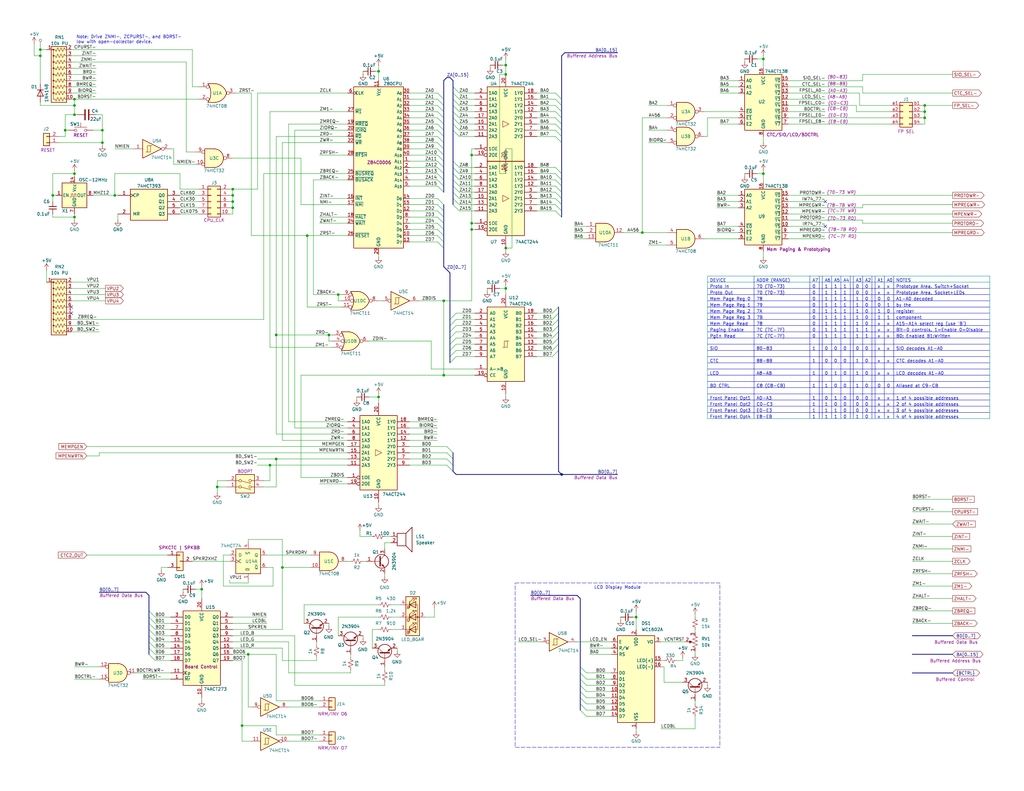
<source format=kicad_sch>
(kicad_sch (version 20250114) (generator "eeschema") (generator_version "9.0")
  (paper "User" 419.1 323.85)
  (title_block (title "Z80, Clk, Rst, Bus, Decode, Indicators") (date "2025-09-22") (rev "v1.0") (company "SilkyDESIGN") (comment 1 "Copyright 2025 AESilky") (comment 3 "MicroSystem Z80 w/Front Panel & RC2014 Bus"))
  (lib_symbols
    (symbol "74xx:74AHC273"
      (property "Reference" "U" (at -7.62 16.51 0))
      (property "Value" "74AHC273" (at -7.62 -16.51 0))
      (symbol "74AHC273_1_0"
        (pin input line (at -12.7 12.7 0) (length 5.08) (name "D0") (number "3"))
        (pin input line (at -12.7 10.16 0) (length 5.08) (name "D1") (number "4"))
        (pin input line (at -12.7 7.62 0) (length 5.08) (name "D2") (number "7"))
        (pin input line (at -12.7 5.08 0) (length 5.08) (name "D3") (number "8"))
        (pin input line (at -12.7 2.54 0) (length 5.08) (name "D4") (number "13"))
        (pin input line (at -12.7 0 0) (length 5.08) (name "D5") (number "14"))
        (pin input line (at -12.7 -2.54 0) (length 5.08) (name "D6") (number "17"))
        (pin input line (at -12.7 -5.08 0) (length 5.08) (name "D7") (number "18"))
        (pin input clock (at -12.7 -10.16 0) (length 5.08) (name "Cp") (number "11"))
        (pin input line (at -12.7 -12.7 0) (length 5.08) (name "~{Mr}") (number "1"))
        (pin power_in line (at 0 20.32 270) (length 5.08) (name "VCC") (number "20"))
        (pin power_in line (at 0 -20.32 90) (length 5.08) (name "GND") (number "10"))
        (pin output line (at 12.7 12.7 180) (length 5.08) (name "Q0") (number "2"))
        (pin output line (at 12.7 10.16 180) (length 5.08) (name "Q1") (number "5"))
        (pin output line (at 12.7 7.62 180) (length 5.08) (name "Q2") (number "6"))
        (pin output line (at 12.7 5.08 180) (length 5.08) (name "Q3") (number "9"))
        (pin output line (at 12.7 2.54 180) (length 5.08) (name "Q4") (number "12"))
        (pin output line (at 12.7 0 180) (length 5.08) (name "Q5") (number "15"))
        (pin output line (at 12.7 -2.54 180) (length 5.08) (name "Q6") (number "16"))
        (pin output line (at 12.7 -5.08 180) (length 5.08) (name "Q7") (number "19"))
      )
    )
    (symbol "74xx:74AHCT244"
      (property "Reference" "U" (at -7.62 16.51 0))
      (property "Value" "74AHCT244" (at -7.62 -16.51 0))
      (symbol "74AHCT244_1_0"
        (pin input line (at -12.7 12.7 0) (length 5.08) (name "1A0") (number "2"))
        (pin input line (at -12.7 10.16 0) (length 5.08) (name "1A1") (number "4"))
        (pin input line (at -12.7 7.62 0) (length 5.08) (name "1A2") (number "6"))
        (pin input line (at -12.7 5.08 0) (length 5.08) (name "1A3") (number "8"))
        (pin input line (at -12.7 2.54 0) (length 5.08) (name "2A0") (number "17"))
        (pin input line (at -12.7 0 0) (length 5.08) (name "2A1") (number "15"))
        (pin input line (at -12.7 -2.54 0) (length 5.08) (name "2A2") (number "13"))
        (pin input line (at -12.7 -5.08 0) (length 5.08) (name "2A3") (number "11"))
        (pin input inverted (at -12.7 -10.16 0) (length 5.08) (name "1OE") (number "1"))
        (pin input inverted (at -12.7 -12.7 0) (length 5.08) (name "2OE") (number "19"))
        (pin power_in line (at 0 20.32 270) (length 5.08) (name "VCC") (number "20"))
        (pin power_in line (at 0 -20.32 90) (length 5.08) (name "GND") (number "10"))
        (pin tri_state line (at 12.7 12.7 180) (length 5.08) (name "1Y0") (number "18"))
        (pin tri_state line (at 12.7 10.16 180) (length 5.08) (name "1Y1") (number "16"))
        (pin tri_state line (at 12.7 7.62 180) (length 5.08) (name "1Y2") (number "14"))
        (pin tri_state line (at 12.7 5.08 180) (length 5.08) (name "1Y3") (number "12"))
        (pin tri_state line (at 12.7 2.54 180) (length 5.08) (name "2Y0") (number "3"))
        (pin tri_state line (at 12.7 0 180) (length 5.08) (name "2Y1") (number "5"))
        (pin tri_state line (at 12.7 -2.54 180) (length 5.08) (name "2Y2") (number "7"))
        (pin tri_state line (at 12.7 -5.08 180) (length 5.08) (name "2Y3") (number "9"))
      )
    )
    (symbol "74xx:74HC138"
      (property "Reference" "U" (at -7.62 13.97 0))
      (property "Value" "74HC138" (at 2.54 -11.43 0))
      (symbol "74HC138_1_1"
        (pin input line (at -10.16 10.16 0) (length 2.54) (name "A0") (number "1"))
        (pin input line (at -10.16 7.62 0) (length 2.54) (name "A1") (number "2"))
        (pin input line (at -10.16 5.08 0) (length 2.54) (name "A2") (number "3"))
        (pin input line (at -10.16 -2.54 0) (length 2.54) (name "~{E0}") (number "4"))
        (pin input line (at -10.16 -5.08 0) (length 2.54) (name "~{E1}") (number "5"))
        (pin input line (at -10.16 -7.62 0) (length 2.54) (name "E2") (number "6"))
        (pin power_in line (at 0 15.24 270) (length 2.54) (name "VCC") (number "16"))
        (pin power_in line (at 0 -12.7 90) (length 2.54) (name "GND") (number "8"))
        (pin output line (at 10.16 10.16 180) (length 2.54) (name "~{Y0}") (number "15"))
        (pin output line (at 10.16 7.62 180) (length 2.54) (name "~{Y1}") (number "14"))
        (pin output line (at 10.16 5.08 180) (length 2.54) (name "~{Y2}") (number "13"))
        (pin output line (at 10.16 2.54 180) (length 2.54) (name "~{Y3}") (number "12"))
        (pin output line (at 10.16 0 180) (length 2.54) (name "~{Y4}") (number "11"))
        (pin output line (at 10.16 -2.54 180) (length 2.54) (name "~{Y5}") (number "10"))
        (pin output line (at 10.16 -5.08 180) (length 2.54) (name "~{Y6}") (number "9"))
        (pin output line (at 10.16 -7.62 180) (length 2.54) (name "~{Y7}") (number "7"))
      )
    )
    (symbol "74xx:74HC245" (pin_names (offset 1.016))
      (property "Reference" "U" (at -7.62 16.51 0))
      (property "Value" "74HC245" (at -7.62 -16.51 0))
      (symbol "74HC245_1_0"
        (pin tri_state line (at -12.7 12.7 0) (length 5.08) (name "A0") (number "2"))
        (pin tri_state line (at -12.7 10.16 0) (length 5.08) (name "A1") (number "3"))
        (pin tri_state line (at -12.7 7.62 0) (length 5.08) (name "A2") (number "4"))
        (pin tri_state line (at -12.7 5.08 0) (length 5.08) (name "A3") (number "5"))
        (pin tri_state line (at -12.7 2.54 0) (length 5.08) (name "A4") (number "6"))
        (pin tri_state line (at -12.7 0 0) (length 5.08) (name "A5") (number "7"))
        (pin tri_state line (at -12.7 -2.54 0) (length 5.08) (name "A6") (number "8"))
        (pin tri_state line (at -12.7 -5.08 0) (length 5.08) (name "A7") (number "9"))
        (pin input line (at -12.7 -10.16 0) (length 5.08) (name "A->B") (number "1"))
        (pin input inverted (at -12.7 -12.7 0) (length 5.08) (name "CE") (number "19"))
        (pin power_in line (at 0 20.32 270) (length 5.08) (name "VCC") (number "20"))
        (pin power_in line (at 0 -20.32 90) (length 5.08) (name "GND") (number "10"))
        (pin tri_state line (at 12.7 12.7 180) (length 5.08) (name "B0") (number "18"))
        (pin tri_state line (at 12.7 10.16 180) (length 5.08) (name "B1") (number "17"))
        (pin tri_state line (at 12.7 7.62 180) (length 5.08) (name "B2") (number "16"))
        (pin tri_state line (at 12.7 5.08 180) (length 5.08) (name "B3") (number "15"))
        (pin tri_state line (at 12.7 2.54 180) (length 5.08) (name "B4") (number "14"))
        (pin tri_state line (at 12.7 0 180) (length 5.08) (name "B5") (number "13"))
        (pin tri_state line (at 12.7 -2.54 180) (length 5.08) (name "B6") (number "12"))
        (pin tri_state line (at 12.7 -5.08 180) (length 5.08) (name "B7") (number "11"))
      )
    )
    (symbol "74xx:74HCT74" (pin_names (offset 1.016))
      (property "Reference" "U" (at -7.62 8.89 0))
      (property "Value" "74HCT74" (at -7.62 -8.89 0))
      (symbol "74HCT74_1_0"
        (pin input line (at -7.62 2.54 0) (length 2.54) (name "D") (number "2"))
        (pin input clock (at -7.62 0 0) (length 2.54) (name "C") (number "3"))
        (pin input line (at 0 7.62 270) (length 2.54) (name "~{S}") (number "4"))
        (pin input line (at 0 -7.62 90) (length 2.54) (name "~{R}") (number "1"))
        (pin output line (at 7.62 2.54 180) (length 2.54) (name "Q") (number "5"))
        (pin output line (at 7.62 -2.54 180) (length 2.54) (name "~{Q}") (number "6"))
      )
      (symbol "74HCT74_2_0"
        (pin input line (at -7.62 2.54 0) (length 2.54) (name "D") (number "12"))
        (pin input clock (at -7.62 0 0) (length 2.54) (name "C") (number "11"))
        (pin input line (at 0 7.62 270) (length 2.54) (name "~{S}") (number "10"))
        (pin input line (at 0 -7.62 90) (length 2.54) (name "~{R}") (number "13"))
        (pin output line (at 7.62 2.54 180) (length 2.54) (name "Q") (number "9"))
        (pin output line (at 7.62 -2.54 180) (length 2.54) (name "~{Q}") (number "8"))
      )
      (symbol "74HCT74_3_0"
        (pin power_in line (at 0 10.16 270) (length 2.54) (name "VCC") (number "14"))
        (pin power_in line (at 0 -10.16 90) (length 2.54) (name "GND") (number "7"))
      )
    )
    (symbol "74xx:74LS08" (pin_names (offset 1.016))
      (property "Reference" "U" (at 0 1.27 0))
      (property "Value" "74LS08" (at 0 -1.27 0))
      (symbol "74LS08_1_1"
        (pin input line (at -7.62 2.54 0) (length 3.81) (name "~") (number "1"))
        (pin input line (at -7.62 -2.54 0) (length 3.81) (name "~") (number "2"))
        (pin output line (at 7.62 0 180) (length 3.81) (name "~") (number "3"))
      )
      (symbol "74LS08_1_2"
        (pin input inverted (at -7.62 2.54 0) (length 4.318) (name "~") (number "1"))
        (pin input inverted (at -7.62 -2.54 0) (length 4.318) (name "~") (number "2"))
        (pin output inverted (at 7.62 0 180) (length 3.81) (name "~") (number "3"))
      )
      (symbol "74LS08_2_1"
        (pin input line (at -7.62 2.54 0) (length 3.81) (name "~") (number "4"))
        (pin input line (at -7.62 -2.54 0) (length 3.81) (name "~") (number "5"))
        (pin output line (at 7.62 0 180) (length 3.81) (name "~") (number "6"))
      )
      (symbol "74LS08_2_2"
        (pin input inverted (at -7.62 2.54 0) (length 4.318) (name "~") (number "4"))
        (pin input inverted (at -7.62 -2.54 0) (length 4.318) (name "~") (number "5"))
        (pin output inverted (at 7.62 0 180) (length 3.81) (name "~") (number "6"))
      )
      (symbol "74LS08_3_1"
        (pin input line (at -7.62 2.54 0) (length 3.81) (name "~") (number "9"))
        (pin input line (at -7.62 -2.54 0) (length 3.81) (name "~") (number "10"))
        (pin output line (at 7.62 0 180) (length 3.81) (name "~") (number "8"))
      )
      (symbol "74LS08_3_2"
        (pin input inverted (at -7.62 2.54 0) (length 4.318) (name "~") (number "9"))
        (pin input inverted (at -7.62 -2.54 0) (length 4.318) (name "~") (number "10"))
        (pin output inverted (at 7.62 0 180) (length 3.81) (name "~") (number "8"))
      )
      (symbol "74LS08_4_1"
        (pin input line (at -7.62 2.54 0) (length 3.81) (name "~") (number "12"))
        (pin input line (at -7.62 -2.54 0) (length 3.81) (name "~") (number "13"))
        (pin output line (at 7.62 0 180) (length 3.81) (name "~") (number "11"))
      )
      (symbol "74LS08_4_2"
        (pin input inverted (at -7.62 2.54 0) (length 4.318) (name "~") (number "12"))
        (pin input inverted (at -7.62 -2.54 0) (length 4.318) (name "~") (number "13"))
        (pin output inverted (at 7.62 0 180) (length 3.81) (name "~") (number "11"))
      )
      (symbol "74LS08_5_0"
        (pin power_in line (at 0 12.7 270) (length 5.08) (name "VCC") (number "14"))
        (pin power_in line (at 0 -12.7 90) (length 5.08) (name "GND") (number "7"))
      )
    )
    (symbol "74xx:74LS11" (pin_names (offset 1.016))
      (property "Reference" "U" (at 0 1.27 0))
      (property "Value" "74LS11" (at 0 -1.27 0))
      (symbol "74LS11_1_1"
        (pin input line (at -7.62 2.54 0) (length 3.81) (name "~") (number "1"))
        (pin input line (at -7.62 0 0) (length 3.81) (name "~") (number "2"))
        (pin input line (at -7.62 -2.54 0) (length 3.81) (name "~") (number "13"))
        (pin output line (at 7.62 0 180) (length 3.81) (name "~") (number "12"))
      )
      (symbol "74LS11_1_2"
        (pin input inverted (at -7.62 2.54 0) (length 4.318) (name "~") (number "1"))
        (pin input inverted (at -7.62 0 0) (length 4.953) (name "~") (number "2"))
        (pin input inverted (at -7.62 -2.54 0) (length 4.318) (name "~") (number "13"))
        (pin output inverted (at 7.62 0 180) (length 3.81) (name "~") (number "12"))
      )
      (symbol "74LS11_2_1"
        (pin input line (at -7.62 2.54 0) (length 3.81) (name "~") (number "3"))
        (pin input line (at -7.62 0 0) (length 3.81) (name "~") (number "4"))
        (pin input line (at -7.62 -2.54 0) (length 3.81) (name "~") (number "5"))
        (pin output line (at 7.62 0 180) (length 3.81) (name "~") (number "6"))
      )
      (symbol "74LS11_2_2"
        (pin input inverted (at -7.62 2.54 0) (length 4.318) (name "~") (number "3"))
        (pin input inverted (at -7.62 0 0) (length 4.953) (name "~") (number "4"))
        (pin input inverted (at -7.62 -2.54 0) (length 4.318) (name "~") (number "5"))
        (pin output inverted (at 7.62 0 180) (length 3.81) (name "~") (number "6"))
      )
      (symbol "74LS11_3_1"
        (pin input line (at -7.62 2.54 0) (length 3.81) (name "~") (number "9"))
        (pin input line (at -7.62 0 0) (length 3.81) (name "~") (number "10"))
        (pin input line (at -7.62 -2.54 0) (length 3.81) (name "~") (number "11"))
        (pin output line (at 7.62 0 180) (length 3.81) (name "~") (number "8"))
      )
      (symbol "74LS11_3_2"
        (pin input inverted (at -7.62 2.54 0) (length 4.318) (name "~") (number "9"))
        (pin input inverted (at -7.62 0 0) (length 4.953) (name "~") (number "10"))
        (pin input inverted (at -7.62 -2.54 0) (length 4.318) (name "~") (number "11"))
        (pin output inverted (at 7.62 0 180) (length 3.81) (name "~") (number "8"))
      )
      (symbol "74LS11_4_0"
        (pin power_in line (at 0 12.7 270) (length 5.08) (name "VCC") (number "14"))
        (pin power_in line (at 0 -12.7 90) (length 5.08) (name "GND") (number "7"))
      )
    )
    (symbol "74xx:74LS32" (pin_names (offset 1.016))
      (property "Reference" "U" (at 0 1.27 0))
      (property "Value" "74LS32" (at 0 -1.27 0))
      (symbol "74LS32_1_1"
        (pin input line (at -7.62 2.54 0) (length 4.318) (name "~") (number "1"))
        (pin input line (at -7.62 -2.54 0) (length 4.318) (name "~") (number "2"))
        (pin output line (at 7.62 0 180) (length 3.81) (name "~") (number "3"))
      )
      (symbol "74LS32_1_2"
        (pin input inverted (at -7.62 2.54 0) (length 3.81) (name "~") (number "1"))
        (pin input inverted (at -7.62 -2.54 0) (length 3.81) (name "~") (number "2"))
        (pin output inverted (at 7.62 0 180) (length 3.81) (name "~") (number "3"))
      )
      (symbol "74LS32_2_1"
        (pin input line (at -7.62 2.54 0) (length 4.318) (name "~") (number "4"))
        (pin input line (at -7.62 -2.54 0) (length 4.318) (name "~") (number "5"))
        (pin output line (at 7.62 0 180) (length 3.81) (name "~") (number "6"))
      )
      (symbol "74LS32_2_2"
        (pin input inverted (at -7.62 2.54 0) (length 3.81) (name "~") (number "4"))
        (pin input inverted (at -7.62 -2.54 0) (length 3.81) (name "~") (number "5"))
        (pin output inverted (at 7.62 0 180) (length 3.81) (name "~") (number "6"))
      )
      (symbol "74LS32_3_1"
        (pin input line (at -7.62 2.54 0) (length 4.318) (name "~") (number "9"))
        (pin input line (at -7.62 -2.54 0) (length 4.318) (name "~") (number "10"))
        (pin output line (at 7.62 0 180) (length 3.81) (name "~") (number "8"))
      )
      (symbol "74LS32_3_2"
        (pin input inverted (at -7.62 2.54 0) (length 3.81) (name "~") (number "9"))
        (pin input inverted (at -7.62 -2.54 0) (length 3.81) (name "~") (number "10"))
        (pin output inverted (at 7.62 0 180) (length 3.81) (name "~") (number "8"))
      )
      (symbol "74LS32_4_1"
        (pin input line (at -7.62 2.54 0) (length 4.318) (name "~") (number "12"))
        (pin input line (at -7.62 -2.54 0) (length 4.318) (name "~") (number "13"))
        (pin output line (at 7.62 0 180) (length 3.81) (name "~") (number "11"))
      )
      (symbol "74LS32_4_2"
        (pin input inverted (at -7.62 2.54 0) (length 3.81) (name "~") (number "12"))
        (pin input inverted (at -7.62 -2.54 0) (length 3.81) (name "~") (number "13"))
        (pin output inverted (at 7.62 0 180) (length 3.81) (name "~") (number "11"))
      )
      (symbol "74LS32_5_0"
        (pin power_in line (at 0 12.7 270) (length 5.08) (name "VCC") (number "14"))
        (pin power_in line (at 0 -12.7 90) (length 5.08) (name "GND") (number "7"))
      )
    )
    (symbol "74xx:74LS393" (pin_names (offset 1.016))
      (property "Reference" "U" (at -7.62 8.89 0))
      (property "Value" "74LS393" (at -7.62 -8.89 0))
      (symbol "74LS393_1_0"
        (pin input clock (at -12.7 2.54 0) (length 5.08) (name "CP") (number "1"))
        (pin input line (at -12.7 -5.08 0) (length 5.08) (name "MR") (number "2"))
        (pin output line (at 12.7 2.54 180) (length 5.08) (name "Q0") (number "3"))
        (pin output line (at 12.7 0 180) (length 5.08) (name "Q1") (number "4"))
        (pin output line (at 12.7 -2.54 180) (length 5.08) (name "Q2") (number "5"))
        (pin output line (at 12.7 -5.08 180) (length 5.08) (name "Q3") (number "6"))
      )
      (symbol "74LS393_2_0"
        (pin input clock (at -12.7 2.54 0) (length 5.08) (name "CP") (number "13"))
        (pin input line (at -12.7 -5.08 0) (length 5.08) (name "MR") (number "12"))
        (pin output line (at 12.7 2.54 180) (length 5.08) (name "Q0") (number "11"))
        (pin output line (at 12.7 0 180) (length 5.08) (name "Q1") (number "10"))
        (pin output line (at 12.7 -2.54 180) (length 5.08) (name "Q2") (number "9"))
        (pin output line (at 12.7 -5.08 180) (length 5.08) (name "Q3") (number "8"))
      )
      (symbol "74LS393_3_0"
        (pin power_in line (at 0 12.7 270) (length 5.08) (name "VCC") (number "14"))
        (pin power_in line (at 0 -12.7 90) (length 5.08) (name "GND") (number "7"))
      )
    )
    (symbol "AES_Library:74HC14-AES" (pin_names (offset 1.016) (hide yes))
      (property "Reference" "U" (at 0 1.27 0))
      (property "Value" "74HC14-AES" (at 0 -1.27 0))
      (symbol "74HC14-AES_1_1"
        (pin input line (at -7.62 0 0) (length 3.81) (name "~") (number "1"))
        (pin output inverted (at 7.62 0 180) (length 3.81) (name "~") (number "2"))
      )
      (symbol "74HC14-AES_1_2"
        (pin input inverted (at -7.62 0 0) (length 3.81) (name "~") (number "1"))
        (pin output line (at 7.62 0 180) (length 3.81) (name "~") (number "2"))
      )
      (symbol "74HC14-AES_2_1"
        (pin input line (at -7.62 0 0) (length 3.81) (name "~") (number "3"))
        (pin output inverted (at 7.62 0 180) (length 3.81) (name "~") (number "4"))
      )
      (symbol "74HC14-AES_2_2"
        (pin input inverted (at -7.62 0 0) (length 3.81) (name "~") (number "3"))
        (pin output line (at 7.62 0 180) (length 3.81) (name "~") (number "4"))
      )
      (symbol "74HC14-AES_3_1"
        (pin input line (at -7.62 0 0) (length 3.81) (name "~") (number "5"))
        (pin output inverted (at 7.62 0 180) (length 3.81) (name "~") (number "6"))
      )
      (symbol "74HC14-AES_3_2"
        (pin input inverted (at -7.62 0 0) (length 3.81) (name "~") (number "5"))
        (pin output line (at 7.62 0 180) (length 3.81) (name "~") (number "6"))
      )
      (symbol "74HC14-AES_4_1"
        (pin input line (at -7.62 0 0) (length 3.81) (name "~") (number "9"))
        (pin output inverted (at 7.62 0 180) (length 3.81) (name "~") (number "8"))
      )
      (symbol "74HC14-AES_4_2"
        (pin input inverted (at -7.62 0 0) (length 3.81) (name "~") (number "9"))
        (pin output line (at 7.62 0 180) (length 3.81) (name "~") (number "8"))
      )
      (symbol "74HC14-AES_5_1"
        (pin input line (at -7.62 0 0) (length 3.81) (name "~") (number "11"))
        (pin output inverted (at 7.62 0 180) (length 3.81) (name "~") (number "10"))
      )
      (symbol "74HC14-AES_5_2"
        (pin input inverted (at -7.62 0 0) (length 3.81) (name "~") (number "11"))
        (pin output line (at 7.62 0 180) (length 3.81) (name "~") (number "10"))
      )
      (symbol "74HC14-AES_6_1"
        (pin input line (at -7.62 0 0) (length 3.81) (name "~") (number "13"))
        (pin output inverted (at 7.62 0 180) (length 3.81) (name "~") (number "12"))
      )
      (symbol "74HC14-AES_6_2"
        (pin input inverted (at -7.62 0 0) (length 3.81) (name "~") (number "13"))
        (pin output line (at 7.62 0 180) (length 3.81) (name "~") (number "12"))
      )
      (symbol "74HC14-AES_7_0"
        (pin power_in line (at 0 12.7 270) (length 5.08) (name "VCC") (number "14"))
        (pin power_in line (at 0 -12.7 90) (length 5.08) (name "GND") (number "7"))
      )
    )
    (symbol "AES_Library:AES-Opt_1_of_2" (pin_names (offset 1.016) (hide yes))
      (property "Reference" "Opt" (at 0 5.08 0))
      (property "Value" "AES-Opt_1_of_2" (at 0 -5.08 0))
      (symbol "AES-Opt_1_of_2_1_1"
        (pin passive line (at -5.08 2.54 0) (length 3.81) (name "Pin_A") (number "1"))
        (pin passive line (at -5.08 -2.54 0) (length 3.81) (name "Pin_B") (number "3"))
        (pin passive line (at 5.08 0 180) (length 3.81) (name "Pin_Common") (number "2"))
      )
    )
    (symbol "AES_Library:R_PWRSRC_sm-AES" (pin_numbers (hide yes)) (pin_names (offset 0.254) (hide yes))
      (property "Reference" "R" (at 0.762 0.508 0))
      (property "Value" "R_PWRSRC_sm-AES" (at 0.762 -1.016 0))
      (symbol "R_PWRSRC_sm-AES_1_1"
        (pin power_in line (at 0 2.54 270) (length 1.016) (name "~") (number "1"))
        (pin power_out line (at 0 -2.54 90) (length 1.016) (name "~") (number "2"))
      )
    )
    (symbol "CPU:Z84C00xxP"
      (property "Reference" "U" (at -9.652 34.798 0))
      (property "Value" "Z84C00xxP" (at 3.81 34.798 0))
      (symbol "Z84C00xxP_1_1"
        (pin input clock (at -12.7 30.48 0) (length 2.54) (name "CLK") (number "6"))
        (pin output line (at -12.7 22.86 0) (length 2.54) (name "~{M1}") (number "27"))
        (pin tri_state line (at -12.7 17.78 0) (length 2.54) (name "~{MREQ}") (number "19"))
        (pin tri_state line (at -12.7 15.24 0) (length 2.54) (name "~{IORQ}") (number "20"))
        (pin tri_state line (at -12.7 12.7 0) (length 2.54) (name "~{RD}") (number "21"))
        (pin tri_state line (at -12.7 10.16 0) (length 2.54) (name "~{WR}") (number "22"))
        (pin output line (at -12.7 5.08 0) (length 2.54) (name "~{RFSH}") (number "28"))
        (pin input line (at -12.7 -2.54 0) (length 2.54) (name "~{BUSREQ}") (number "25"))
        (pin output line (at -12.7 -5.08 0) (length 2.54) (name "~{BUSACK}") (number "23"))
        (pin input line (at -12.7 -12.7 0) (length 2.54) (name "~{INT}") (number "16"))
        (pin input line (at -12.7 -15.24 0) (length 2.54) (name "~{NMI}") (number "17"))
        (pin output line (at -12.7 -20.32 0) (length 2.54) (name "~{HALT}") (number "18"))
        (pin input line (at -12.7 -22.86 0) (length 2.54) (name "~{WAIT}") (number "24"))
        (pin input line (at -12.7 -27.94 0) (length 2.54) (name "~{RESET}") (number "26"))
        (pin power_in line (at 0 35.56 270) (length 2.54) (name "V_{CC}") (number "11"))
        (pin power_in line (at 0 -35.56 90) (length 2.54) (name "GND") (number "29"))
        (pin tri_state line (at 12.7 30.48 180) (length 2.54) (name "A_{0}") (number "30"))
        (pin tri_state line (at 12.7 27.94 180) (length 2.54) (name "A_{1}") (number "31"))
        (pin tri_state line (at 12.7 25.4 180) (length 2.54) (name "A_{2}") (number "32"))
        (pin tri_state line (at 12.7 22.86 180) (length 2.54) (name "A_{3}") (number "33"))
        (pin tri_state line (at 12.7 20.32 180) (length 2.54) (name "A_{4}") (number "34"))
        (pin tri_state line (at 12.7 17.78 180) (length 2.54) (name "A_{5}") (number "35"))
        (pin tri_state line (at 12.7 15.24 180) (length 2.54) (name "A_{6}") (number "36"))
        (pin tri_state line (at 12.7 12.7 180) (length 2.54) (name "A_{7}") (number "37"))
        (pin tri_state line (at 12.7 10.16 180) (length 2.54) (name "A_{8}") (number "38"))
        (pin tri_state line (at 12.7 7.62 180) (length 2.54) (name "A_{9}") (number "39"))
        (pin tri_state line (at 12.7 5.08 180) (length 2.54) (name "A_{10}") (number "40"))
        (pin tri_state line (at 12.7 2.54 180) (length 2.54) (name "A_{11}") (number "1"))
        (pin tri_state line (at 12.7 0 180) (length 2.54) (name "A_{12}") (number "2"))
        (pin tri_state line (at 12.7 -2.54 180) (length 2.54) (name "A_{13}") (number "3"))
        (pin tri_state line (at 12.7 -5.08 180) (length 2.54) (name "A_{14}") (number "4"))
        (pin tri_state line (at 12.7 -7.62 180) (length 2.54) (name "A_{15}") (number "5"))
        (pin bidirectional line (at 12.7 -12.7 180) (length 2.54) (name "D_{0}") (number "14"))
        (pin bidirectional line (at 12.7 -15.24 180) (length 2.54) (name "D_{1}") (number "15"))
        (pin bidirectional line (at 12.7 -17.78 180) (length 2.54) (name "D_{2}") (number "12"))
        (pin bidirectional line (at 12.7 -20.32 180) (length 2.54) (name "D_{3}") (number "8"))
        (pin bidirectional line (at 12.7 -22.86 180) (length 2.54) (name "D_{4}") (number "7"))
        (pin bidirectional line (at 12.7 -25.4 180) (length 2.54) (name "D_{5}") (number "9"))
        (pin bidirectional line (at 12.7 -27.94 180) (length 2.54) (name "D_{6}") (number "10"))
        (pin bidirectional line (at 12.7 -30.48 180) (length 2.54) (name "D_{7}") (number "13"))
      )
    )
    (symbol "Connector_Generic:Conn_01x02" (pin_names (offset 1.016) (hide yes))
      (property "Reference" "J" (at 0 2.54 0))
      (property "Value" "Conn_01x02" (at 0 -5.08 0))
      (symbol "Conn_01x02_1_1"
        (pin passive line (at -5.08 0 0) (length 3.81) (name "Pin_1") (number "1"))
        (pin passive line (at -5.08 -2.54 0) (length 3.81) (name "Pin_2") (number "2"))
      )
    )
    (symbol "Connector_Generic:Conn_02x04_Row_Letter_First" (pin_names (offset 1.016) (hide yes))
      (property "Reference" "J" (at 1.27 5.08 0))
      (property "Value" "Conn_02x04_Row_Letter_First" (at 1.27 -7.62 0))
      (symbol "Conn_02x04_Row_Letter_First_1_1"
        (pin passive line (at -5.08 2.54 0) (length 3.81) (name "Pin_a1") (number "a1"))
        (pin passive line (at -5.08 0 0) (length 3.81) (name "Pin_a2") (number "a2"))
        (pin passive line (at -5.08 -2.54 0) (length 3.81) (name "Pin_a3") (number "a3"))
        (pin passive line (at -5.08 -5.08 0) (length 3.81) (name "Pin_a4") (number "a4"))
        (pin passive line (at 7.62 2.54 180) (length 3.81) (name "Pin_b1") (number "b1"))
        (pin passive line (at 7.62 0 180) (length 3.81) (name "Pin_b2") (number "b2"))
        (pin passive line (at 7.62 -2.54 180) (length 3.81) (name "Pin_b3") (number "b3"))
        (pin passive line (at 7.62 -5.08 180) (length 3.81) (name "Pin_b4") (number "b4"))
      )
    )
    (symbol "Connector_Generic:Conn_02x05_Odd_Even" (pin_names (offset 1.016) (hide yes))
      (property "Reference" "J" (at 1.27 7.62 0))
      (property "Value" "Conn_02x05_Odd_Even" (at 1.27 -7.62 0))
      (symbol "Conn_02x05_Odd_Even_1_1"
        (pin passive line (at -5.08 5.08 0) (length 3.81) (name "Pin_1") (number "1"))
        (pin passive line (at -5.08 2.54 0) (length 3.81) (name "Pin_3") (number "3"))
        (pin passive line (at -5.08 0 0) (length 3.81) (name "Pin_5") (number "5"))
        (pin passive line (at -5.08 -2.54 0) (length 3.81) (name "Pin_7") (number "7"))
        (pin passive line (at -5.08 -5.08 0) (length 3.81) (name "Pin_9") (number "9"))
        (pin passive line (at 7.62 5.08 180) (length 3.81) (name "Pin_2") (number "2"))
        (pin passive line (at 7.62 2.54 180) (length 3.81) (name "Pin_4") (number "4"))
        (pin passive line (at 7.62 0 180) (length 3.81) (name "Pin_6") (number "6"))
        (pin passive line (at 7.62 -2.54 180) (length 3.81) (name "Pin_8") (number "8"))
        (pin passive line (at 7.62 -5.08 180) (length 3.81) (name "Pin_10") (number "10"))
      )
    )
    (symbol "Device:C" (pin_numbers (hide yes)) (pin_names (offset 0.254))
      (property "Reference" "C" (at 0.635 2.54 0))
      (property "Value" "C" (at 0.635 -2.54 0))
      (symbol "C_1_1"
        (pin passive line (at 0 3.81 270) (length 2.794) (name "~") (number "1"))
        (pin passive line (at 0 -3.81 90) (length 2.794) (name "~") (number "2"))
      )
    )
    (symbol "Device:C_Small" (pin_numbers (hide yes)) (pin_names (offset 0.254) (hide yes))
      (property "Reference" "C" (at 0.254 1.778 0))
      (property "Value" "C_Small" (at 0.254 -2.032 0))
      (symbol "C_Small_1_1"
        (pin passive line (at 0 2.54 270) (length 2.032) (name "~") (number "1"))
        (pin passive line (at 0 -2.54 90) (length 2.032) (name "~") (number "2"))
      )
    )
    (symbol "Device:LED_BGAR" (pin_names (offset 0) (hide yes))
      (property "Reference" "D" (at 0 9.398 0))
      (property "Value" "LED_BGAR" (at 0 -8.89 0))
      (symbol "LED_BGAR_0_0"
        (text "R" (at -1.905 3.81 0) (effects (font (size 1.27 1.27))))
        (text "G" (at -1.905 -1.27 0) (effects (font (size 1.27 1.27))))
        (text "B" (at -1.905 -6.35 0) (effects (font (size 1.27 1.27))))
      )
      (symbol "LED_BGAR_1_1"
        (pin passive line (at -5.08 5.08 0) (length 2.54) (name "RK") (number "4"))
        (pin passive line (at -5.08 0 0) (length 2.54) (name "GK") (number "2"))
        (pin passive line (at -5.08 -5.08 0) (length 2.54) (name "BK") (number "1"))
        (pin passive line (at 5.08 0 180) (length 2.54) (name "A") (number "3"))
      )
    )
    (symbol "Device:R_Network09_US" (pin_names (offset 0) (hide yes))
      (property "Reference" "RN" (at -12.7 0 90))
      (property "Value" "R_Network09_US" (at 12.7 0 90))
      (symbol "R_Network09_US_1_1"
        (pin passive line (at -10.16 5.08 270) (length 2.54) (name "common") (number "1"))
        (pin passive line (at -10.16 -5.08 90) (length 1.27) (name "R1") (number "2"))
        (pin passive line (at -7.62 -5.08 90) (length 1.27) (name "R2") (number "3"))
        (pin passive line (at -5.08 -5.08 90) (length 1.27) (name "R3") (number "4"))
        (pin passive line (at -2.54 -5.08 90) (length 1.27) (name "R4") (number "5"))
        (pin passive line (at 0 -5.08 90) (length 1.27) (name "R5") (number "6"))
        (pin passive line (at 2.54 -5.08 90) (length 1.27) (name "R6") (number "7"))
        (pin passive line (at 5.08 -5.08 90) (length 1.27) (name "R7") (number "8"))
        (pin passive line (at 7.62 -5.08 90) (length 1.27) (name "R8") (number "9"))
        (pin passive line (at 10.16 -5.08 90) (length 1.27) (name "R9") (number "10"))
      )
    )
    (symbol "Device:R_Potentiometer_US" (pin_names (offset 1.016) (hide yes))
      (property "Reference" "RV" (at -4.445 0 90))
      (property "Value" "R_Potentiometer_US" (at -2.54 0 90))
      (symbol "R_Potentiometer_US_1_1"
        (pin passive line (at 0 3.81 270) (length 1.27) (name "1") (number "1"))
        (pin passive line (at 0 -3.81 90) (length 1.27) (name "3") (number "3"))
        (pin passive line (at 3.81 0 180) (length 1.27) (name "2") (number "2"))
      )
    )
    (symbol "Device:R_Small_US" (pin_numbers (hide yes)) (pin_names (offset 0.254) (hide yes))
      (property "Reference" "R" (at 0.762 0.508 0))
      (property "Value" "R_Small_US" (at 0.762 -1.016 0))
      (symbol "R_Small_US_1_1"
        (pin passive line (at 0 2.54 270) (length 1.016) (name "~") (number "1"))
        (pin passive line (at 0 -2.54 90) (length 1.016) (name "~") (number "2"))
      )
    )
    (symbol "Device:Speaker" (pin_names (offset 0) (hide yes))
      (property "Reference" "LS" (at 1.27 5.715 0))
      (property "Value" "Speaker" (at 1.27 3.81 0))
      (symbol "Speaker_1_1"
        (pin input line (at -5.08 0 0) (length 2.54) (name "1") (number "1"))
        (pin input line (at -5.08 -2.54 0) (length 2.54) (name "2") (number "2"))
      )
    )
    (symbol "Diode:1N4148" (pin_numbers (hide yes)) (pin_names (hide yes))
      (property "Reference" "D" (at 0 2.54 0))
      (property "Value" "1N4148" (at 0 -2.54 0))
      (symbol "1N4148_1_1"
        (pin passive line (at -3.81 0 0) (length 2.54) (name "K") (number "1"))
        (pin passive line (at 3.81 0 180) (length 2.54) (name "A") (number "2"))
      )
    )
    (symbol "Display_Character:WC1602A"
      (property "Reference" "DS" (at -5.842 19.05 0))
      (property "Value" "WC1602A" (at 5.334 19.05 0))
      (symbol "WC1602A_1_1"
        (pin input line (at -10.16 15.24 0) (length 2.54) (name "E") (number "6"))
        (pin input line (at -10.16 12.7 0) (length 2.54) (name "R/W") (number "5"))
        (pin input line (at -10.16 10.16 0) (length 2.54) (name "RS") (number "4"))
        (pin input line (at -10.16 2.54 0) (length 2.54) (name "D0") (number "7"))
        (pin input line (at -10.16 0 0) (length 2.54) (name "D1") (number "8"))
        (pin input line (at -10.16 -2.54 0) (length 2.54) (name "D2") (number "9"))
        (pin input line (at -10.16 -5.08 0) (length 2.54) (name "D3") (number "10"))
        (pin input line (at -10.16 -7.62 0) (length 2.54) (name "D4") (number "11"))
        (pin input line (at -10.16 -10.16 0) (length 2.54) (name "D5") (number "12"))
        (pin input line (at -10.16 -12.7 0) (length 2.54) (name "D6") (number "13"))
        (pin input line (at -10.16 -15.24 0) (length 2.54) (name "D7") (number "14"))
        (pin power_in line (at 0 20.32 270) (length 2.54) (name "VDD") (number "2"))
        (pin power_in line (at 0 -20.32 90) (length 2.54) (name "VSS") (number "1"))
        (pin input line (at 10.16 15.24 180) (length 2.54) (name "VO") (number "3"))
        (pin power_in line (at 10.16 7.62 180) (length 2.54) (name "LED(+)") (number "15"))
        (pin power_in line (at 10.16 5.08 180) (length 2.54) (name "LED(-)") (number "16"))
      )
    )
    (symbol "Oscillator:CXO_DIP14" (pin_names (offset 0.254))
      (property "Reference" "Y" (at -5.08 6.35 0))
      (property "Value" "CXO_DIP14" (at 1.27 -6.35 0))
      (symbol "CXO_DIP14_1_1"
        (pin input line (at -7.62 0 0) (length 2.54) (name "EN") (number "1"))
        (pin power_in line (at 0 7.62 270) (length 2.54) (name "Vcc") (number "14"))
        (pin power_in line (at 0 -7.62 90) (length 2.54) (name "GND") (number "7"))
        (pin output line (at 7.62 0 180) (length 2.54) (name "OUT") (number "8"))
      )
    )
    (symbol "Switch:SW_DIP_x02" (pin_names (offset 0) (hide yes))
      (property "Reference" "SW" (at 0 6.35 0))
      (property "Value" "SW_DIP_x02" (at 0 -3.81 0))
      (symbol "SW_DIP_x02_1_1"
        (pin passive line (at -7.62 2.54 0) (length 5.08) (name "~") (number "1"))
        (pin passive line (at -7.62 0 0) (length 5.08) (name "~") (number "2"))
        (pin passive line (at 7.62 2.54 180) (length 5.08) (name "~") (number "4"))
        (pin passive line (at 7.62 0 180) (length 5.08) (name "~") (number "3"))
      )
    )
    (symbol "Switch:SW_Push" (pin_numbers (hide yes)) (pin_names (offset 1.016) (hide yes))
      (property "Reference" "SW" (at 1.27 2.54 0))
      (property "Value" "SW_Push" (at 0 -1.524 0))
      (symbol "SW_Push_0_1"
        (pin passive line (at -5.08 0 0) (length 2.54) (name "1") (number "1"))
        (pin passive line (at 5.08 0 180) (length 2.54) (name "2") (number "2"))
      )
    )
    (symbol "Transistor_BJT:MMBT3904" (pin_names (offset 0) (hide yes))
      (property "Reference" "Q" (at 5.08 1.905 0))
      (property "Value" "MMBT3904" (at 5.08 0 0))
      (symbol "MMBT3904_1_1"
        (pin input line (at -5.08 0 0) (length 2.54) (name "B") (number "1"))
        (pin passive line (at 2.54 5.08 270) (length 2.54) (name "C") (number "3"))
        (pin passive line (at 2.54 -5.08 90) (length 2.54) (name "E") (number "2"))
      )
    )
    (symbol "power:+5V" (power) (pin_numbers (hide yes)) (pin_names (offset 0) (hide yes))
      (property "Value" "+5V" (at 0 3.556 0))
      (symbol "+5V_1_1"
        (pin power_in line (at 0 0 90) (length 0) (name "~") (number "1"))
      )
    )
    (symbol "power:GND" (power) (pin_numbers (hide yes)) (pin_names (offset 0) (hide yes))
      (property "Value" "GND" (at 0 -3.81 0))
      (symbol "GND_1_1"
        (pin power_in line (at 0 0 270) (length 0) (name "~") (number "1"))
      )
    )
  )
  (bus_alias "BCTRL" (members "BMREQ-" "BIORQ-" "BRD-" "BWR-" "ZBREQ-" "ZBACK-"))
  (text "Note: Drive ZNMI-, ZCPURST-, and BDRST-\nlow with open-collector device." (at 31.242 16.256 0) (effects (font (size 1.27 1.27)) (justify left)))
  (text_box "LCD Display Module" (exclude_from_sim yes) (at 210.82 238.76 0) (size 83.82 67.31) (margins 0.9525 0.9525 0.9525 0.9525) (stroke (width 0) (type dash) (color 0 0 194 1)) (effects (font (size 1.27 1.27)) (justify top)))
  (junction (at 229.87 194.31))
  (junction (at 16.51 22.86))
  (junction (at 95.25 80.01))
  (junction (at 46.99 80.01))
  (junction (at 26.67 53.34))
  (junction (at 181.61 123.19))
  (junction (at 193.04 93.98))
  (junction (at 113.03 187.96))
  (junction (at 154.94 162.56))
  (junction (at 125.73 96.52))
  (junction (at 95.25 77.47))
  (junction (at 16.51 20.32))
  (junction (at 30.48 43.18))
  (junction (at 113.03 137.16))
  (junction (at 207.01 101.6))
  (junction (at 30.48 46.99))
  (junction (at 262.89 95.25))
  (junction (at 378.46 48.26))
  (junction (at 30.48 88.9))
  (junction (at 154.94 29.21))
  (junction (at 207.01 30.48))
  (junction (at 193.04 63.5))
  (junction (at 138.43 120.65))
  (junction (at 30.48 40.64))
  (junction (at 207.01 26.67))
  (junction (at 21.59 80.01))
  (junction (at 312.42 71.12))
  (junction (at 378.46 43.18))
  (junction (at 115.57 232.41))
  (junction (at 41.91 58.42))
  (junction (at 181.61 153.67))
  (junction (at 193.04 91.44))
  (junction (at 41.91 53.34))
  (junction (at 312.42 24.13))
  (junction (at 30.48 71.12))
  (junction (at 134.62 137.16))
  (junction (at 99.06 297.18))
  (junction (at 95.25 85.09))
  (junction (at 95.25 82.55))
  (junction (at 88.9 199.39))
  (junction (at 101.6 267.97))
  (junction (at 82.55 241.3))
  (junction (at 110.49 190.5))
  (junction (at 260.35 252.73))
  (junction (at 378.46 45.72))
  (junction (at 207.01 118.11))
  (no_connect (at 337.82 92.71))
  (no_connect (at 337.82 82.55))
  (no_connect (at 29.21 125.73))
  (no_connect (at 29.21 128.27))
  (bus_entry (at 179.07 40.64) (size 2.54 2.54))
  (bus_entry (at 185.42 43.18) (size 2.54 2.54))
  (bus_entry (at 179.07 43.18) (size 2.54 2.54))
  (bus_entry (at 60.96 267.97) (size 2.54 2.54))
  (bus_entry (at 186.69 133.35) (size -2.54 2.54))
  (bus_entry (at 237.49 285.75) (size 2.54 2.54))
  (bus_entry (at 185.42 48.26) (size 2.54 2.54))
  (bus_entry (at 185.42 50.8) (size 2.54 2.54))
  (bus_entry (at 227.33 48.26) (size 2.54 2.54))
  (bus_entry (at 237.49 283.21) (size 2.54 2.54))
  (bus_entry (at 179.07 86.36) (size 2.54 2.54))
  (bus_entry (at 179.07 68.58) (size 2.54 2.54))
  (bus_entry (at 227.33 45.72) (size 2.54 2.54))
  (bus_entry (at 227.33 43.18) (size 2.54 2.54))
  (bus_entry (at 179.07 99.06) (size 2.54 2.54))
  (bus_entry (at 185.42 83.82) (size 2.54 2.54))
  (bus_entry (at 179.07 83.82) (size 2.54 2.54))
  (bus_entry (at 228.6 128.27) (size -2.54 2.54))
  (bus_entry (at 227.33 73.66) (size 2.54 2.54))
  (bus_entry (at 185.42 38.1) (size 2.54 2.54))
  (bus_entry (at 227.33 68.58) (size 2.54 2.54))
  (bus_entry (at 228.6 135.89) (size -2.54 2.54))
  (bus_entry (at 179.07 66.04) (size 2.54 2.54))
  (bus_entry (at 227.33 38.1) (size 2.54 2.54))
  (bus_entry (at 179.07 38.1) (size 2.54 2.54))
  (bus_entry (at 227.33 86.36) (size 2.54 2.54))
  (bus_entry (at 228.6 143.51) (size -2.54 2.54))
  (bus_entry (at 185.42 45.72) (size 2.54 2.54))
  (bus_entry (at 185.42 68.58) (size 2.54 2.54))
  (bus_entry (at 227.33 76.2) (size 2.54 2.54))
  (bus_entry (at 182.88 185.42) (size 2.54 2.54))
  (bus_entry (at 237.49 290.83) (size 2.54 2.54))
  (bus_entry (at 185.42 81.28) (size 2.54 2.54))
  (bus_entry (at 237.49 278.13) (size 2.54 2.54))
  (bus_entry (at 60.96 257.81) (size 2.54 2.54))
  (bus_entry (at 227.33 78.74) (size 2.54 2.54))
  (bus_entry (at 227.33 55.88) (size 2.54 2.54))
  (bus_entry (at 237.49 288.29) (size 2.54 2.54))
  (bus_entry (at 182.88 190.5) (size 2.54 2.54))
  (bus_entry (at 179.07 76.2) (size 2.54 2.54))
  (bus_entry (at 179.07 81.28) (size 2.54 2.54))
  (bus_entry (at 60.96 252.73) (size 2.54 2.54))
  (bus_entry (at 182.88 187.96) (size 2.54 2.54))
  (bus_entry (at 179.07 63.5) (size 2.54 2.54))
  (bus_entry (at 228.6 125.73) (size -2.54 2.54))
  (bus_entry (at 185.42 40.64) (size 2.54 2.54))
  (bus_entry (at 185.42 78.74) (size 2.54 2.54))
  (bus_entry (at 179.07 53.34) (size 2.54 2.54))
  (bus_entry (at 60.96 262.89) (size 2.54 2.54))
  (bus_entry (at 185.42 53.34) (size 2.54 2.54))
  (bus_entry (at 186.69 138.43) (size -2.54 2.54))
  (bus_entry (at 186.69 135.89) (size -2.54 2.54))
  (bus_entry (at 179.07 58.42) (size 2.54 2.54))
  (bus_entry (at 186.69 146.05) (size -2.54 2.54))
  (bus_entry (at 227.33 53.34) (size 2.54 2.54))
  (bus_entry (at 186.69 128.27) (size -2.54 2.54))
  (bus_entry (at 227.33 50.8) (size 2.54 2.54))
  (bus_entry (at 186.69 143.51) (size -2.54 2.54))
  (bus_entry (at 237.49 275.59) (size 2.54 2.54))
  (bus_entry (at 179.07 60.96) (size 2.54 2.54))
  (bus_entry (at 185.42 73.66) (size 2.54 2.54))
  (bus_entry (at 179.07 91.44) (size 2.54 2.54))
  (bus_entry (at 185.42 66.04) (size 2.54 2.54))
  (bus_entry (at 186.69 140.97) (size -2.54 2.54))
  (bus_entry (at 228.6 140.97) (size -2.54 2.54))
  (bus_entry (at 227.33 40.64) (size 2.54 2.54))
  (bus_entry (at 228.6 133.35) (size -2.54 2.54))
  (bus_entry (at 227.33 83.82) (size 2.54 2.54))
  (bus_entry (at 186.69 130.81) (size -2.54 2.54))
  (bus_entry (at 227.33 71.12) (size 2.54 2.54))
  (bus_entry (at 185.42 35.56) (size 2.54 2.54))
  (bus_entry (at 179.07 88.9) (size 2.54 2.54))
  (bus_entry (at 60.96 265.43) (size 2.54 2.54))
  (bus_entry (at 237.49 280.67) (size 2.54 2.54))
  (bus_entry (at 237.49 273.05) (size 2.54 2.54))
  (bus_entry (at 227.33 81.28) (size 2.54 2.54))
  (bus_entry (at 228.6 138.43) (size -2.54 2.54))
  (bus_entry (at 182.88 182.88) (size 2.54 2.54))
  (bus_entry (at 60.96 250.19) (size 2.54 2.54))
  (bus_entry (at 60.96 255.27) (size 2.54 2.54))
  (bus_entry (at 228.6 130.81) (size -2.54 2.54))
  (bus_entry (at 179.07 71.12) (size 2.54 2.54))
  (bus_entry (at 179.07 96.52) (size 2.54 2.54))
  (bus_entry (at 185.42 76.2) (size 2.54 2.54))
  (bus_entry (at 179.07 73.66) (size 2.54 2.54))
  (bus_entry (at 60.96 260.35) (size 2.54 2.54))
  (bus_entry (at 179.07 48.26) (size 2.54 2.54))
  (bus_entry (at 179.07 50.8) (size 2.54 2.54))
  (bus_entry (at 185.42 71.12) (size 2.54 2.54))
  (bus_entry (at 179.07 55.88) (size 2.54 2.54))
  (bus_entry (at 179.07 93.98) (size 2.54 2.54))
  (bus_entry (at 179.07 45.72) (size 2.54 2.54))
  (wire (pts (xy 113.03 300.99) (xy 113.03 297.18)))
  (wire (pts (xy 377.19 45.72) (xy 378.46 45.72)))
  (wire (pts (xy 30.48 87.63) (xy 30.48 88.9)))
  (bus (pts (xy 229.87 22.86) (xy 231.14 21.59)))
  (wire (pts (xy 322.58 82.55) (xy 337.82 82.55)))
  (wire (pts (xy 91.44 227.33) (xy 93.98 227.33)))
  (wire (pts (xy 194.31 140.97) (xy 186.69 140.97)))
  (wire (pts (xy 187.96 55.88) (xy 194.31 55.88)))
  (wire (pts (xy 99.06 270.51) (xy 95.25 270.51)))
  (wire (pts (xy 373.38 240.03) (xy 389.89 240.03)))
  (wire (pts (xy 142.24 83.82) (xy 123.19 83.82)))
  (bus (pts (xy 181.61 66.04) (xy 181.61 68.58)))
  (wire (pts (xy 236.22 262.89) (xy 250.19 262.89)))
  (wire (pts (xy 63.5 262.89) (xy 69.85 262.89)))
  (wire (pts (xy 125.73 125.73) (xy 139.7 125.73)))
  (wire (pts (xy 130.81 198.12) (xy 142.24 198.12)))
  (wire (pts (xy 157.48 222.25) (xy 157.48 224.79)))
  (wire (pts (xy 101.6 267.97) (xy 101.6 289.56)))
  (wire (pts (xy 41.91 53.34) (xy 41.91 58.42)))
  (bus (pts (xy 181.61 43.18) (xy 181.61 45.72)))
  (wire (pts (xy 312.42 24.13) (xy 312.42 27.94)))
  (wire (pts (xy 22.86 80.01) (xy 21.59 80.01)))
  (wire (pts (xy 130.81 63.5) (xy 142.24 63.5)))
  (wire (pts (xy 29.21 130.81) (xy 107.95 130.81)))
  (wire (pts (xy 167.64 48.26) (xy 179.07 48.26)))
  (wire (pts (xy 171.45 123.19) (xy 181.61 123.19)))
  (bus (pts (xy 185.42 187.96) (xy 185.42 190.5)))
  (wire (pts (xy 373.38 245.11) (xy 389.89 245.11)))
  (wire (pts (xy 207.01 161.29) (xy 207.01 162.56)))
  (wire (pts (xy 207.01 60.96) (xy 209.55 60.96)))
  (wire (pts (xy 128.27 73.66) (xy 128.27 120.65)))
  (wire (pts (xy 157.48 236.22) (xy 157.48 234.95)))
  (wire (pts (xy 29.21 120.65) (xy 43.18 120.65)))
  (wire (pts (xy 260.35 252.73) (xy 260.35 257.81)))
  (bus (pts (xy 229.87 81.28) (xy 229.87 78.74)))
  (wire (pts (xy 143.51 275.59) (xy 118.11 275.59)))
  (wire (pts (xy 130.81 91.44) (xy 142.24 91.44)))
  (bus (pts (xy 229.87 194.31) (xy 252.73 194.31)))
  (wire (pts (xy 193.04 63.5) (xy 193.04 91.44)))
  (wire (pts (xy 177.8 252.73) (xy 177.8 248.92)))
  (wire (pts (xy 219.71 45.72) (xy 227.33 45.72)))
  (bus (pts (xy 184.15 133.35) (xy 184.15 135.89)))
  (wire (pts (xy 193.04 93.98) (xy 194.31 93.98)))
  (wire (pts (xy 128.27 120.65) (xy 138.43 120.65)))
  (wire (pts (xy 101.6 220.98) (xy 115.57 220.98)))
  (wire (pts (xy 35.56 186.69) (xy 40.64 186.69)))
  (wire (pts (xy 88.9 196.85) (xy 88.9 199.39)))
  (wire (pts (xy 26.67 46.99) (xy 26.67 53.34)))
  (wire (pts (xy 312.42 102.87) (xy 312.42 105.41)))
  (wire (pts (xy 351.79 43.18) (xy 364.49 43.18)))
  (wire (pts (xy 123.19 153.67) (xy 123.19 195.58)))
  (wire (pts (xy 99.06 297.18) (xy 99.06 270.51)))
  (wire (pts (xy 322.58 40.64) (xy 337.82 40.64)))
  (wire (pts (xy 55.88 275.59) (xy 69.85 275.59)))
  (wire (pts (xy 167.64 53.34) (xy 179.07 53.34)))
  (wire (pts (xy 29.21 118.11) (xy 43.18 118.11)))
  (wire (pts (xy 95.25 255.27) (xy 109.22 255.27)))
  (wire (pts (xy 154.94 162.56) (xy 154.94 161.29)))
  (wire (pts (xy 353.06 91.44) (xy 353.06 90.17)))
  (bus (pts (xy 181.61 68.58) (xy 181.61 71.12)))
  (wire (pts (xy 142.24 96.52) (xy 125.73 96.52)))
  (bus (pts (xy 60.96 250.19) (xy 60.96 243.84)))
  (wire (pts (xy 138.43 120.65) (xy 138.43 123.19)))
  (wire (pts (xy 102.87 289.56) (xy 101.6 289.56)))
  (wire (pts (xy 101.6 238.76) (xy 93.98 238.76)))
  (bus (pts (xy 181.61 73.66) (xy 181.61 76.2)))
  (wire (pts (xy 167.64 58.42) (xy 179.07 58.42)))
  (wire (pts (xy 353.06 30.48) (xy 353.06 33.02)))
  (wire (pts (xy 35.56 182.88) (xy 142.24 182.88)))
  (bus (pts (xy 184.15 138.43) (xy 184.15 140.97)))
  (wire (pts (xy 105.41 38.1) (xy 105.41 77.47)))
  (wire (pts (xy 30.48 46.99) (xy 31.75 46.99)))
  (bus (pts (xy 185.42 68.58) (xy 185.42 71.12)))
  (wire (pts (xy 113.03 199.39) (xy 113.03 187.96)))
  (wire (pts (xy 284.48 266.7) (xy 284.48 267.97)))
  (wire (pts (xy 284.48 252.73) (xy 284.48 251.46)))
  (wire (pts (xy 63.5 260.35) (xy 69.85 260.35)))
  (wire (pts (xy 63.5 257.81) (xy 69.85 257.81)))
  (wire (pts (xy 167.64 177.8) (xy 179.07 177.8)))
  (wire (pts (xy 73.66 77.47) (xy 73.66 71.12)))
  (wire (pts (xy 322.58 43.18) (xy 350.52 43.18)))
  (bus (pts (xy 228.6 128.27) (xy 228.6 130.81)))
  (wire (pts (xy 30.48 40.64) (xy 81.28 40.64)))
  (wire (pts (xy 194.31 60.96) (xy 193.04 60.96)))
  (wire (pts (xy 113.03 137.16) (xy 113.03 177.8)))
  (wire (pts (xy 95.25 262.89) (xy 118.11 262.89)))
  (wire (pts (xy 293.37 95.25) (xy 302.26 95.25)))
  (wire (pts (xy 294.64 35.56) (xy 302.26 35.56)))
  (wire (pts (xy 29.21 27.94) (xy 39.37 27.94)))
  (wire (pts (xy 219.71 43.18) (xy 227.33 43.18)))
  (wire (pts (xy 134.62 137.16) (xy 135.89 137.16)))
  (bus (pts (xy 181.61 58.42) (xy 181.61 60.96)))
  (wire (pts (xy 92.71 196.85) (xy 88.9 196.85)))
  (bus (pts (xy 228.6 125.73) (xy 228.6 128.27)))
  (wire (pts (xy 304.8 71.12) (xy 304.8 72.39)))
  (wire (pts (xy 187.96 40.64) (xy 194.31 40.64)))
  (wire (pts (xy 289.56 48.26) (xy 289.56 55.88)))
  (wire (pts (xy 260.35 298.45) (xy 260.35 299.72)))
  (wire (pts (xy 293.37 92.71) (xy 302.26 92.71)))
  (wire (pts (xy 265.43 58.42) (xy 273.05 58.42)))
  (wire (pts (xy 24.13 58.42) (xy 41.91 58.42)))
  (bus (pts (xy 237.49 288.29) (xy 237.49 290.83)))
  (wire (pts (xy 38.1 80.01) (xy 46.99 80.01)))
  (bus (pts (xy 229.87 40.64) (xy 229.87 22.86)))
  (wire (pts (xy 284.48 293.37) (xy 284.48 298.45)))
  (bus (pts (xy 184.15 135.89) (xy 184.15 138.43)))
  (wire (pts (xy 110.49 45.72) (xy 110.49 142.24)))
  (wire (pts (xy 120.65 53.34) (xy 120.65 175.26)))
  (wire (pts (xy 135.89 139.7) (xy 134.62 139.7)))
  (wire (pts (xy 123.19 64.77) (xy 95.25 64.77)))
  (bus (pts (xy 229.87 55.88) (xy 229.87 53.34)))
  (wire (pts (xy 226.06 130.81) (xy 219.71 130.81)))
  (wire (pts (xy 46.99 80.01) (xy 48.26 80.01)))
  (wire (pts (xy 152.4 257.81) (xy 152.4 265.43)))
  (bus (pts (xy 185.42 193.04) (xy 186.69 194.31)))
  (bus (pts (xy 237.49 278.13) (xy 237.49 280.67)))
  (wire (pts (xy 113.03 177.8) (xy 142.24 177.8)))
  (wire (pts (xy 259.08 252.73) (xy 260.35 252.73)))
  (wire (pts (xy 351.79 43.18) (xy 351.79 38.1)))
  (wire (pts (xy 29.21 133.35) (xy 40.64 133.35)))
  (wire (pts (xy 102.87 96.52) (xy 102.87 38.1)))
  (wire (pts (xy 111.76 240.03) (xy 111.76 232.41)))
  (wire (pts (xy 118.11 172.72) (xy 142.24 172.72)))
  (wire (pts (xy 78.74 20.32) (xy 78.74 35.56)))
  (wire (pts (xy 142.24 58.42) (xy 115.57 58.42)))
  (wire (pts (xy 377.19 43.18) (xy 378.46 43.18)))
  (wire (pts (xy 102.87 303.53) (xy 99.06 303.53)))
  (bus (pts (xy 228.6 133.35) (xy 228.6 135.89)))
  (wire (pts (xy 115.57 232.41) (xy 127 232.41)))
  (wire (pts (xy 240.03 275.59) (xy 250.19 275.59)))
  (wire (pts (xy 270.51 270.51) (xy 271.78 270.51)))
  (bus (pts (xy 181.61 91.44) (xy 181.61 93.98)))
  (wire (pts (xy 270.51 273.05) (xy 271.78 273.05)))
  (wire (pts (xy 30.48 278.13) (xy 40.64 278.13)))
  (bus (pts (xy 228.6 130.81) (xy 228.6 133.35)))
  (wire (pts (xy 82.55 240.03) (xy 82.55 241.3)))
  (wire (pts (xy 262.89 48.26) (xy 262.89 95.25)))
  (bus (pts (xy 181.61 101.6) (xy 181.61 109.22)))
  (wire (pts (xy 74.93 241.3) (xy 74.93 242.57)))
  (wire (pts (xy 95.25 82.55) (xy 95.25 80.01)))
  (wire (pts (xy 193.04 123.19) (xy 193.04 93.98)))
  (wire (pts (xy 167.64 76.2) (xy 179.07 76.2)))
  (bus (pts (xy 185.42 48.26) (xy 185.42 50.8)))
  (wire (pts (xy 29.21 123.19) (xy 43.18 123.19)))
  (wire (pts (xy 138.43 123.19) (xy 139.7 123.19)))
  (wire (pts (xy 312.42 55.88) (xy 312.42 58.42)))
  (wire (pts (xy 151.13 139.7) (xy 176.53 139.7)))
  (wire (pts (xy 167.64 43.18) (xy 179.07 43.18)))
  (wire (pts (xy 322.58 45.72) (xy 337.82 45.72)))
  (bus (pts (xy 181.61 40.64) (xy 181.61 43.18)))
  (wire (pts (xy 118.11 262.89) (xy 118.11 275.59)))
  (wire (pts (xy 21.59 71.12) (xy 30.48 71.12)))
  (wire (pts (xy 270.51 298.45) (xy 284.48 298.45)))
  (wire (pts (xy 78.74 35.56) (xy 81.28 35.56)))
  (wire (pts (xy 92.71 199.39) (xy 88.9 199.39)))
  (wire (pts (xy 240.03 285.75) (xy 250.19 285.75)))
  (wire (pts (xy 207.01 71.12) (xy 204.47 71.12)))
  (wire (pts (xy 289.56 280.67) (xy 289.56 279.4)))
  (bus (pts (xy 184.15 130.81) (xy 184.15 133.35)))
  (wire (pts (xy 124.46 247.65) (xy 124.46 255.27)))
  (wire (pts (xy 118.11 303.53) (xy 130.81 303.53)))
  (wire (pts (xy 30.48 40.64) (xy 30.48 43.18)))
  (wire (pts (xy 226.06 133.35) (xy 219.71 133.35)))
  (wire (pts (xy 219.71 55.88) (xy 227.33 55.88)))
  (wire (pts (xy 167.64 93.98) (xy 179.07 93.98)))
  (wire (pts (xy 146.05 162.56) (xy 146.05 163.83)))
  (wire (pts (xy 113.03 55.88) (xy 113.03 137.16)))
  (wire (pts (xy 377.19 48.26) (xy 378.46 48.26)))
  (wire (pts (xy 205.74 26.67) (xy 207.01 26.67)))
  (wire (pts (xy 110.49 196.85) (xy 110.49 190.5)))
  (bus (pts (xy 228.6 135.89) (xy 228.6 138.43)))
  (wire (pts (xy 219.71 38.1) (xy 227.33 38.1)))
  (wire (pts (xy 167.64 182.88) (xy 182.88 182.88)))
  (bus (pts (xy 60.96 250.19) (xy 60.96 252.73)))
  (wire (pts (xy 115.57 220.98) (xy 115.57 232.41)))
  (bus (pts (xy 229.87 43.18) (xy 229.87 40.64)))
  (bus (pts (xy 185.42 71.12) (xy 185.42 73.66)))
  (bus (pts (xy 181.61 96.52) (xy 181.61 99.06)))
  (bus (pts (xy 237.49 245.11) (xy 237.49 273.05)))
  (bus (pts (xy 229.87 86.36) (xy 229.87 83.82)))
  (wire (pts (xy 152.4 219.71) (xy 147.32 219.71)))
  (wire (pts (xy 95.25 257.81) (xy 115.57 257.81)))
  (wire (pts (xy 115.57 265.43) (xy 115.57 270.51)))
  (wire (pts (xy 76.2 25.4) (xy 76.2 62.23)))
  (wire (pts (xy 187.96 43.18) (xy 194.31 43.18)))
  (bus (pts (xy 181.61 71.12) (xy 181.61 73.66)))
  (wire (pts (xy 109.22 232.41) (xy 111.76 232.41)))
  (wire (pts (xy 30.48 88.9) (xy 30.48 90.17)))
  (wire (pts (xy 353.06 83.82) (xy 353.06 85.09)))
  (wire (pts (xy 21.59 87.63) (xy 21.59 88.9)))
  (bus (pts (xy 373.38 275.59) (xy 389.89 275.59)))
  (bus (pts (xy 229.87 45.72) (xy 229.87 43.18)))
  (wire (pts (xy 204.47 30.48) (xy 207.01 30.48)))
  (wire (pts (xy 167.64 68.58) (xy 179.07 68.58)))
  (wire (pts (xy 204.47 118.11) (xy 207.01 118.11)))
  (wire (pts (xy 240.03 278.13) (xy 250.19 278.13)))
  (wire (pts (xy 279.4 270.51) (xy 279.4 269.24)))
  (bus (pts (xy 185.42 35.56) (xy 185.42 38.1)))
  (wire (pts (xy 142.24 229.87) (xy 143.51 229.87)))
  (wire (pts (xy 143.51 269.24) (xy 143.51 267.97)))
  (wire (pts (xy 276.86 270.51) (xy 279.4 270.51)))
  (wire (pts (xy 389.89 30.48) (xy 353.06 30.48)))
  (wire (pts (xy 262.89 95.25) (xy 273.05 95.25)))
  (wire (pts (xy 167.64 190.5) (xy 182.88 190.5)))
  (wire (pts (xy 309.88 71.12) (xy 312.42 71.12)))
  (wire (pts (xy 142.24 53.34) (xy 120.65 53.34)))
  (wire (pts (xy 294.64 33.02) (xy 302.26 33.02)))
  (wire (pts (xy 193.04 63.5) (xy 194.31 63.5)))
  (wire (pts (xy 123.19 195.58) (xy 142.24 195.58)))
  (wire (pts (xy 40.64 185.42) (xy 142.24 185.42)))
  (wire (pts (xy 194.31 135.89) (xy 186.69 135.89)))
  (wire (pts (xy 110.49 45.72) (xy 142.24 45.72)))
  (wire (pts (xy 187.96 53.34) (xy 194.31 53.34)))
  (wire (pts (xy 129.54 269.24) (xy 129.54 270.51)))
  (bus (pts (xy 181.61 53.34) (xy 181.61 55.88)))
  (wire (pts (xy 265.43 43.18) (xy 273.05 43.18)))
  (wire (pts (xy 118.11 289.56) (xy 130.81 289.56)))
  (bus (pts (xy 181.61 88.9) (xy 181.61 91.44)))
  (wire (pts (xy 113.03 267.97) (xy 113.03 287.02)))
  (wire (pts (xy 167.64 55.88) (xy 179.07 55.88)))
  (wire (pts (xy 322.58 87.63) (xy 389.89 87.63)))
  (wire (pts (xy 30.48 273.05) (xy 40.64 273.05)))
  (wire (pts (xy 129.54 264.16) (xy 129.54 262.89)))
  (wire (pts (xy 73.66 80.01) (xy 81.28 80.01)))
  (wire (pts (xy 212.09 262.89) (xy 220.98 262.89)))
  (wire (pts (xy 39.37 46.99) (xy 41.91 46.99)))
  (bus (pts (xy 229.87 48.26) (xy 229.87 45.72)))
  (wire (pts (xy 167.64 91.44) (xy 179.07 91.44)))
  (wire (pts (xy 38.1 53.34) (xy 41.91 53.34)))
  (bus (pts (xy 185.42 50.8) (xy 185.42 53.34)))
  (wire (pts (xy 240.03 280.67) (xy 250.19 280.67)))
  (wire (pts (xy 167.64 40.64) (xy 179.07 40.64)))
  (wire (pts (xy 187.96 38.1) (xy 194.31 38.1)))
  (wire (pts (xy 260.35 250.19) (xy 260.35 252.73)))
  (wire (pts (xy 322.58 90.17) (xy 353.06 90.17)))
  (wire (pts (xy 270.51 262.89) (xy 280.67 262.89)))
  (wire (pts (xy 91.44 227.33) (xy 91.44 240.03)))
  (wire (pts (xy 240.03 293.37) (xy 250.19 293.37)))
  (wire (pts (xy 167.64 86.36) (xy 179.07 86.36)))
  (wire (pts (xy 176.53 151.13) (xy 194.31 151.13)))
  (wire (pts (xy 16.51 22.86) (xy 13.97 22.86)))
  (wire (pts (xy 71.12 67.31) (xy 80.01 67.31)))
  (wire (pts (xy 16.51 20.32) (xy 16.51 22.86)))
  (bus (pts (xy 373.38 267.97) (xy 389.89 267.97)))
  (wire (pts (xy 199.39 118.11) (xy 199.39 119.38)))
  (wire (pts (xy 19.05 110.49) (xy 19.05 115.57)))
  (bus (pts (xy 185.42 38.1) (xy 185.42 40.64)))
  (wire (pts (xy 16.51 43.18) (xy 30.48 43.18)))
  (wire (pts (xy 154.94 257.81) (xy 152.4 257.81)))
  (wire (pts (xy 265.43 53.34) (xy 273.05 53.34)))
  (wire (pts (xy 373.38 204.47) (xy 389.89 204.47)))
  (wire (pts (xy 389.89 83.82) (xy 353.06 83.82)))
  (wire (pts (xy 93.98 85.09) (xy 95.25 85.09)))
  (wire (pts (xy 154.94 104.14) (xy 154.94 105.41)))
  (wire (pts (xy 194.31 130.81) (xy 186.69 130.81)))
  (wire (pts (xy 95.25 77.47) (xy 105.41 77.47)))
  (wire (pts (xy 265.43 100.33) (xy 273.05 100.33)))
  (wire (pts (xy 29.21 115.57) (xy 40.64 115.57)))
  (wire (pts (xy 289.56 48.26) (xy 302.26 48.26)))
  (wire (pts (xy 167.64 99.06) (xy 179.07 99.06)))
  (wire (pts (xy 312.42 24.13) (xy 312.42 22.86)))
  (bus (pts (xy 181.61 109.22) (xy 184.15 111.76)))
  (bus (pts (xy 237.49 285.75) (xy 237.49 288.29)))
  (wire (pts (xy 234.95 95.25) (xy 240.03 95.25)))
  (wire (pts (xy 167.64 180.34) (xy 179.07 180.34)))
  (wire (pts (xy 219.71 78.74) (xy 227.33 78.74)))
  (wire (pts (xy 187.96 76.2) (xy 194.31 76.2)))
  (wire (pts (xy 29.21 30.48) (xy 39.37 30.48)))
  (wire (pts (xy 219.71 71.12) (xy 227.33 71.12)))
  (wire (pts (xy 226.06 138.43) (xy 219.71 138.43)))
  (wire (pts (xy 68.58 232.41) (xy 66.04 232.41)))
  (wire (pts (xy 219.71 68.58) (xy 227.33 68.58)))
  (bus (pts (xy 181.61 33.02) (xy 182.88 31.75)))
  (wire (pts (xy 154.94 252.73) (xy 138.43 252.73)))
  (wire (pts (xy 128.27 73.66) (xy 142.24 73.66)))
  (wire (pts (xy 63.5 265.43) (xy 69.85 265.43)))
  (bus (pts (xy 60.96 252.73) (xy 60.96 255.27)))
  (wire (pts (xy 194.31 133.35) (xy 186.69 133.35)))
  (wire (pts (xy 30.48 69.85) (xy 30.48 71.12)))
  (wire (pts (xy 378.46 48.26) (xy 378.46 50.8)))
  (wire (pts (xy 160.02 252.73) (xy 163.83 252.73)))
  (bus (pts (xy 229.87 83.82) (xy 229.87 81.28)))
  (wire (pts (xy 96.52 38.1) (xy 102.87 38.1)))
  (wire (pts (xy 312.42 71.12) (xy 312.42 74.93)))
  (wire (pts (xy 93.98 82.55) (xy 95.25 82.55)))
  (bus (pts (xy 60.96 257.81) (xy 60.96 260.35)))
  (wire (pts (xy 271.78 279.4) (xy 279.4 279.4)))
  (wire (pts (xy 167.64 66.04) (xy 179.07 66.04)))
  (bus (pts (xy 228.6 143.51) (xy 228.6 193.04)))
  (wire (pts (xy 226.06 140.97) (xy 219.71 140.97)))
  (wire (pts (xy 284.48 257.81) (xy 284.48 259.08)))
  (wire (pts (xy 95.25 252.73) (xy 109.22 252.73)))
  (wire (pts (xy 26.67 46.99) (xy 30.48 46.99)))
  (wire (pts (xy 16.51 34.29) (xy 16.51 22.86)))
  (bus (pts (xy 228.6 140.97) (xy 228.6 143.51)))
  (bus (pts (xy 237.49 245.11) (xy 236.22 243.84)))
  (wire (pts (xy 30.48 71.12) (xy 30.48 72.39)))
  (wire (pts (xy 219.71 53.34) (xy 227.33 53.34)))
  (wire (pts (xy 167.64 172.72) (xy 179.07 172.72)))
  (bus (pts (xy 60.96 255.27) (xy 60.96 257.81)))
  (wire (pts (xy 107.95 199.39) (xy 113.03 199.39)))
  (wire (pts (xy 58.42 278.13) (xy 69.85 278.13)))
  (wire (pts (xy 194.31 128.27) (xy 186.69 128.27)))
  (wire (pts (xy 118.11 50.8) (xy 118.11 172.72)))
  (wire (pts (xy 27.94 53.34) (xy 26.67 53.34)))
  (wire (pts (xy 101.6 237.49) (xy 101.6 238.76)))
  (wire (pts (xy 113.03 297.18) (xy 99.06 297.18)))
  (wire (pts (xy 40.64 186.69) (xy 40.64 185.42)))
  (wire (pts (xy 153.67 29.21) (xy 154.94 29.21)))
  (wire (pts (xy 167.64 60.96) (xy 179.07 60.96)))
  (wire (pts (xy 138.43 120.65) (xy 139.7 120.65)))
  (wire (pts (xy 124.46 247.65) (xy 154.94 247.65)))
  (wire (pts (xy 113.03 187.96) (xy 105.41 187.96)))
  (bus (pts (xy 181.61 60.96) (xy 181.61 63.5)))
  (bus (pts (xy 229.87 58.42) (xy 229.87 71.12)))
  (wire (pts (xy 255.27 95.25) (xy 262.89 95.25)))
  (bus (pts (xy 184.15 140.97) (xy 184.15 143.51)))
  (bus (pts (xy 181.61 99.06) (xy 181.61 101.6)))
  (wire (pts (xy 142.24 55.88) (xy 113.03 55.88)))
  (bus (pts (xy 186.69 194.31) (xy 229.87 194.31)))
  (bus (pts (xy 181.61 63.5) (xy 181.61 66.04)))
  (wire (pts (xy 81.28 77.47) (xy 73.66 77.47)))
  (wire (pts (xy 240.03 288.29) (xy 250.19 288.29)))
  (wire (pts (xy 125.73 96.52) (xy 102.87 96.52)))
  (bus (pts (xy 185.42 45.72) (xy 185.42 48.26)))
  (wire (pts (xy 194.31 143.51) (xy 186.69 143.51)))
  (bus (pts (xy 373.38 260.35) (xy 389.89 260.35)))
  (wire (pts (xy 322.58 33.02) (xy 353.06 33.02)))
  (wire (pts (xy 167.64 83.82) (xy 179.07 83.82)))
  (wire (pts (xy 288.29 97.79) (xy 302.26 97.79)))
  (wire (pts (xy 95.25 267.97) (xy 101.6 267.97)))
  (wire (pts (xy 241.3 265.43) (xy 250.19 265.43)))
  (wire (pts (xy 234.95 92.71) (xy 240.03 92.71)))
  (bus (pts (xy 228.6 138.43) (xy 228.6 140.97)))
  (wire (pts (xy 262.89 48.26) (xy 273.05 48.26)))
  (wire (pts (xy 46.99 60.96) (xy 54.61 60.96)))
  (bus (pts (xy 60.96 243.84) (xy 59.69 242.57)))
  (wire (pts (xy 194.31 146.05) (xy 186.69 146.05)))
  (wire (pts (xy 29.21 20.32) (xy 78.74 20.32)))
  (wire (pts (xy 293.37 82.55) (xy 302.26 82.55)))
  (wire (pts (xy 373.38 224.79) (xy 389.89 224.79)))
  (wire (pts (xy 322.58 48.26) (xy 364.49 48.26)))
  (bus (pts (xy 185.42 66.04) (xy 185.42 68.58)))
  (wire (pts (xy 167.64 63.5) (xy 179.07 63.5)))
  (wire (pts (xy 378.46 45.72) (xy 378.46 48.26)))
  (wire (pts (xy 294.64 38.1) (xy 302.26 38.1)))
  (wire (pts (xy 219.71 40.64) (xy 227.33 40.64)))
  (bus (pts (xy 181.61 76.2) (xy 181.61 78.74)))
  (bus (pts (xy 185.42 43.18) (xy 185.42 45.72)))
  (wire (pts (xy 322.58 80.01) (xy 389.89 80.01)))
  (wire (pts (xy 29.21 135.89) (xy 40.64 135.89)))
  (wire (pts (xy 322.58 95.25) (xy 389.89 95.25)))
  (wire (pts (xy 187.96 81.28) (xy 194.31 81.28)))
  (wire (pts (xy 209.55 60.96) (xy 209.55 101.6)))
  (wire (pts (xy 99.06 297.18) (xy 99.06 303.53)))
  (wire (pts (xy 364.49 45.72) (xy 350.52 45.72)))
  (wire (pts (xy 78.74 229.87) (xy 93.98 229.87)))
  (wire (pts (xy 207.01 101.6) (xy 207.01 102.87)))
  (wire (pts (xy 160.02 247.65) (xy 163.83 247.65)))
  (wire (pts (xy 322.58 97.79) (xy 337.82 97.79)))
  (wire (pts (xy 154.94 123.19) (xy 156.21 123.19)))
  (wire (pts (xy 93.98 87.63) (xy 95.25 87.63)))
  (wire (pts (xy 154.94 162.56) (xy 154.94 165.1)))
  (wire (pts (xy 157.48 274.32) (xy 157.48 273.05)))
  (wire (pts (xy 63.5 267.97) (xy 69.85 267.97)))
  (wire (pts (xy 91.44 240.03) (xy 111.76 240.03)))
  (wire (pts (xy 377.19 50.8) (xy 378.46 50.8)))
  (wire (pts (xy 21.59 80.01) (xy 21.59 71.12)))
  (wire (pts (xy 16.51 20.32) (xy 19.05 20.32)))
  (wire (pts (xy 130.81 300.99) (xy 113.03 300.99)))
  (wire (pts (xy 241.3 267.97) (xy 250.19 267.97)))
  (wire (pts (xy 181.61 123.19) (xy 193.04 123.19)))
  (wire (pts (xy 181.61 123.19) (xy 181.61 153.67)))
  (bus (pts (xy 60.96 265.43) (xy 60.96 267.97)))
  (wire (pts (xy 271.78 273.05) (xy 271.78 279.4)))
  (wire (pts (xy 142.24 50.8) (xy 118.11 50.8)))
  (bus (pts (xy 184.15 31.75) (xy 185.42 33.02)))
  (wire (pts (xy 154.94 205.74) (xy 154.94 207.01)))
  (wire (pts (xy 73.66 71.12) (xy 46.99 71.12)))
  (wire (pts (xy 134.62 255.27) (xy 134.62 256.54)))
  (wire (pts (xy 293.37 85.09) (xy 302.26 85.09)))
  (bus (pts (xy 185.42 81.28) (xy 185.42 83.82)))
  (wire (pts (xy 95.25 77.47) (xy 95.25 80.01)))
  (bus (pts (xy 185.42 78.74) (xy 185.42 81.28)))
  (bus (pts (xy 40.64 242.57) (xy 59.69 242.57)))
  (wire (pts (xy 309.88 24.13) (xy 312.42 24.13)))
  (wire (pts (xy 207.01 26.67) (xy 207.01 30.48)))
  (wire (pts (xy 322.58 85.09) (xy 353.06 85.09)))
  (wire (pts (xy 322.58 35.56) (xy 353.06 35.56)))
  (wire (pts (xy 125.73 125.73) (xy 125.73 96.52)))
  (wire (pts (xy 148.59 229.87) (xy 149.86 229.87)))
  (wire (pts (xy 304.8 24.13) (xy 304.8 25.4)))
  (wire (pts (xy 187.96 45.72) (xy 194.31 45.72)))
  (bus (pts (xy 229.87 53.34) (xy 229.87 50.8)))
  (wire (pts (xy 226.06 143.51) (xy 219.71 143.51)))
  (bus (pts (xy 231.14 21.59) (xy 252.73 21.59)))
  (wire (pts (xy 101.6 267.97) (xy 113.03 267.97)))
  (bus (pts (xy 237.49 280.67) (xy 237.49 283.21)))
  (wire (pts (xy 151.13 162.56) (xy 154.94 162.56)))
  (wire (pts (xy 29.21 38.1) (xy 39.37 38.1)))
  (wire (pts (xy 288.29 55.88) (xy 289.56 55.88)))
  (wire (pts (xy 115.57 232.41) (xy 115.57 257.81)))
  (wire (pts (xy 167.64 45.72) (xy 179.07 45.72)))
  (bus (pts (xy 182.88 31.75) (xy 184.15 31.75)))
  (wire (pts (xy 115.57 58.42) (xy 115.57 180.34)))
  (wire (pts (xy 46.99 71.12) (xy 46.99 80.01)))
  (wire (pts (xy 129.54 270.51) (xy 115.57 270.51)))
  (wire (pts (xy 167.64 96.52) (xy 179.07 96.52)))
  (wire (pts (xy 226.06 135.89) (xy 219.71 135.89)))
  (wire (pts (xy 120.65 260.35) (xy 95.25 260.35)))
  (wire (pts (xy 63.5 252.73) (xy 69.85 252.73)))
  (wire (pts (xy 41.91 46.99) (xy 41.91 53.34)))
  (bus (pts (xy 185.42 40.64) (xy 185.42 43.18)))
  (wire (pts (xy 193.04 60.96) (xy 193.04 63.5)))
  (wire (pts (xy 110.49 142.24) (xy 135.89 142.24)))
  (wire (pts (xy 187.96 50.8) (xy 194.31 50.8)))
  (wire (pts (xy 130.81 88.9) (xy 142.24 88.9)))
  (bus (pts (xy 181.61 33.02) (xy 181.61 40.64)))
  (wire (pts (xy 234.95 97.79) (xy 240.03 97.79)))
  (wire (pts (xy 312.42 71.12) (xy 312.42 69.85)))
  (bus (pts (xy 185.42 76.2) (xy 185.42 78.74)))
  (wire (pts (xy 71.12 60.96) (xy 71.12 67.31)))
  (wire (pts (xy 193.04 91.44) (xy 194.31 91.44)))
  (wire (pts (xy 66.04 232.41) (xy 66.04 233.68)))
  (wire (pts (xy 26.67 53.34) (xy 26.67 55.88)))
  (wire (pts (xy 110.49 190.5) (xy 142.24 190.5)))
  (wire (pts (xy 24.13 55.88) (xy 26.67 55.88)))
  (wire (pts (xy 204.47 71.12) (xy 204.47 30.48)))
  (wire (pts (xy 373.38 234.95) (xy 389.89 234.95)))
  (wire (pts (xy 167.64 50.8) (xy 179.07 50.8)))
  (wire (pts (xy 187.96 73.66) (xy 194.31 73.66)))
  (wire (pts (xy 73.66 87.63) (xy 81.28 87.63)))
  (wire (pts (xy 134.62 137.16) (xy 134.62 139.7)))
  (wire (pts (xy 240.03 283.21) (xy 250.19 283.21)))
  (wire (pts (xy 219.71 81.28) (xy 227.33 81.28)))
  (bus (pts (xy 181.61 45.72) (xy 181.61 48.26)))
  (wire (pts (xy 219.71 86.36) (xy 227.33 86.36)))
  (wire (pts (xy 21.59 80.01) (xy 21.59 82.55)))
  (wire (pts (xy 373.38 219.71) (xy 389.89 219.71)))
  (wire (pts (xy 187.96 48.26) (xy 194.31 48.26)))
  (wire (pts (xy 148.59 29.21) (xy 148.59 30.48)))
  (wire (pts (xy 120.65 175.26) (xy 142.24 175.26)))
  (bus (pts (xy 217.17 243.84) (xy 236.22 243.84)))
  (wire (pts (xy 82.55 241.3) (xy 82.55 245.11)))
  (wire (pts (xy 16.51 19.05) (xy 16.51 20.32)))
  (wire (pts (xy 207.01 118.11) (xy 207.01 116.84)))
  (wire (pts (xy 389.89 91.44) (xy 353.06 91.44)))
  (wire (pts (xy 378.46 43.18) (xy 378.46 45.72)))
  (wire (pts (xy 95.25 87.63) (xy 95.25 85.09)))
  (wire (pts (xy 187.96 68.58) (xy 194.31 68.58)))
  (wire (pts (xy 80.01 241.3) (xy 82.55 241.3)))
  (wire (pts (xy 167.64 81.28) (xy 179.07 81.28)))
  (bus (pts (xy 60.96 262.89) (xy 60.96 265.43)))
  (wire (pts (xy 240.03 290.83) (xy 250.19 290.83)))
  (bus (pts (xy 237.49 275.59) (xy 237.49 278.13)))
  (bus (pts (xy 181.61 83.82) (xy 181.61 86.36)))
  (wire (pts (xy 200.66 26.67) (xy 200.66 27.94)))
  (wire (pts (xy 157.48 280.67) (xy 120.65 280.67)))
  (wire (pts (xy 284.48 288.29) (xy 284.48 287.02)))
  (bus (pts (xy 229.87 78.74) (xy 229.87 76.2)))
  (wire (pts (xy 187.96 71.12) (xy 194.31 71.12)))
  (bus (pts (xy 229.87 58.42) (xy 229.87 55.88)))
  (wire (pts (xy 207.01 118.11) (xy 207.01 120.65)))
  (wire (pts (xy 29.21 40.64) (xy 30.48 40.64)))
  (bus (pts (xy 181.61 55.88) (xy 181.61 58.42)))
  (wire (pts (xy 95.25 85.09) (xy 95.25 82.55)))
  (wire (pts (xy 167.64 38.1) (xy 179.07 38.1)))
  (wire (pts (xy 148.59 260.35) (xy 148.59 261.62)))
  (wire (pts (xy 41.91 59.69) (xy 41.91 58.42)))
  (bus (pts (xy 184.15 111.76) (xy 184.15 130.81)))
  (wire (pts (xy 123.19 83.82) (xy 123.19 64.77)))
  (bus (pts (xy 185.42 190.5) (xy 185.42 193.04)))
  (wire (pts (xy 76.2 62.23) (xy 80.01 62.23)))
  (bus (pts (xy 237.49 283.21) (xy 237.49 285.75)))
  (wire (pts (xy 294.64 50.8) (xy 302.26 50.8)))
  (wire (pts (xy 293.37 80.01) (xy 302.26 80.01)))
  (bus (pts (xy 185.42 185.42) (xy 185.42 187.96)))
  (wire (pts (xy 109.22 227.33) (xy 127 227.33)))
  (wire (pts (xy 120.65 280.67) (xy 120.65 260.35)))
  (wire (pts (xy 157.48 279.4) (xy 157.48 280.67)))
  (wire (pts (xy 322.58 38.1) (xy 351.79 38.1)))
  (bus (pts (xy 185.42 33.02) (xy 185.42 35.56)))
  (wire (pts (xy 95.25 265.43) (xy 115.57 265.43)))
  (wire (pts (xy 176.53 139.7) (xy 176.53 151.13)))
  (bus (pts (xy 229.87 73.66) (xy 229.87 71.12)))
  (wire (pts (xy 167.64 187.96) (xy 182.88 187.96)))
  (wire (pts (xy 73.66 85.09) (xy 81.28 85.09)))
  (wire (pts (xy 181.61 153.67) (xy 194.31 153.67)))
  (wire (pts (xy 167.64 185.42) (xy 182.88 185.42)))
  (wire (pts (xy 207.01 24.13) (xy 207.01 26.67)))
  (wire (pts (xy 167.64 71.12) (xy 179.07 71.12)))
  (wire (pts (xy 389.89 38.1) (xy 353.06 38.1)))
  (wire (pts (xy 187.96 86.36) (xy 194.31 86.36)))
  (wire (pts (xy 226.06 128.27) (xy 219.71 128.27)))
  (bus (pts (xy 60.96 260.35) (xy 60.96 262.89)))
  (wire (pts (xy 13.97 17.78) (xy 13.97 22.86)))
  (bus (pts (xy 229.87 76.2) (xy 229.87 73.66)))
  (wire (pts (xy 143.51 274.32) (xy 143.51 275.59)))
  (wire (pts (xy 167.64 73.66) (xy 179.07 73.66)))
  (wire (pts (xy 373.38 229.87) (xy 389.89 229.87)))
  (wire (pts (xy 350.52 45.72) (xy 350.52 43.18)))
  (wire (pts (xy 21.59 88.9) (xy 30.48 88.9)))
  (wire (pts (xy 207.01 101.6) (xy 209.55 101.6)))
  (wire (pts (xy 167.64 175.26) (xy 179.07 175.26)))
  (wire (pts (xy 115.57 180.34) (xy 142.24 180.34)))
  (wire (pts (xy 373.38 214.63) (xy 389.89 214.63)))
  (wire (pts (xy 138.43 252.73) (xy 138.43 260.35)))
  (wire (pts (xy 219.71 48.26) (xy 227.33 48.26)))
  (bus (pts (xy 181.61 86.36) (xy 181.61 88.9)))
  (wire (pts (xy 173.99 252.73) (xy 177.8 252.73)))
  (wire (pts (xy 93.98 237.49) (xy 93.98 238.76)))
  (wire (pts (xy 147.32 219.71) (xy 147.32 217.17)))
  (bus (pts (xy 181.61 93.98) (xy 181.61 96.52)))
  (wire (pts (xy 226.06 146.05) (xy 219.71 146.05)))
  (bus (pts (xy 181.61 50.8) (xy 181.61 53.34)))
  (wire (pts (xy 288.29 45.72) (xy 302.26 45.72)))
  (wire (pts (xy 29.21 22.86) (xy 39.37 22.86)))
  (wire (pts (xy 187.96 78.74) (xy 194.31 78.74)))
  (wire (pts (xy 219.71 50.8) (xy 227.33 50.8)))
  (wire (pts (xy 353.06 38.1) (xy 353.06 35.56)))
  (wire (pts (xy 73.66 82.55) (xy 81.28 82.55)))
  (wire (pts (xy 154.94 29.21) (xy 154.94 33.02)))
  (wire (pts (xy 105.41 38.1) (xy 142.24 38.1)))
  (wire (pts (xy 107.95 71.12) (xy 142.24 71.12)))
  (wire (pts (xy 194.31 138.43) (xy 186.69 138.43)))
  (wire (pts (xy 16.51 41.91) (xy 16.51 43.18)))
  (bus (pts (xy 228.6 193.04) (xy 229.87 194.31)))
  (wire (pts (xy 113.03 187.96) (xy 142.24 187.96)))
  (bus (pts (xy 185.42 73.66) (xy 185.42 76.2)))
  (bus (pts (xy 185.42 53.34) (xy 185.42 66.04)))
  (wire (pts (xy 193.04 91.44) (xy 193.04 93.98)))
  (wire (pts (xy 160.02 257.81) (xy 163.83 257.81)))
  (wire (pts (xy 219.71 76.2) (xy 227.33 76.2)))
  (wire (pts (xy 93.98 80.01) (xy 95.25 80.01)))
  (wire (pts (xy 107.95 196.85) (xy 110.49 196.85)))
  (bus (pts (xy 229.87 50.8) (xy 229.87 48.26)))
  (wire (pts (xy 167.64 88.9) (xy 179.07 88.9)))
  (wire (pts (xy 219.71 73.66) (xy 227.33 73.66)))
  (wire (pts (xy 29.21 35.56) (xy 39.37 35.56)))
  (wire (pts (xy 88.9 199.39) (xy 88.9 201.93)))
  (wire (pts (xy 187.96 83.82) (xy 194.31 83.82)))
  (wire (pts (xy 29.21 25.4) (xy 76.2 25.4)))
  (wire (pts (xy 123.19 153.67) (xy 181.61 153.67)))
  (wire (pts (xy 378.46 43.18) (xy 389.89 43.18)))
  (wire (pts (xy 130.81 81.28) (xy 142.24 81.28)))
  (wire (pts (xy 113.03 287.02) (xy 130.81 287.02)))
  (bus (pts (xy 237.49 273.05) (xy 237.49 275.59)))
  (wire (pts (xy 48.26 87.63) (xy 48.26 90.17)))
  (wire (pts (xy 162.56 266.7) (xy 162.56 265.43)))
  (wire (pts (xy 157.48 219.71) (xy 160.02 219.71)))
  (wire (pts (xy 373.38 255.27) (xy 389.89 255.27)))
  (wire (pts (xy 71.12 60.96) (xy 69.85 60.96)))
  (wire (pts (xy 30.48 43.18) (xy 30.48 46.99)))
  (wire (pts (xy 35.56 227.33) (xy 68.58 227.33)))
  (wire (pts (xy 373.38 209.55) (xy 389.89 209.55)))
  (wire (pts (xy 322.58 50.8) (xy 364.49 50.8)))
  (bus (pts (xy 229.87 88.9) (xy 229.87 86.36)))
  (wire (pts (xy 63.5 270.51) (xy 69.85 270.51)))
  (wire (pts (xy 110.49 190.5) (xy 105.41 190.5)))
  (wire (pts (xy 322.58 92.71) (xy 337.82 92.71)))
  (wire (pts (xy 113.03 137.16) (xy 134.62 137.16)))
  (wire (pts (xy 101.6 220.98) (xy 101.6 222.25)))
  (wire (pts (xy 107.95 71.12) (xy 107.95 130.81)))
  (wire (pts (xy 93.98 77.47) (xy 95.25 77.47)))
  (wire (pts (xy 154.94 26.67) (xy 154.94 29.21)))
  (wire (pts (xy 82.55 285.75) (xy 82.55 287.02)))
  (wire (pts (xy 160.02 222.25) (xy 157.48 222.25)))
  (bus (pts (xy 184.15 146.05) (xy 184.15 148.59)))
  (bus (pts (xy 184.15 143.51) (xy 184.15 146.05)))
  (wire (pts (xy 254 252.73) (xy 254 254)))
  (wire (pts (xy 373.38 250.19) (xy 389.89 250.19)))
  (bus (pts (xy 181.61 48.26) (xy 181.61 50.8)))
  (wire (pts (xy 63.5 255.27) (xy 69.85 255.27)))
  (wire (pts (xy 29.21 33.02) (xy 39.37 33.02)))
  (wire (pts (xy 219.71 83.82) (xy 227.33 83.82)))
  (table (column_count 14) (border (external yes) (header yes) (stroke (width 0) (color 0 132 132 1))) (separators (rows yes) (cols yes)) (column_widths 19.05 22.86 3.81 1.27 3.81 3.81 3.81 1.27 3.81 3.81 1.27 3.81 3.81 39.37) (row_heights 2.54 2.54 2.54 2.54 2.54 2.54 2.54 2.54 2.54 2.54 2.54 2.54 2.54 2.54 2.54 2.54 2.54 2.54 2.54 2.54 2.54 2.54 2.54) (cells (table_cell "DEVICE" (at 289.56 113.03 0) (size 19.05 2.54) (margins 0.9525 0.9525 0.9525 0.9525) (span 1 1)) (table_cell "ADDR (RANGE)" (at 308.61 113.03 0) (size 22.86 2.54) (margins 0.9525 0.9525 0.9525 0.9525) (span 1 1)) (table_cell "A7" (at 331.47 113.03 0) (size 3.81 2.54) (margins 0.9525 0.9525 0.9525 0.9525) (span 1 1)) (table_cell "" (at 335.28 113.03 0) (size 1.27 2.54) (margins 0.9525 0.9525 0.9525 0.9525) (span 1 1)) (table_cell "A6" (at 336.55 113.03 0) (size 3.81 2.54) (margins 0.9525 0.9525 0.9525 0.9525) (span 1 1)) (table_cell "A5" (at 340.36 113.03 0) (size 3.81 2.54) (margins 0.9525 0.9525 0.9525 0.9525) (span 1 1)) (table_cell "A4" (at 344.17 113.03 0) (size 3.81 2.54) (margins 0.9525 0.9525 0.9525 0.9525) (span 1 1)) (table_cell "" (at 347.98 113.03 0) (size 1.27 2.54) (margins 0.9525 0.9525 0.9525 0.9525) (span 1 1)) (table_cell "A3" (at 349.25 113.03 0) (size 3.81 2.54) (margins 0.9525 0.9525 0.9525 0.9525) (span 1 1)) (table_cell "A2" (at 353.06 113.03 0) (size 3.81 2.54) (margins 0.9525 0.9525 0.9525 0.9525) (span 1 1)) (table_cell "" (at 356.87 113.03 0) (size 1.27 2.54) (margins 0.9525 0.9525 0.9525 0.9525) (span 1 1)) (table_cell "A1" (at 358.14 113.03 0) (size 3.81 2.54) (margins 0.9525 0.9525 0.9525 0.9525) (span 1 1)) (table_cell "A0" (at 361.95 113.03 0) (size 3.81 2.54) (margins 0.9525 0.9525 0.9525 0.9525) (span 1 1)) (table_cell "NOTES" (at 365.76 113.03 0) (size 39.37 2.54) (margins 0.9525 0.9525 0.9525 0.9525) (span 1 1)) (table_cell "Proto In" (at 289.56 115.57 0) (size 19.05 2.54) (margins 0.9525 0.9525 0.9525 0.9525) (span 1 1)) (table_cell "70 (70-73)" (at 308.61 115.57 0) (size 22.86 2.54) (margins 0.9525 0.9525 0.9525 0.9525) (span 1 1)) (table_cell "0" (at 331.47 115.57 0) (size 3.81 2.54) (margins 0.9525 0.9525 0.9525 0.9525) (span 1 1)) (table_cell "" (at 335.28 115.57 0) (size 1.27 2.54) (margins 0.9525 0.9525 0.9525 0.9525) (span 1 1)) (table_cell "1" (at 336.55 115.57 0) (size 3.81 2.54) (margins 0.9525 0.9525 0.9525 0.9525) (span 1 1)) (table_cell "1" (at 340.36 115.57 0) (size 3.81 2.54) (margins 0.9525 0.9525 0.9525 0.9525) (span 1 1)) (table_cell "1" (at 344.17 115.57 0) (size 3.81 2.54) (margins 0.9525 0.9525 0.9525 0.9525) (span 1 1)) (table_cell "" (at 347.98 115.57 0) (size 1.27 2.54) (margins 0.9525 0.9525 0.9525 0.9525) (span 1 1)) (table_cell "0" (at 349.25 115.57 0) (size 3.81 2.54) (margins 0.9525 0.9525 0.9525 0.9525) (span 1 1)) (table_cell "0" (at 353.06 115.57 0) (size 3.81 2.54) (margins 0.9525 0.9525 0.9525 0.9525) (span 1 1)) (table_cell "" (at 356.87 115.57 0) (size 1.27 2.54) (margins 0.9525 0.9525 0.9525 0.9525) (span 1 1)) (table_cell "x" (at 358.14 115.57 0) (size 3.81 2.54) (margins 0.9525 0.9525 0.9525 0.9525) (span 1 1)) (table_cell "x" (at 361.95 115.57 0) (size 3.81 2.54) (margins 0.9525 0.9525 0.9525 0.9525) (span 1 1)) (table_cell "Prototype Area. Switch+Socket" (at 365.76 115.57 0) (size 39.37 2.54) (margins 0.9525 0.9525 0.9525 0.9525) (span 1 1)) (table_cell "Proto Out" (at 289.56 118.11 0) (size 19.05 2.54) (margins 0.9525 0.9525 0.9525 0.9525) (span 1 1)) (table_cell "70 (70-73)" (at 308.61 118.11 0) (size 22.86 2.54) (margins 0.9525 0.9525 0.9525 0.9525) (span 1 1)) (table_cell "0" (at 331.47 118.11 0) (size 3.81 2.54) (margins 0.9525 0.9525 0.9525 0.9525) (span 1 1)) (table_cell "" (at 335.28 118.11 0) (size 1.27 2.54) (margins 0.9525 0.9525 0.9525 0.9525) (span 1 1)) (table_cell "1" (at 336.55 118.11 0) (size 3.81 2.54) (margins 0.9525 0.9525 0.9525 0.9525) (span 1 1)) (table_cell "1" (at 340.36 118.11 0) (size 3.81 2.54) (margins 0.9525 0.9525 0.9525 0.9525) (span 1 1)) (table_cell "1" (at 344.17 118.11 0) (size 3.81 2.54) (margins 0.9525 0.9525 0.9525 0.9525) (span 1 1)) (table_cell "" (at 347.98 118.11 0) (size 1.27 2.54) (margins 0.9525 0.9525 0.9525 0.9525) (span 1 1)) (table_cell "0" (at 349.25 118.11 0) (size 3.81 2.54) (margins 0.9525 0.9525 0.9525 0.9525) (span 1 1)) (table_cell "0" (at 353.06 118.11 0) (size 3.81 2.54) (margins 0.9525 0.9525 0.9525 0.9525) (span 1 1)) (table_cell "" (at 356.87 118.11 0) (size 1.27 2.54) (margins 0.9525 0.9525 0.9525 0.9525) (span 1 1)) (table_cell "x" (at 358.14 118.11 0) (size 3.81 2.54) (margins 0.9525 0.9525 0.9525 0.9525) (span 1 1)) (table_cell "x" (at 361.95 118.11 0) (size 3.81 2.54) (margins 0.9525 0.9525 0.9525 0.9525) (span 1 1)) (table_cell "Prototype Area, Socket+LEDs" (at 365.76 118.11 0) (size 39.37 2.54) (margins 0.9525 0.9525 0.9525 0.9525) (span 1 1)) (table_cell "Mem Page Reg 0" (at 289.56 120.65 0) (size 19.05 2.54) (margins 0.9525 0.9525 0.9525 0.9525) (span 1 1)) (table_cell "78" (at 308.61 120.65 0) (size 22.86 2.54) (margins 0.9525 0.9525 0.9525 0.9525) (span 1 1)) (table_cell "0" (at 331.47 120.65 0) (size 3.81 2.54) (margins 0.9525 0.9525 0.9525 0.9525) (span 1 1)) (table_cell "" (at 335.28 120.65 0) (size 1.27 2.54) (margins 0.9525 0.9525 0.9525 0.9525) (span 1 1)) (table_cell "1" (at 336.55 120.65 0) (size 3.81 2.54) (margins 0.9525 0.9525 0.9525 0.9525) (span 1 1)) (table_cell "1" (at 340.36 120.65 0) (size 3.81 2.54) (margins 0.9525 0.9525 0.9525 0.9525) (span 1 1)) (table_cell "1" (at 344.17 120.65 0) (size 3.81 2.54) (margins 0.9525 0.9525 0.9525 0.9525) (span 1 1)) (table_cell "" (at 347.98 120.65 0) (size 1.27 2.54) (margins 0.9525 0.9525 0.9525 0.9525) (span 1 1)) (table_cell "1" (at 349.25 120.65 0) (size 3.81 2.54) (margins 0.9525 0.9525 0.9525 0.9525) (span 1 1)) (table_cell "0" (at 353.06 120.65 0) (size 3.81 2.54) (margins 0.9525 0.9525 0.9525 0.9525) (span 1 1)) (table_cell "" (at 356.87 120.65 0) (size 1.27 2.54) (margins 0.9525 0.9525 0.9525 0.9525) (span 1 1)) (table_cell "0" (at 358.14 120.65 0) (size 3.81 2.54) (margins 0.9525 0.9525 0.9525 0.9525) (span 1 1)) (table_cell "0" (at 361.95 120.65 0) (size 3.81 2.54) (margins 0.9525 0.9525 0.9525 0.9525) (span 1 1)) (table_cell "A1-A0 decoded" (at 365.76 120.65 0) (size 39.37 2.54) (margins 0.9525 0.9525 0.9525 0.9525) (span 1 1)) (table_cell "Mem Page Reg 1" (at 289.56 123.19 0) (size 19.05 2.54) (margins 0.9525 0.9525 0.9525 0.9525) (span 1 1)) (table_cell "79" (at 308.61 123.19 0) (size 22.86 2.54) (margins 0.9525 0.9525 0.9525 0.9525) (span 1 1)) (table_cell "0" (at 331.47 123.19 0) (size 3.81 2.54) (margins 0.9525 0.9525 0.9525 0.9525) (span 1 1)) (table_cell "" (at 335.28 123.19 0) (size 1.27 2.54) (margins 0.9525 0.9525 0.9525 0.9525) (span 1 1)) (table_cell "1" (at 336.55 123.19 0) (size 3.81 2.54) (margins 0.9525 0.9525 0.9525 0.9525) (span 1 1)) (table_cell "1" (at 340.36 123.19 0) (size 3.81 2.54) (margins 0.9525 0.9525 0.9525 0.9525) (span 1 1)) (table_cell "1" (at 344.17 123.19 0) (size 3.81 2.54) (margins 0.9525 0.9525 0.9525 0.9525) (span 1 1)) (table_cell "" (at 347.98 123.19 0) (size 1.27 2.54) (margins 0.9525 0.9525 0.9525 0.9525) (span 1 1)) (table_cell "1" (at 349.25 123.19 0) (size 3.81 2.54) (margins 0.9525 0.9525 0.9525 0.9525) (span 1 1)) (table_cell "0" (at 353.06 123.19 0) (size 3.81 2.54) (margins 0.9525 0.9525 0.9525 0.9525) (span 1 1)) (table_cell "" (at 356.87 123.19 0) (size 1.27 2.54) (margins 0.9525 0.9525 0.9525 0.9525) (span 1 1)) (table_cell "0" (at 358.14 123.19 0) (size 3.81 2.54) (margins 0.9525 0.9525 0.9525 0.9525) (span 1 1)) (table_cell "1" (at 361.95 123.19 0) (size 3.81 2.54) (margins 0.9525 0.9525 0.9525 0.9525) (span 1 1)) (table_cell "by the" (at 365.76 123.19 0) (size 39.37 2.54) (margins 0.9525 0.9525 0.9525 0.9525) (span 1 1)) (table_cell "Mem Page Reg 2" (at 289.56 125.73 0) (size 19.05 2.54) (margins 0.9525 0.9525 0.9525 0.9525) (span 1 1)) (table_cell "7A" (at 308.61 125.73 0) (size 22.86 2.54) (margins 0.9525 0.9525 0.9525 0.9525) (span 1 1)) (table_cell "0" (at 331.47 125.73 0) (size 3.81 2.54) (margins 0.9525 0.9525 0.9525 0.9525) (span 1 1)) (table_cell "" (at 335.28 125.73 0) (size 1.27 2.54) (margins 0.9525 0.9525 0.9525 0.9525) (span 1 1)) (table_cell "1" (at 336.55 125.73 0) (size 3.81 2.54) (margins 0.9525 0.9525 0.9525 0.9525) (span 1 1)) (table_cell "1" (at 340.36 125.73 0) (size 3.81 2.54) (margins 0.9525 0.9525 0.9525 0.9525) (span 1 1)) (table_cell "1" (at 344.17 125.73 0) (size 3.81 2.54) (margins 0.9525 0.9525 0.9525 0.9525) (span 1 1)) (table_cell "" (at 347.98 125.73 0) (size 1.27 2.54) (margins 0.9525 0.9525 0.9525 0.9525) (span 1 1)) (table_cell "1" (at 349.25 125.73 0) (size 3.81 2.54) (margins 0.9525 0.9525 0.9525 0.9525) (span 1 1)) (table_cell "0" (at 353.06 125.73 0) (size 3.81 2.54) (margins 0.9525 0.9525 0.9525 0.9525) (span 1 1)) (table_cell "" (at 356.87 125.73 0) (size 1.27 2.54) (margins 0.9525 0.9525 0.9525 0.9525) (span 1 1)) (table_cell "1" (at 358.14 125.73 0) (size 3.81 2.54) (margins 0.9525 0.9525 0.9525 0.9525) (span 1 1)) (table_cell "0" (at 361.95 125.73 0) (size 3.81 2.54) (margins 0.9525 0.9525 0.9525 0.9525) (span 1 1)) (table_cell "register" (at 365.76 125.73 0) (size 39.37 2.54) (margins 0.9525 0.9525 0.9525 0.9525) (span 1 1)) (table_cell "Mem Page Reg 3" (at 289.56 128.27 0) (size 19.05 2.54) (margins 0.9525 0.9525 0.9525 0.9525) (span 1 1)) (table_cell "7B" (at 308.61 128.27 0) (size 22.86 2.54) (margins 0.9525 0.9525 0.9525 0.9525) (span 1 1)) (table_cell "0" (at 331.47 128.27 0) (size 3.81 2.54) (margins 0.9525 0.9525 0.9525 0.9525) (span 1 1)) (table_cell "" (at 335.28 128.27 0) (size 1.27 2.54) (margins 0.9525 0.9525 0.9525 0.9525) (span 1 1)) (table_cell "1" (at 336.55 128.27 0) (size 3.81 2.54) (margins 0.9525 0.9525 0.9525 0.9525) (span 1 1)) (table_cell "1" (at 340.36 128.27 0) (size 3.81 2.54) (margins 0.9525 0.9525 0.9525 0.9525) (span 1 1)) (table_cell "1" (at 344.17 128.27 0) (size 3.81 2.54) (margins 0.9525 0.9525 0.9525 0.9525) (span 1 1)) (table_cell "" (at 347.98 128.27 0) (size 1.27 2.54) (margins 0.9525 0.9525 0.9525 0.9525) (span 1 1)) (table_cell "1" (at 349.25 128.27 0) (size 3.81 2.54) (margins 0.9525 0.9525 0.9525 0.9525) (span 1 1)) (table_cell "0" (at 353.06 128.27 0) (size 3.81 2.54) (margins 0.9525 0.9525 0.9525 0.9525) (span 1 1)) (table_cell "" (at 356.87 128.27 0) (size 1.27 2.54) (margins 0.9525 0.9525 0.9525 0.9525) (span 1 1)) (table_cell "1" (at 358.14 128.27 0) (size 3.81 2.54) (margins 0.9525 0.9525 0.9525 0.9525) (span 1 1)) (table_cell "1" (at 361.95 128.27 0) (size 3.81 2.54) (margins 0.9525 0.9525 0.9525 0.9525) (span 1 1)) (table_cell "component" (at 365.76 128.27 0) (size 39.37 2.54) (margins 0.9525 0.9525 0.9525 0.9525) (span 1 1)) (table_cell "Mem Page Read" (at 289.56 130.81 0) (size 19.05 2.54) (margins 0.9525 0.9525 0.9525 0.9525) (span 1 1)) (table_cell "78" (at 308.61 130.81 0) (size 22.86 2.54) (margins 0.9525 0.9525 0.9525 0.9525) (span 1 1)) (table_cell "0" (at 331.47 130.81 0) (size 3.81 2.54) (margins 0.9525 0.9525 0.9525 0.9525) (span 1 1)) (table_cell "" (at 335.28 130.81 0) (size 1.27 2.54) (margins 0.9525 0.9525 0.9525 0.9525) (span 1 1)) (table_cell "1" (at 336.55 130.81 0) (size 3.81 2.54) (margins 0.9525 0.9525 0.9525 0.9525) (span 1 1)) (table_cell "1" (at 340.36 130.81 0) (size 3.81 2.54) (margins 0.9525 0.9525 0.9525 0.9525) (span 1 1)) (table_cell "1" (at 344.17 130.81 0) (size 3.81 2.54) (margins 0.9525 0.9525 0.9525 0.9525) (span 1 1)) (table_cell "" (at 347.98 130.81 0) (size 1.27 2.54) (margins 0.9525 0.9525 0.9525 0.9525) (span 1 1)) (table_cell "1" (at 349.25 130.81 0) (size 3.81 2.54) (margins 0.9525 0.9525 0.9525 0.9525) (span 1 1)) (table_cell "0" (at 353.06 130.81 0) (size 3.81 2.54) (margins 0.9525 0.9525 0.9525 0.9525) (span 1 1)) (table_cell "" (at 356.87 130.81 0) (size 1.27 2.54) (margins 0.9525 0.9525 0.9525 0.9525) (span 1 1)) (table_cell "x" (at 358.14 130.81 0) (size 3.81 2.54) (margins 0.9525 0.9525 0.9525 0.9525) (span 1 1)) (table_cell "x" (at 361.95 130.81 0) (size 3.81 2.54) (margins 0.9525 0.9525 0.9525 0.9525) (span 1 1)) (table_cell "A15-A14 select reg (use 'B')" (at 365.76 130.81 0) (size 39.37 2.54) (margins 0.9525 0.9525 0.9525 0.9525) (span 1 1)) (table_cell "Paging Enable" (at 289.56 133.35 0) (size 19.05 2.54) (margins 0.9525 0.9525 0.9525 0.9525) (span 1 1)) (table_cell "7C (7C-7F)" (at 308.61 133.35 0) (size 22.86 2.54) (margins 0.9525 0.9525 0.9525 0.9525) (span 1 1)) (table_cell "0" (at 331.47 133.35 0) (size 3.81 2.54) (margins 0.9525 0.9525 0.9525 0.9525) (span 1 1)) (table_cell "" (at 335.28 133.35 0) (size 1.27 2.54) (margins 0.9525 0.9525 0.9525 0.9525) (span 1 1)) (table_cell "1" (at 336.55 133.35 0) (size 3.81 2.54) (margins 0.9525 0.9525 0.9525 0.9525) (span 1 1)) (table_cell "1" (at 340.36 133.35 0) (size 3.81 2.54) (margins 0.9525 0.9525 0.9525 0.9525) (span 1 1)) (table_cell "1" (at 344.17 133.35 0) (size 3.81 2.54) (margins 0.9525 0.9525 0.9525 0.9525) (span 1 1)) (table_cell "" (at 347.98 133.35 0) (size 1.27 2.54) (margins 0.9525 0.9525 0.9525 0.9525) (span 1 1)) (table_cell "1" (at 349.25 133.35 0) (size 3.81 2.54) (margins 0.9525 0.9525 0.9525 0.9525) (span 1 1)) (table_cell "1" (at 353.06 133.35 0) (size 3.81 2.54) (margins 0.9525 0.9525 0.9525 0.9525) (span 1 1)) (table_cell "" (at 356.87 133.35 0) (size 1.27 2.54) (margins 0.9525 0.9525 0.9525 0.9525) (span 1 1)) (table_cell "x" (at 358.14 133.35 0) (size 3.81 2.54) (margins 0.9525 0.9525 0.9525 0.9525) (span 1 1)) (table_cell "x" (at 361.95 133.35 0) (size 3.81 2.54) (margins 0.9525 0.9525 0.9525 0.9525) (span 1 1)) (table_cell "Bit-0 controls. 1=Enable 0=Disable" (at 365.76 133.35 0) (size 39.37 2.54) (margins 0.9525 0.9525 0.9525 0.9525) (span 1 1)) (table_cell "PgEn Read" (at 289.56 135.89 0) (size 19.05 2.54) (margins 0.9525 0.9525 0.9525 0.9525) (span 1 1)) (table_cell "7C (7C-7F)" (at 308.61 135.89 0) (size 22.86 2.54) (margins 0.9525 0.9525 0.9525 0.9525) (span 1 1)) (table_cell "0" (at 331.47 135.89 0) (size 3.81 2.54) (margins 0.9525 0.9525 0.9525 0.9525) (span 1 1)) (table_cell "" (at 335.28 135.89 0) (size 1.27 2.54) (margins 0.9525 0.9525 0.9525 0.9525) (span 1 1)) (table_cell "1" (at 336.55 135.89 0) (size 3.81 2.54) (margins 0.9525 0.9525 0.9525 0.9525) (span 1 1)) (table_cell "1" (at 340.36 135.89 0) (size 3.81 2.54) (margins 0.9525 0.9525 0.9525 0.9525) (span 1 1)) (table_cell "1" (at 344.17 135.89 0) (size 3.81 2.54) (margins 0.9525 0.9525 0.9525 0.9525) (span 1 1)) (table_cell "" (at 347.98 135.89 0) (size 1.27 2.54) (margins 0.9525 0.9525 0.9525 0.9525) (span 1 1)) (table_cell "1" (at 349.25 135.89 0) (size 3.81 2.54) (margins 0.9525 0.9525 0.9525 0.9525) (span 1 1)) (table_cell "1" (at 353.06 135.89 0) (size 3.81 2.54) (margins 0.9525 0.9525 0.9525 0.9525) (span 1 1)) (table_cell "" (at 356.87 135.89 0) (size 1.27 2.54) (margins 0.9525 0.9525 0.9525 0.9525) (span 1 1)) (table_cell "x" (at 358.14 135.89 0) (size 3.81 2.54) (margins 0.9525 0.9525 0.9525 0.9525) (span 1 1)) (table_cell "x" (at 361.95 135.89 0) (size 3.81 2.54) (margins 0.9525 0.9525 0.9525 0.9525) (span 1 1)) (table_cell "B0: Enabled B1:Written\n" (at 365.76 135.89 0) (size 39.37 2.54) (margins 0.9525 0.9525 0.9525 0.9525) (span 1 1)) (table_cell "" (at 289.56 138.43 0) (size 19.05 2.54) (margins 0.9525 0.9525 0.9525 0.9525) (span 1 1)) (table_cell "" (at 308.61 138.43 0) (size 22.86 2.54) (margins 0.9525 0.9525 0.9525 0.9525) (span 1 1)) (table_cell "" (at 331.47 138.43 0) (size 3.81 2.54) (margins 0.9525 0.9525 0.9525 0.9525) (span 1 1)) (table_cell "" (at 335.28 138.43 0) (size 1.27 2.54) (margins 0.9525 0.9525 0.9525 0.9525) (span 1 1)) (table_cell "" (at 336.55 138.43 0) (size 3.81 2.54) (margins 0.9525 0.9525 0.9525 0.9525) (span 1 1)) (table_cell "" (at 340.36 138.43 0) (size 3.81 2.54) (margins 0.9525 0.9525 0.9525 0.9525) (span 1 1)) (table_cell "" (at 344.17 138.43 0) (size 3.81 2.54) (margins 0.9525 0.9525 0.9525 0.9525) (span 1 1)) (table_cell "" (at 347.98 138.43 0) (size 1.27 2.54) (margins 0.9525 0.9525 0.9525 0.9525) (span 1 1)) (table_cell "" (at 349.25 138.43 0) (size 3.81 2.54) (margins 0.9525 0.9525 0.9525 0.9525) (span 1 1)) (table_cell "" (at 353.06 138.43 0) (size 3.81 2.54) (margins 0.9525 0.9525 0.9525 0.9525) (span 1 1)) (table_cell "" (at 356.87 138.43 0) (size 1.27 2.54) (margins 0.9525 0.9525 0.9525 0.9525) (span 1 1)) (table_cell "" (at 358.14 138.43 0) (size 3.81 2.54) (margins 0.9525 0.9525 0.9525 0.9525) (span 1 1)) (table_cell "" (at 361.95 138.43 0) (size 3.81 2.54) (margins 0.9525 0.9525 0.9525 0.9525) (span 1 1)) (table_cell "" (at 365.76 138.43 0) (size 39.37 2.54) (margins 0.9525 0.9525 0.9525 0.9525) (span 1 1)) (table_cell "SIO" (at 289.56 140.97 0) (size 19.05 2.54) (margins 0.9525 0.9525 0.9525 0.9525) (span 1 1)) (table_cell "80-83" (at 308.61 140.97 0) (size 22.86 2.54) (margins 0.9525 0.9525 0.9525 0.9525) (span 1 1)) (table_cell "1" (at 331.47 140.97 0) (size 3.81 2.54) (margins 0.9525 0.9525 0.9525 0.9525) (span 1 1)) (table_cell "" (at 335.28 140.97 0) (size 1.27 2.54) (margins 0.9525 0.9525 0.9525 0.9525) (span 1 1)) (table_cell "0" (at 336.55 140.97 0) (size 3.81 2.54) (margins 0.9525 0.9525 0.9525 0.9525) (span 1 1)) (table_cell "0" (at 340.36 140.97 0) (size 3.81 2.54) (margins 0.9525 0.9525 0.9525 0.9525) (span 1 1)) (table_cell "0" (at 344.17 140.97 0) (size 3.81 2.54) (margins 0.9525 0.9525 0.9525 0.9525) (span 1 1)) (table_cell "" (at 347.98 140.97 0) (size 1.27 2.54) (margins 0.9525 0.9525 0.9525 0.9525) (span 1 1)) (table_cell "0" (at 349.25 140.97 0) (size 3.81 2.54) (margins 0.9525 0.9525 0.9525 0.9525) (span 1 1)) (table_cell "0" (at 353.06 140.97 0) (size 3.81 2.54) (margins 0.9525 0.9525 0.9525 0.9525) (span 1 1)) (table_cell "" (at 356.87 140.97 0) (size 1.27 2.54) (margins 0.9525 0.9525 0.9525 0.9525) (span 1 1)) (table_cell "x" (at 358.14 140.97 0) (size 3.81 2.54) (margins 0.9525 0.9525 0.9525 0.9525) (span 1 1)) (table_cell "x" (at 361.95 140.97 0) (size 3.81 2.54) (margins 0.9525 0.9525 0.9525 0.9525) (span 1 1)) (table_cell "SIO decodes A1-A0" (at 365.76 140.97 0) (size 39.37 2.54) (margins 0.9525 0.9525 0.9525 0.9525) (span 1 1)) (table_cell "" (at 289.56 143.51 0) (size 19.05 2.54) (margins 0.9525 0.9525 0.9525 0.9525) (span 1 1)) (table_cell "" (at 308.61 143.51 0) (size 22.86 2.54) (margins 0.9525 0.9525 0.9525 0.9525) (span 1 1)) (table_cell "" (at 331.47 143.51 0) (size 3.81 2.54) (margins 0.9525 0.9525 0.9525 0.9525) (span 1 1)) (table_cell "" (at 335.28 143.51 0) (size 1.27 2.54) (margins 0.9525 0.9525 0.9525 0.9525) (span 1 1)) (table_cell "" (at 336.55 143.51 0) (size 3.81 2.54) (margins 0.9525 0.9525 0.9525 0.9525) (span 1 1)) (table_cell "" (at 340.36 143.51 0) (size 3.81 2.54) (margins 0.9525 0.9525 0.9525 0.9525) (span 1 1)) (table_cell "" (at 344.17 143.51 0) (size 3.81 2.54) (margins 0.9525 0.9525 0.9525 0.9525) (span 1 1)) (table_cell "" (at 347.98 143.51 0) (size 1.27 2.54) (margins 0.9525 0.9525 0.9525 0.9525) (span 1 1)) (table_cell "" (at 349.25 143.51 0) (size 3.81 2.54) (margins 0.9525 0.9525 0.9525 0.9525) (span 1 1)) (table_cell "" (at 353.06 143.51 0) (size 3.81 2.54) (margins 0.9525 0.9525 0.9525 0.9525) (span 1 1)) (table_cell "" (at 356.87 143.51 0) (size 1.27 2.54) (margins 0.9525 0.9525 0.9525 0.9525) (span 1 1)) (table_cell "" (at 358.14 143.51 0) (size 3.81 2.54) (margins 0.9525 0.9525 0.9525 0.9525) (span 1 1)) (table_cell "" (at 361.95 143.51 0) (size 3.81 2.54) (margins 0.9525 0.9525 0.9525 0.9525) (span 1 1)) (table_cell "" (at 365.76 143.51 0) (size 39.37 2.54) (margins 0.9525 0.9525 0.9525 0.9525) (span 1 1)) (table_cell "CTC" (at 289.56 146.05 0) (size 19.05 2.54) (margins 0.9525 0.9525 0.9525 0.9525) (span 1 1)) (table_cell "88-8B" (at 308.61 146.05 0) (size 22.86 2.54) (margins 0.9525 0.9525 0.9525 0.9525) (span 1 1)) (table_cell "1" (at 331.47 146.05 0) (size 3.81 2.54) (margins 0.9525 0.9525 0.9525 0.9525) (span 1 1)) (table_cell "" (at 335.28 146.05 0) (size 1.27 2.54) (margins 0.9525 0.9525 0.9525 0.9525) (span 1 1)) (table_cell "0" (at 336.55 146.05 0) (size 3.81 2.54) (margins 0.9525 0.9525 0.9525 0.9525) (span 1 1)) (table_cell "0" (at 340.36 146.05 0) (size 3.81 2.54) (margins 0.9525 0.9525 0.9525 0.9525) (span 1 1)) (table_cell "0" (at 344.17 146.05 0) (size 3.81 2.54) (margins 0.9525 0.9525 0.9525 0.9525) (span 1 1)) (table_cell "" (at 347.98 146.05 0) (size 1.27 2.54) (margins 0.9525 0.9525 0.9525 0.9525) (span 1 1)) (table_cell "1" (at 349.25 146.05 0) (size 3.81 2.54) (margins 0.9525 0.9525 0.9525 0.9525) (span 1 1)) (table_cell "0" (at 353.06 146.05 0) (size 3.81 2.54) (margins 0.9525 0.9525 0.9525 0.9525) (span 1 1)) (table_cell "" (at 356.87 146.05 0) (size 1.27 2.54) (margins 0.9525 0.9525 0.9525 0.9525) (span 1 1)) (table_cell "x" (at 358.14 146.05 0) (size 3.81 2.54) (margins 0.9525 0.9525 0.9525 0.9525) (span 1 1)) (table_cell "x" (at 361.95 146.05 0) (size 3.81 2.54) (margins 0.9525 0.9525 0.9525 0.9525) (span 1 1)) (table_cell "CTC decodes A1-A0" (at 365.76 146.05 0) (size 39.37 2.54) (margins 0.9525 0.9525 0.9525 0.9525) (span 1 1)) (table_cell "" (at 289.56 148.59 0) (size 19.05 2.54) (margins 0.9525 0.9525 0.9525 0.9525) (span 1 1)) (table_cell "" (at 308.61 148.59 0) (size 22.86 2.54) (margins 0.9525 0.9525 0.9525 0.9525) (span 1 1)) (table_cell "" (at 331.47 148.59 0) (size 3.81 2.54) (margins 0.9525 0.9525 0.9525 0.9525) (span 1 1)) (table_cell "" (at 335.28 148.59 0) (size 1.27 2.54) (margins 0.9525 0.9525 0.9525 0.9525) (span 1 1)) (table_cell "" (at 336.55 148.59 0) (size 3.81 2.54) (margins 0.9525 0.9525 0.9525 0.9525) (span 1 1)) (table_cell "" (at 340.36 148.59 0) (size 3.81 2.54) (margins 0.9525 0.9525 0.9525 0.9525) (span 1 1)) (table_cell "" (at 344.17 148.59 0) (size 3.81 2.54) (margins 0.9525 0.9525 0.9525 0.9525) (span 1 1)) (table_cell "" (at 347.98 148.59 0) (size 1.27 2.54) (margins 0.9525 0.9525 0.9525 0.9525) (span 1 1)) (table_cell "" (at 349.25 148.59 0) (size 3.81 2.54) (margins 0.9525 0.9525 0.9525 0.9525) (span 1 1)) (table_cell "" (at 353.06 148.59 0) (size 3.81 2.54) (margins 0.9525 0.9525 0.9525 0.9525) (span 1 1)) (table_cell "" (at 356.87 148.59 0) (size 1.27 2.54) (margins 0.9525 0.9525 0.9525 0.9525) (span 1 1)) (table_cell "" (at 358.14 148.59 0) (size 3.81 2.54) (margins 0.9525 0.9525 0.9525 0.9525) (span 1 1)) (table_cell "" (at 361.95 148.59 0) (size 3.81 2.54) (margins 0.9525 0.9525 0.9525 0.9525) (span 1 1)) (table_cell "" (at 365.76 148.59 0) (size 39.37 2.54) (margins 0.9525 0.9525 0.9525 0.9525) (span 1 1)) (table_cell "LCD" (at 289.56 151.13 0) (size 19.05 2.54) (margins 0.9525 0.9525 0.9525 0.9525) (span 1 1)) (table_cell "A8-AB" (at 308.61 151.13 0) (size 22.86 2.54) (margins 0.9525 0.9525 0.9525 0.9525) (span 1 1)) (table_cell "1" (at 331.47 151.13 0) (size 3.81 2.54) (margins 0.9525 0.9525 0.9525 0.9525) (span 1 1)) (table_cell "" (at 335.28 151.13 0) (size 1.27 2.54) (margins 0.9525 0.9525 0.9525 0.9525) (span 1 1)) (table_cell "0" (at 336.55 151.13 0) (size 3.81 2.54) (margins 0.9525 0.9525 0.9525 0.9525) (span 1 1)) (table_cell "1" (at 340.36 151.13 0) (size 3.81 2.54) (margins 0.9525 0.9525 0.9525 0.9525) (span 1 1)) (table_cell "0" (at 344.17 151.13 0) (size 3.81 2.54) (margins 0.9525 0.9525 0.9525 0.9525) (span 1 1)) (table_cell "" (at 347.98 151.13 0) (size 1.27 2.54) (margins 0.9525 0.9525 0.9525 0.9525) (span 1 1)) (table_cell "1" (at 349.25 151.13 0) (size 3.81 2.54) (margins 0.9525 0.9525 0.9525 0.9525) (span 1 1)) (table_cell "0" (at 353.06 151.13 0) (size 3.81 2.54) (margins 0.9525 0.9525 0.9525 0.9525) (span 1 1)) (table_cell "" (at 356.87 151.13 0) (size 1.27 2.54) (margins 0.9525 0.9525 0.9525 0.9525) (span 1 1)) (table_cell "x" (at 358.14 151.13 0) (size 3.81 2.54) (margins 0.9525 0.9525 0.9525 0.9525) (span 1 1)) (table_cell "x" (at 361.95 151.13 0) (size 3.81 2.54) (margins 0.9525 0.9525 0.9525 0.9525) (span 1 1)) (table_cell "LCD decodes A1-A0" (at 365.76 151.13 0) (size 39.37 2.54) (margins 0.9525 0.9525 0.9525 0.9525) (span 1 1)) (table_cell "" (at 289.56 153.67 0) (size 19.05 2.54) (margins 0.9525 0.9525 0.9525 0.9525) (span 1 1)) (table_cell "" (at 308.61 153.67 0) (size 22.86 2.54) (margins 0.9525 0.9525 0.9525 0.9525) (span 1 1)) (table_cell "" (at 331.47 153.67 0) (size 3.81 2.54) (margins 0.9525 0.9525 0.9525 0.9525) (span 1 1)) (table_cell "" (at 335.28 153.67 0) (size 1.27 2.54) (margins 0.9525 0.9525 0.9525 0.9525) (span 1 1)) (table_cell "" (at 336.55 153.67 0) (size 3.81 2.54) (margins 0.9525 0.9525 0.9525 0.9525) (span 1 1)) (table_cell "" (at 340.36 153.67 0) (size 3.81 2.54) (margins 0.9525 0.9525 0.9525 0.9525) (span 1 1)) (table_cell "" (at 344.17 153.67 0) (size 3.81 2.54) (margins 0.9525 0.9525 0.9525 0.9525) (span 1 1)) (table_cell "" (at 347.98 153.67 0) (size 1.27 2.54) (margins 0.9525 0.9525 0.9525 0.9525) (span 1 1)) (table_cell "" (at 349.25 153.67 0) (size 3.81 2.54) (margins 0.9525 0.9525 0.9525 0.9525) (span 1 1)) (table_cell "" (at 353.06 153.67 0) (size 3.81 2.54) (margins 0.9525 0.9525 0.9525 0.9525) (span 1 1)) (table_cell "" (at 356.87 153.67 0) (size 1.27 2.54) (margins 0.9525 0.9525 0.9525 0.9525) (span 1 1)) (table_cell "" (at 358.14 153.67 0) (size 3.81 2.54) (margins 0.9525 0.9525 0.9525 0.9525) (span 1 1)) (table_cell "" (at 361.95 153.67 0) (size 3.81 2.54) (margins 0.9525 0.9525 0.9525 0.9525) (span 1 1)) (table_cell "" (at 365.76 153.67 0) (size 39.37 2.54) (margins 0.9525 0.9525 0.9525 0.9525) (span 1 1)) (table_cell "BD CTRL" (at 289.56 156.21 0) (size 19.05 2.54) (margins 0.9525 0.9525 0.9525 0.9525) (span 1 1)) (table_cell "C8 (C8-CB)" (at 308.61 156.21 0) (size 22.86 2.54) (margins 0.9525 0.9525 0.9525 0.9525) (span 1 1)) (table_cell "1" (at 331.47 156.21 0) (size 3.81 2.54) (margins 0.9525 0.9525 0.9525 0.9525) (span 1 1)) (table_cell "" (at 335.28 156.21 0) (size 1.27 2.54) (margins 0.9525 0.9525 0.9525 0.9525) (span 1 1)) (table_cell "1" (at 336.55 156.21 0) (size 3.81 2.54) (margins 0.9525 0.9525 0.9525 0.9525) (span 1 1)) (table_cell "0" (at 340.36 156.21 0) (size 3.81 2.54) (margins 0.9525 0.9525 0.9525 0.9525) (span 1 1)) (table_cell "0" (at 344.17 156.21 0) (size 3.81 2.54) (margins 0.9525 0.9525 0.9525 0.9525) (span 1 1)) (table_cell "" (at 347.98 156.21 0) (size 1.27 2.54) (margins 0.9525 0.9525 0.9525 0.9525) (span 1 1)) (table_cell "1" (at 349.25 156.21 0) (size 3.81 2.54) (margins 0.9525 0.9525 0.9525 0.9525) (span 1 1)) (table_cell "0" (at 353.06 156.21 0) (size 3.81 2.54) (margins 0.9525 0.9525 0.9525 0.9525) (span 1 1)) (table_cell "" (at 356.87 156.21 0) (size 1.27 2.54) (margins 0.9525 0.9525 0.9525 0.9525) (span 1 1)) (table_cell "0" (at 358.14 156.21 0) (size 3.81 2.54) (margins 0.9525 0.9525 0.9525 0.9525) (span 1 1)) (table_cell "0" (at 361.95 156.21 0) (size 3.81 2.54) (margins 0.9525 0.9525 0.9525 0.9525) (span 1 1)) (table_cell "Aliased at C9-CB" (at 365.76 156.21 0) (size 39.37 2.54) (margins 0.9525 0.9525 0.9525 0.9525) (span 1 1)) (table_cell "" (at 289.56 158.75 0) (size 19.05 2.54) (margins 0.9525 0.9525 0.9525 0.9525) (span 1 1)) (table_cell "" (at 308.61 158.75 0) (size 22.86 2.54) (margins 0.9525 0.9525 0.9525 0.9525) (span 1 1)) (table_cell "" (at 331.47 158.75 0) (size 3.81 2.54) (margins 0.9525 0.9525 0.9525 0.9525) (span 1 1)) (table_cell "" (at 335.28 158.75 0) (size 1.27 2.54) (margins 0.9525 0.9525 0.9525 0.9525) (span 1 1)) (table_cell "" (at 336.55 158.75 0) (size 3.81 2.54) (margins 0.9525 0.9525 0.9525 0.9525) (span 1 1)) (table_cell "" (at 340.36 158.75 0) (size 3.81 2.54) (margins 0.9525 0.9525 0.9525 0.9525) (span 1 1)) (table_cell "" (at 344.17 158.75 0) (size 3.81 2.54) (margins 0.9525 0.9525 0.9525 0.9525) (span 1 1)) (table_cell "" (at 347.98 158.75 0) (size 1.27 2.54) (margins 0.9525 0.9525 0.9525 0.9525) (span 1 1)) (table_cell "" (at 349.25 158.75 0) (size 3.81 2.54) (margins 0.9525 0.9525 0.9525 0.9525) (span 1 1)) (table_cell "" (at 353.06 158.75 0) (size 3.81 2.54) (margins 0.9525 0.9525 0.9525 0.9525) (span 1 1)) (table_cell "" (at 356.87 158.75 0) (size 1.27 2.54) (margins 0.9525 0.9525 0.9525 0.9525) (span 1 1)) (table_cell "" (at 358.14 158.75 0) (size 3.81 2.54) (margins 0.9525 0.9525 0.9525 0.9525) (span 1 1)) (table_cell "" (at 361.95 158.75 0) (size 3.81 2.54) (margins 0.9525 0.9525 0.9525 0.9525) (span 1 1)) (table_cell "" (at 365.76 158.75 0) (size 39.37 2.54) (margins 0.9525 0.9525 0.9525 0.9525) (span 1 1)) (table_cell "Front Panel Opt1" (at 289.56 161.29 0) (size 19.05 2.54) (margins 0.9525 0.9525 0.9525 0.9525) (span 1 1)) (table_cell "A0-A3" (at 308.61 161.29 0) (size 22.86 2.54) (margins 0.9525 0.9525 0.9525 0.9525) (span 1 1)) (table_cell "1" (at 331.47 161.29 0) (size 3.81 2.54) (margins 0.9525 0.9525 0.9525 0.9525) (span 1 1)) (table_cell "" (at 335.28 161.29 0) (size 1.27 2.54) (margins 0.9525 0.9525 0.9525 0.9525) (span 1 1)) (table_cell "0" (at 336.55 161.29 0) (size 3.81 2.54) (margins 0.9525 0.9525 0.9525 0.9525) (span 1 1)) (table_cell "1" (at 340.36 161.29 0) (size 3.81 2.54) (margins 0.9525 0.9525 0.9525 0.9525) (span 1 1)) (table_cell "0" (at 344.17 161.29 0) (size 3.81 2.54) (margins 0.9525 0.9525 0.9525 0.9525) (span 1 1)) (table_cell "" (at 347.98 161.29 0) (size 1.27 2.54) (margins 0.9525 0.9525 0.9525 0.9525) (span 1 1)) (table_cell "0" (at 349.25 161.29 0) (size 3.81 2.54) (margins 0.9525 0.9525 0.9525 0.9525) (span 1 1)) (table_cell "0" (at 353.06 161.29 0) (size 3.81 2.54) (margins 0.9525 0.9525 0.9525 0.9525) (span 1 1)) (table_cell "" (at 356.87 161.29 0) (size 1.27 2.54) (margins 0.9525 0.9525 0.9525 0.9525) (span 1 1)) (table_cell "x" (at 358.14 161.29 0) (size 3.81 2.54) (margins 0.9525 0.9525 0.9525 0.9525) (span 1 1)) (table_cell "x" (at 361.95 161.29 0) (size 3.81 2.54) (margins 0.9525 0.9525 0.9525 0.9525) (span 1 1)) (table_cell "1 of 4 possible addresses" (at 365.76 161.29 0) (size 39.37 2.54) (margins 0.9525 0.9525 0.9525 0.9525) (span 1 1)) (table_cell "Front Panel Opt2" (at 289.56 163.83 0) (size 19.05 2.54) (margins 0.9525 0.9525 0.9525 0.9525) (span 1 1)) (table_cell "C0-C3" (at 308.61 163.83 0) (size 22.86 2.54) (margins 0.9525 0.9525 0.9525 0.9525) (span 1 1)) (table_cell "1" (at 331.47 163.83 0) (size 3.81 2.54) (margins 0.9525 0.9525 0.9525 0.9525) (span 1 1)) (table_cell "" (at 335.28 163.83 0) (size 1.27 2.54) (margins 0.9525 0.9525 0.9525 0.9525) (span 1 1)) (table_cell "1" (at 336.55 163.83 0) (size 3.81 2.54) (margins 0.9525 0.9525 0.9525 0.9525) (span 1 1)) (table_cell "0" (at 340.36 163.83 0) (size 3.81 2.54) (margins 0.9525 0.9525 0.9525 0.9525) (span 1 1)) (table_cell "0" (at 344.17 163.83 0) (size 3.81 2.54) (margins 0.9525 0.9525 0.9525 0.9525) (span 1 1)) (table_cell "" (at 347.98 163.83 0) (size 1.27 2.54) (margins 0.9525 0.9525 0.9525 0.9525) (span 1 1)) (table_cell "0" (at 349.25 163.83 0) (size 3.81 2.54) (margins 0.9525 0.9525 0.9525 0.9525) (span 1 1)) (table_cell "0" (at 353.06 163.83 0) (size 3.81 2.54) (margins 0.9525 0.9525 0.9525 0.9525) (span 1 1)) (table_cell "" (at 356.87 163.83 0) (size 1.27 2.54) (margins 0.9525 0.9525 0.9525 0.9525) (span 1 1)) (table_cell "x" (at 358.14 163.83 0) (size 3.81 2.54) (margins 0.9525 0.9525 0.9525 0.9525) (span 1 1)) (table_cell "x" (at 361.95 163.83 0) (size 3.81 2.54) (margins 0.9525 0.9525 0.9525 0.9525) (span 1 1)) (table_cell "2 of 4 possible addresses" (at 365.76 163.83 0) (size 39.37 2.54) (margins 0.9525 0.9525 0.9525 0.9525) (span 1 1)) (table_cell "Front Panel Opt3" (at 289.56 166.37 0) (size 19.05 2.54) (margins 0.9525 0.9525 0.9525 0.9525) (span 1 1)) (table_cell "E0-E3" (at 308.61 166.37 0) (size 22.86 2.54) (margins 0.9525 0.9525 0.9525 0.9525) (span 1 1)) (table_cell "1" (at 331.47 166.37 0) (size 3.81 2.54) (margins 0.9525 0.9525 0.9525 0.9525) (span 1 1)) (table_cell "" (at 335.28 166.37 0) (size 1.27 2.54) (margins 0.9525 0.9525 0.9525 0.9525) (span 1 1)) (table_cell "1" (at 336.55 166.37 0) (size 3.81 2.54) (margins 0.9525 0.9525 0.9525 0.9525) (span 1 1)) (table_cell "1" (at 340.36 166.37 0) (size 3.81 2.54) (margins 0.9525 0.9525 0.9525 0.9525) (span 1 1)) (table_cell "0" (at 344.17 166.37 0) (size 3.81 2.54) (margins 0.9525 0.9525 0.9525 0.9525) (span 1 1)) (table_cell "" (at 347.98 166.37 0) (size 1.27 2.54) (margins 0.9525 0.9525 0.9525 0.9525) (span 1 1)) (table_cell "0" (at 349.25 166.37 0) (size 3.81 2.54) (margins 0.9525 0.9525 0.9525 0.9525) (span 1 1)) (table_cell "0" (at 353.06 166.37 0) (size 3.81 2.54) (margins 0.9525 0.9525 0.9525 0.9525) (span 1 1)) (table_cell "" (at 356.87 166.37 0) (size 1.27 2.54) (margins 0.9525 0.9525 0.9525 0.9525) (span 1 1)) (table_cell "x" (at 358.14 166.37 0) (size 3.81 2.54) (margins 0.9525 0.9525 0.9525 0.9525) (span 1 1)) (table_cell "x" (at 361.95 166.37 0) (size 3.81 2.54) (margins 0.9525 0.9525 0.9525 0.9525) (span 1 1)) (table_cell "3 of 4 possible addresses" (at 365.76 166.37 0) (size 39.37 2.54) (margins 0.9525 0.9525 0.9525 0.9525) (span 1 1)) (table_cell "Front Panel Opt4" (at 289.56 168.91 0) (size 19.05 2.54) (margins 0.9525 0.9525 0.9525 0.9525) (span 1 1)) (table_cell "E8-EB" (at 308.61 168.91 0) (size 22.86 2.54) (margins 0.9525 0.9525 0.9525 0.9525) (span 1 1)) (table_cell "1" (at 331.47 168.91 0) (size 3.81 2.54) (margins 0.9525 0.9525 0.9525 0.9525) (span 1 1)) (table_cell "" (at 335.28 168.91 0) (size 1.27 2.54) (margins 0.9525 0.9525 0.9525 0.9525) (span 1 1)) (table_cell "1" (at 336.55 168.91 0) (size 3.81 2.54) (margins 0.9525 0.9525 0.9525 0.9525) (span 1 1)) (table_cell "1" (at 340.36 168.91 0) (size 3.81 2.54) (margins 0.9525 0.9525 0.9525 0.9525) (span 1 1)) (table_cell "0" (at 344.17 168.91 0) (size 3.81 2.54) (margins 0.9525 0.9525 0.9525 0.9525) (span 1 1)) (table_cell "" (at 347.98 168.91 0) (size 1.27 2.54) (margins 0.9525 0.9525 0.9525 0.9525) (span 1 1)) (table_cell "1" (at 349.25 168.91 0) (size 3.81 2.54) (margins 0.9525 0.9525 0.9525 0.9525) (span 1 1)) (table_cell "0" (at 353.06 168.91 0) (size 3.81 2.54) (margins 0.9525 0.9525 0.9525 0.9525) (span 1 1)) (table_cell "" (at 356.87 168.91 0) (size 1.27 2.54) (margins 0.9525 0.9525 0.9525 0.9525) (span 1 1)) (table_cell "x" (at 358.14 168.91 0) (size 3.81 2.54) (margins 0.9525 0.9525 0.9525 0.9525) (span 1 1)) (table_cell "x" (at 361.95 168.91 0) (size 3.81 2.54) (margins 0.9525 0.9525 0.9525 0.9525) (span 1 1)) (table_cell "4 of 4 possible addresses" (at 365.76 168.91 0) (size 39.37 2.54) (margins 0.9525 0.9525 0.9525 0.9525) (span 1 1))))
  (label "BRD-" (at 179.07 177.8 180))
  (label "BD3" (at 243.84 283.21 0))
  (label "ZBDIS" (at 140.97 195.58 180))
  (label "ZA11" (at 187.96 76.2 0))
  (label "ZM1-" (at 373.38 240.03 0))
  (label "ZD3" (at 173.99 88.9 0))
  (label "BD6" (at 226.06 143.51 180))
  (label "BD_SW1-" (at 105.41 187.96 180))
  (label "ZIORQ-" (at 140.97 175.26 180))
  (label "ZD4" (at 173.99 91.44 0))
  (label "BD2" (at 63.5 257.81 0))
  (label "BA4" (at 234.95 92.71 0))
  (label "BD3" (at 63.5 260.35 0))
  (label "ZD6" (at 173.99 96.52 0))
  (label "SPKREN" (at 109.22 257.81 180))
  (label "BA7" (at 220.98 55.88 0))
  (label "CPURST-" (at 39.37 20.32 180))
  (label "ZA13" (at 187.96 81.28 0))
  (label "BD2" (at 226.06 133.35 180))
  (label "SPKR2XHZ" (at 78.74 229.87 0))
  (label "ZA3" (at 187.96 45.72 0))
  (label "BDO7-" (at 123.19 303.53 0))
  (label "LED_B" (at 104.14 260.35 180))
  (label "ZA[0..15]" (at 182.88 31.75 0))
  (label "BDCTRL-" (at 337.82 45.72 180) (property "Addr" "(C8-CB)" (at 338.582 44.45 0) (effects (font (italic yes)) (justify left))))
  (label "ZA15" (at 173.99 76.2 0))
  (label "ZBACK-" (at 129.54 120.65 0))
  (label "BA7" (at 294.64 50.8 0))
  (label "CLK075" (at 73.66 87.63 0))
  (label "BD5" (at 63.5 265.43 0))
  (label "ZRD-" (at 130.81 55.88 0))
  (label "BA[0..15]" (at 252.73 21.59 180) (property "Desc" "Buffered Address Bus" (at 252.73 22.86 0) (effects (font (italic yes)) (justify right))))
  (label "BD2" (at 176.53 187.96 180))
  (label "VPU1" (at 40.64 115.57 180))
  (label "BWR-" (at 30.48 273.05 0))
  (label "VPU4" (at 35.56 123.19 0))
  (label "ZA6" (at 187.96 53.34 0))
  (label "ZA7" (at 187.96 55.88 0))
  (label "MPENWR-" (at 337.82 87.63 180) (property "Addr" "(7C-7F WR)" (at 338.582 86.36 0) (effects (font (italic yes)) (justify left))))
  (label "BA6" (at 294.64 38.1 0))
  (label "BA10" (at 220.98 73.66 0))
  (label "ZRST-" (at 129.54 125.73 0))
  (label "ZA1" (at 187.96 40.64 0))
  (label "BD1" (at 63.5 255.27 0))
  (label "BD1" (at 176.53 185.42 180))
  (label "ZBACK-" (at 130.81 73.66 0))
  (label "ZD5" (at 193.04 140.97 180))
  (label "BDCTRL-" (at 30.48 278.13 0) (property "Function" "(EA E8-EB,A8-AB)" (effects (hide yes))))
  (label "MPREGWR-" (at 337.82 85.09 180) (property "Addr" "(78-7B WR)" (at 338.328 84.074 0) (effects (font (italic yes)) (justify left))))
  (label "ZWR-" (at 140.97 180.34 180))
  (label "IR74_77-" (at 337.82 92.71 180))
  (label "BD0" (at 63.5 252.73 0))
  (label "BD3" (at 176.53 190.5 180))
  (label "BWR-" (at 39.37 33.02 180))
  (label "MPENRD-" (at 337.82 97.79 180) (property "Addr" "(7C-7F RD)" (at 338.836 96.774 0) (effects (font (italic yes)) (justify left))))
  (label "MPREGRD-" (at 337.82 95.25 180) (property "Addr" "(78-7B RD)" (at 338.836 93.98 0) (effects (font (italic yes)) (justify left))))
  (label "SIO_SEL-" (at 337.82 33.02 180) (property "Addr" "(80-83)" (at 338.582 31.496 0) (effects (font (italic yes)) (justify left))))
  (label "ZA0" (at 173.99 38.1 0))
  (label "ZBREQ-" (at 31.75 130.81 0))
  (label "LCD_SEL-" (at 337.82 40.64 180) (property "Addr" "(A8-AB)" (at 338.582 39.624 0) (effects (font (italic yes)) (justify left))))
  (label "LCD_SEL-" (at 212.09 262.89 0))
  (label "ZA11" (at 173.99 66.04 0))
  (label "VPU2" (at 40.64 118.11 180))
  (label "BD2" (at 243.84 280.67 0))
  (label "BD7" (at 226.06 146.05 180))
  (label "BWR-" (at 293.37 85.09 0))
  (label "ZA2" (at 187.96 43.18 0))
  (label "BDRST-" (at 58.42 278.13 0))
  (label "VPU1" (at 93.98 237.49 0))
  (label "ZA4" (at 187.96 48.26 0))
  (label "ZA13" (at 173.99 71.12 0))
  (label "ZMREQ-" (at 140.97 172.72 180))
  (label "ZD1" (at 173.99 83.82 0))
  (label "ZINT-" (at 130.81 81.28 0))
  (label "BDO7" (at 123.19 300.99 0))
  (label "FPSEL_E8-" (at 337.82 50.8 180) (property "Addr" "(E8-EB)" (at 338.836 49.784 0) (effects (font (italic yes)) (justify left))))
  (label "ZBREQ-" (at 373.38 250.19 0))
  (label "PROTORD-" (at 337.82 90.17 180) (property "Addr" "(70-73 RD)" (at 338.582 89.408 0) (effects (font (italic yes)) (justify left))))
  (label "BDO6-" (at 123.19 289.56 0))
  (label "ZRFSH-" (at 130.81 63.5 0))
  (label "BD4" (at 63.5 262.89 0))
  (label "ZM1-" (at 265.43 100.33 0))
  (label "ZA1" (at 173.99 40.64 0))
  (label "BD4" (at 226.06 138.43 180))
  (label "ZWAIT-" (at 373.38 214.63 0))
  (label "ZA12" (at 173.99 68.58 0))
  (label "BD0" (at 243.84 275.59 0))
  (label "FPSEL_A0-" (at 337.82 38.1 180) (property "Addr" "(A0-A3)" (at 338.836 37.084 0) (effects (font (italic yes)) (justify left))))
  (label "ZNMI-" (at 373.38 224.79 0))
  (label "BD3" (at 226.06 135.89 180))
  (label "ZD0" (at 173.99 81.28 0))
  (label "ZD7" (at 173.99 99.06 0))
  (label "ZA8" (at 187.96 68.58 0))
  (label "BIORQ-" (at 293.37 95.25 0))
  (label "CTC_SEL-" (at 337.82 35.56 180) (property "Addr" "(88-8B)" (at 338.582 34.29 0) (effects (font (italic yes)) (justify left))))
  (label "ZWAIT-" (at 39.37 27.94 180))
  (label "BA3" (at 293.37 82.55 0))
  (label "PROTOWR-" (at 337.82 80.01 180) (property "Addr" "(70-73 WR)" (at 338.328 78.74 0) (effects (font (italic yes)) (justify left))))
  (label "BD1" (at 243.84 278.13 0))
  (label "MPENRD-" (at 130.81 198.12 0))
  (label "BA4" (at 265.43 53.34 0))
  (label "BMREQ-" (at 179.07 172.72 180))
  (label "ZBDIS" (at 172.72 123.19 0))
  (label "BD_SW2-" (at 40.64 135.89 180))
  (label "ZWAIT-" (at 130.81 91.44 0))
  (label "BDRST-" (at 373.38 204.47 0))
  (label "ZRFSH-" (at 373.38 234.95 0))
  (label "ZD7" (at 193.04 146.05 180))
  (label "BA7" (at 293.37 92.71 0))
  (label "CLK30" (at 73.66 82.55 0))
  (label "BA2" (at 293.37 80.01 0))
  (label "ZA3" (at 173.99 45.72 0))
  (label "ZRST-" (at 130.81 96.52 0))
  (label "LED_G" (at 104.14 262.89 180))
  (label "BDO7" (at 95.25 270.51 0))
  (label "ZA14" (at 187.96 83.82 0))
  (label "ZA9" (at 187.96 71.12 0))
  (label "ZIORQ-" (at 130.81 53.34 0))
  (label "BA0" (at 241.3 267.97 0))
  (label "BDO6" (at 123.19 287.02 0))
  (label "BD[0..7]" (at 252.73 194.31 180) (property "Desc" "Buffered Data Bus" (at 252.73 195.58 0) (effects (font (italic yes)) (justify right))))
  (label "ZHALT-" (at 373.38 245.11 0))
  (label "BIORQ-" (at 179.07 175.26 180))
  (label "ZA0" (at 187.96 38.1 0))
  (label "ZA2" (at 173.99 43.18 0))
  (label "ZRD-" (at 134.62 137.16 180))
  (label "ZRST-" (at 97.79 38.1 0))
  (label "ZD6" (at 193.04 143.51 180))
  (label "BDCTRLWR-" (at 67.31 275.59 180))
  (label "NMI-" (at 130.81 83.82 0))
  (label "MHZ12" (at 38.1 80.01 0))
  (label "ZBACK-" (at 373.38 255.27 0))
  (label "BD[0..7]" (at 217.17 243.84 0) (property "Desc" "Buffered Data Bus" (at 217.17 245.11 0) (effects (font (italic yes)) (justify left))))
  (label "ZMREQ-" (at 130.81 50.8 0))
  (label "BD6" (at 243.84 290.83 0))
  (label "LCDBL" (at 270.51 298.45 0))
  (label "VPU3" (at 35.56 120.65 0))
  (label "CPURST-" (at 373.38 209.55 0))
  (label "BIORQ-" (at 265.43 58.42 0))
  (label "BA3" (at 294.64 33.02 0))
  (label "BA5" (at 234.95 95.25 0))
  (label "BA0" (at 220.98 38.1 0))
  (label "ZD2" (at 173.99 86.36 0))
  (label "BA4" (at 220.98 48.26 0))
  (label "ZA14" (at 173.99 73.66 0))
  (label "BD4" (at 243.84 285.75 0))
  (label "BA14" (at 220.98 83.82 0))
  (label "ZA4" (at 173.99 48.26 0))
  (label "ZA10" (at 173.99 63.5 0))
  (label "ZDIN-" (at 152.4 139.7 0))
  (label "ZWR-" (at 130.81 58.42 0))
  (label "BA6" (at 234.95 97.79 0))
  (label "BMREQ-" (at 39.37 35.56 180))
  (label "ZD3" (at 193.04 135.89 180))
  (label "ZNMI-" (at 33.02 25.4 0))
  (label "ZHALT-" (at 130.81 88.9 0))
  (label "MEMPGEN" (at 140.97 182.88 180))
  (label "IW74_77-" (at 337.82 82.55 180))
  (label "BIORQ-" (at 39.37 38.1 180))
  (label "BA9" (at 220.98 71.12 0))
  (label "ZCLK" (at 373.38 229.87 0))
  (label "ZINT-" (at 373.38 219.71 0))
  (label "SPKRDRV" (at 125.73 227.33 180))
  (label "A456" (at 261.62 95.25 180))
  (label "BD0" (at 176.53 182.88 180))
  (label "BA8" (at 220.98 68.58 0))
  (label "LED_R" (at 104.14 265.43 180))
  (label "BA3" (at 220.98 45.72 0))
  (label "ZA7" (at 173.99 55.88 0))
  (label "BD5" (at 243.84 288.29 0))
  (label "BA15" (at 220.98 86.36 0))
  (label "BD5" (at 226.06 140.97 180))
  (label "BD_SW1-" (at 40.64 133.35 180))
  (label "BD[0..7]" (at 40.64 242.57 0) (property "Desc" "Buffered Data Bus" (at 40.64 243.84 0) (effects (font (italic yes)) (justify left))))
  (label "BRD-" (at 39.37 30.48 180))
  (label "BA2" (at 265.43 43.18 0))
  (label "CLK15" (at 73.66 85.09 0))
  (label "ZA12" (at 187.96 78.74 0))
  (label "VCNTRST" (at 271.78 262.89 0))
  (label "BD0" (at 226.06 128.27 180))
  (label "BA2" (at 220.98 43.18 0))
  (label "MPENWRTN" (at 140.97 185.42 180))
  (label "BA5" (at 220.98 50.8 0))
  (label "ZA5" (at 173.99 50.8 0))
  (label "ZA6" (at 173.99 53.34 0))
  (label "BDRST-" (at 39.37 40.64 180))
  (label "ZD4" (at 193.04 138.43 180))
  (label "BA6" (at 220.98 53.34 0))
  (label "NMIEN-" (at 72.39 67.31 0))
  (label "NMIEN" (at 46.99 60.96 0))
  (label "BWR-" (at 179.07 180.34 180))
  (label "BD7" (at 63.5 270.51 0))
  (label "ZD2" (at 193.04 133.35 180))
  (label "LCDBL" (at 109.22 255.27 180))
  (label "A456" (at 265.43 48.26 0))
  (label "BD6" (at 63.5 267.97 0))
  (label "ZD0" (at 193.04 128.27 180))
  (label "BD7" (at 243.84 293.37 0))
  (label "BDO6" (at 95.25 267.97 0))
  (label "ZCLK" (at 130.81 38.1 0))
  (label "BD_SW2-" (at 105.41 190.5 180))
  (label "ZM1-" (at 134.62 142.24 180))
  (label "ZA8" (at 173.99 58.42 0))
  (label "BA5" (at 294.64 35.56 0))
  (label "BWR-" (at 241.3 265.43 0))
  (label "ZD5" (at 173.99 93.98 0))
  (label "FPSEL_C0-" (at 337.82 43.18 180) (property "Addr" "(C0-C3)" (at 338.836 42.164 0) (effects (font (italic yes)) (justify left))))
  (label "CLK60" (at 73.66 80.01 0))
  (label "ZD[0..7]" (at 182.88 110.49 0))
  (label "ZRD-" (at 140.97 177.8 180))
  (label "ZD1" (at 193.04 130.81 180))
  (label "ZINT-" (at 39.37 22.86 180))
  (label "ZA15" (at 187.96 86.36 0))
  (label "ZM1-" (at 130.81 45.72 0))
  (label "ZA10" (at 187.96 73.66 0))
  (label "ZA9" (at 173.99 60.96 0))
  (label "BA1" (at 220.98 40.64 0))
  (label "ZBREQ-" (at 130.81 71.12 0))
  (label "BA13" (at 220.98 81.28 0))
  (label "ZA5" (at 187.96 50.8 0))
  (label "FPSEL_E0-" (at 337.82 48.26 180) (property "Addr" "(E0-E3)" (at 338.836 47.244 0) (effects (font (italic yes)) (justify left))))
  (label "BA12" (at 220.98 78.74 0))
  (label "BD1" (at 226.06 130.81 180))
  (label "BA11" (at 220.98 76.2 0))
  (label "LCD_EN" (at 241.3 262.89 0))
  (label "NMIEN" (at 109.22 252.73 180))
  (global_label "CPURST-" (shape passive) (at 389.89 209.55 0) (property "Intersheetrefs" "${INTERSHEET_REFS}" (at 400.6539 209.55 0) (effects (justify left))))
  (global_label "PROTOWR-" (shape output) (at 389.89 80.01 0) (property "Intersheetrefs" "${INTERSHEET_REFS}" (at 403.3376 80.01 0) (effects (justify left))))
  (global_label "ZHALT-" (shape output) (at 389.89 245.11 0) (property "Intersheetrefs" "${INTERSHEET_REFS}" (at 400.0719 245.11 0) (effects (justify left))))
  (global_label "VPU3" (shape output) (at 43.18 120.65 0) (property "Intersheetrefs" "${INTERSHEET_REFS}" (at 51.0638 120.65 0) (effects (justify left))))
  (global_label "ZM1-" (shape output) (at 389.89 240.03 0) (property "Intersheetrefs" "${INTERSHEET_REFS}" (at 398.318 240.03 0) (effects (justify left))))
  (global_label "BDRST-" (shape passive) (at 389.89 204.47 0) (property "Intersheetrefs" "${INTERSHEET_REFS}" (at 399.3234 204.47 0) (effects (justify left))))
  (global_label "ZINT-" (shape passive) (at 389.89 219.71 0) (property "Intersheetrefs" "${INTERSHEET_REFS}" (at 397.4487 219.71 0) (effects (justify left))))
  (global_label "ZRFSH-" (shape output) (at 389.89 234.95 0) (property "Intersheetrefs" "${INTERSHEET_REFS}" (at 400.5557 234.95 0) (effects (justify left))))
  (global_label "PROTORD-" (shape output) (at 389.89 91.44 0) (property "Intersheetrefs" "${INTERSHEET_REFS}" (at 403.1562 91.44 0) (effects (justify left))))
  (global_label "ZBREQ-" (shape passive) (at 389.89 250.19 0) (property "Intersheetrefs" "${INTERSHEET_REFS}" (at 399.5653 250.19 0) (effects (justify left))))
  (global_label "BA[0..15]" (shape tri_state) (at 389.89 267.97 0) (property "Intersheetrefs" "${INTERSHEET_REFS}" (at 401.32 267.97 0) (effects (justify left))) (property "Desc" "Buffered Address Bus" (at 400.05 270.51 0) (effects (justify right))))
  (global_label "MPENWR-" (shape output) (at 389.89 87.63 0) (property "Intersheetrefs" "${INTERSHEET_REFS}" (at 402.3699 87.63 0) (effects (justify left))))
  (global_label "MEMPGEN" (shape input) (at 35.56 182.88 180) (property "Intersheetrefs" "${INTERSHEET_REFS}" (at 23.5035 182.88 0) (effects (justify right))))
  (global_label "{BCTRL}" (shape tri_state) (at 389.89 275.59 0) (property "Intersheetrefs" "${INTERSHEET_REFS}" (at 402.59 275.59 0) (effects (justify right))) (property "Desc" "Buffered Control" (at 397.51 278.13 0) (effects (justify right))))
  (global_label "ZBACK-" (shape output) (at 389.89 255.27 0) (property "Intersheetrefs" "${INTERSHEET_REFS}" (at 400.5557 255.27 0) (effects (justify left))))
  (global_label "MPENWRTN" (shape input) (at 35.56 186.69 180) (property "Intersheetrefs" "${INTERSHEET_REFS}" (at 22.3544 186.69 0) (effects (justify right))))
  (global_label "ZNMI-" (shape passive) (at 389.89 224.79 0) (property "Intersheetrefs" "${INTERSHEET_REFS}" (at 397.9325 224.79 0) (effects (justify left))))
  (global_label "MPREGWR-" (shape output) (at 389.89 83.82 0) (property "Intersheetrefs" "${INTERSHEET_REFS}" (at 403.5794 83.82 0) (effects (justify left))))
  (global_label "ZWAIT-" (shape input) (at 389.89 214.63 0) (property "Intersheetrefs" "${INTERSHEET_REFS}" (at 399.7695 214.63 0) (effects (justify left))))
  (global_label "VPU2" (shape output) (at 43.18 118.11 0) (property "Intersheetrefs" "${INTERSHEET_REFS}" (at 51.0638 118.11 0) (effects (justify left))))
  (global_label "MPREGRD-" (shape output) (at 389.89 95.25 0) (property "Intersheetrefs" "${INTERSHEET_REFS}" (at 403.398 95.25 0) (effects (justify left))))
  (global_label "SIO_SEL-" (shape output) (at 389.89 30.48 0) (property "Intersheetrefs" "${INTERSHEET_REFS}" (at 401.0395 30.48 0) (effects (justify left))))
  (global_label "CTC2_OUT" (shape input) (at 35.56 227.33 180) (property "Intersheetrefs" "${INTERSHEET_REFS}" (at 23.2615 227.33 0) (effects (justify right))))
  (global_label "CTC_SEL-" (shape output) (at 389.89 38.1 0) (property "Intersheetrefs" "${INTERSHEET_REFS}" (at 401.4023 38.1 0) (effects (justify left))))
  (global_label "ZCLK" (shape output) (at 389.89 229.87 0) (property "Intersheetrefs" "${INTERSHEET_REFS}" (at 397.6528 229.87 0) (effects (justify left))))
  (global_label "FP_SEL-" (shape output) (at 389.89 43.18 0) (property "Intersheetrefs" "${INTERSHEET_REFS}" (at 401.1604 43.18 0) (effects (justify left))))
  (global_label "VPU4" (shape output) (at 43.18 123.19 0) (property "Intersheetrefs" "${INTERSHEET_REFS}" (at 51.0638 123.19 0) (effects (justify left))))
  (global_label "BD[0..7]" (shape tri_state) (at 389.89 260.35 0) (property "Intersheetrefs" "${INTERSHEET_REFS}" (at 400.812 260.35 0) (effects (justify left))) (property "Desc" "Buffered Data Bus" (at 398.78 262.89 0) (effects (justify right))))
  (netclass_flag "" (length 2.54) (shape round) (at 16.51 19.05 0) (property "Netclass" "+5V" (effects (hide yes))))
  (symbol (lib_id "Connector_Generic:Conn_02x04_Row_Letter_First") (at 369.57 45.72 0) (unit 1)
    (property "Reference" "J1" (at 370.84 40.64 0))
    (property "Value" "Conn_02x04 HDR" (effects (hide yes)))
    (property "Description" "Generic connector, double row, 02x04, row letter first pin numbering scheme (pin number consists of a letter for the row and a number for the pin index in this row. a1, ..., aN; b1, ..., bN), script generated (kicad-library-utils/schlib/autogen/connector/)" (effects (hide yes)))
    (property "Function" "FP SEL" (at 370.84 53.848 0))
  )
  (symbol (lib_id "Device:R_Small_US") (at 284.48 290.83 180) (unit 1)
    (property "Reference" "R34" (at 287.02 290.83 90))
    (property "Value" "1k" (at 281.94 290.83 90))
    (property "Description" "Resistor, small US symbol" (effects (hide yes)))
  )
  (symbol (lib_id "Display_Character:WC1602A") (at 260.35 278.13 0) (unit 1)
    (property "Reference" "DS1" (at 262.4933 255.27 0) (effects (justify left)))
    (property "Value" "WC1602A" (at 262.4933 257.81 0) (effects (justify left)))
    (property "Footprint" "Display:WC1602A" (effects (hide yes)))
    (property "Datasheet" "http://www.wincomlcd.com/pdf/WC1602A-SFYLYHTC06.pdf" (effects (hide yes)))
    (property "Description" "LCD 16x2 Alphanumeric , 8 bit parallel bus, 5V VDD" (effects (hide yes)))
  )
  (symbol (lib_id "power:GND") (at 82.55 287.02 0) (unit 1)
    (property "Reference" "#PWR037" (effects (hide yes)))
    (property "Value" "GND" (at 82.55 290.83 0))
    (property "Description" "Power symbol creates a global label with name \"GND\" , ground" (effects (hide yes)))
  )
  (symbol (lib_id "74xx:74LS393") (at 60.96 82.55 0) (unit 1)
    (property "Reference" "U8" (at 60.96 73.66 0))
    (property "Value" "74HCT393" (at 60.96 76.2 0))
    (property "Datasheet" "74xx\\74LS393.pdf" (effects (hide yes)))
    (property "Description" "Dual BCD 4-bit counter" (effects (hide yes)))
  )
  (symbol (lib_id "power:GND") (at 162.56 266.7 0) (mirror y) (unit 1)
    (property "Reference" "#PWR040" (effects (hide yes)))
    (property "Value" "GND" (at 162.433 271.0942 0))
    (property "Description" "Power symbol creates a global label with name \"GND\" , ground" (effects (hide yes)))
  )
  (symbol (lib_id "power:+5V") (at 207.01 24.13 0) (unit 1)
    (property "Reference" "#PWR04" (effects (hide yes)))
    (property "Value" "+5V" (at 207.01 20.32 0))
    (property "Description" "Power symbol creates a global label with name \"+5V\"" (effects (hide yes)))
  )
  (symbol (lib_id "Connector_Generic:Conn_01x02") (at 19.05 58.42 180) (unit 1)
    (property "Reference" "J2" (at 20.066 52.832 0) (effects (justify left)))
    (property "Value" "Conn_01x02" (effects (hide yes)))
    (property "Description" "Generic connector, single row, 01x02, script generated (kicad-library-utils/schlib/autogen/connector/)" (effects (hide yes)))
    (property "Function" "RESET" (at 19.558 61.468 0))
  )
  (symbol (lib_id "Device:C_Small") (at 201.93 118.11 90) (unit 1)
    (property "Reference" "C7" (at 203.2 120.65 90))
    (property "Value" "0.1uF" (at 201.9363 115.57 90))
    (property "Description" "Unpolarized capacitor, small symbol" (effects (hide yes)))
  )
  (symbol (lib_id "74xx:74LS32") (at 87.63 64.77 0) (unit 3) (convert 2)
    (property "Reference" "U3" (at 87.63 64.77 0))
    (property "Value" "74HCT32" (at 87.63 69.85 0))
    (property "Datasheet" "http://www.ti.com/lit/gpn/sn74LS32" (effects (hide yes)))
    (property "Description" "Quad 2-input OR" (effects (hide yes)))
  )
  (symbol (lib_id "power:GND") (at 154.94 105.41 0) (unit 1)
    (property "Reference" "#PWR017" (effects (hide yes)))
    (property "Value" "GND" (at 154.94 109.22 0))
    (property "Description" "Power symbol creates a global label with name \"GND\" , ground" (effects (hide yes)))
  )
  (symbol (lib_id "power:+5V") (at 312.42 69.85 0) (unit 1)
    (property "Reference" "#PWR011" (effects (hide yes)))
    (property "Value" "+5V" (at 312.42 66.04 0))
    (property "Description" "Power symbol creates a global label with name \"+5V\"" (effects (hide yes)))
  )
  (symbol (lib_id "Diode:1N4148") (at 16.51 38.1 270) (unit 1)
    (property "Reference" "D1" (at 12.7 35.56 90) (effects (justify left)))
    (property "Value" "1N4148" (at 19.05 34.29 0) (effects (justify left)))
    (property "Footprint" "Diode_THT:D_DO-35_SOD27_P7.62mm_Horizontal" (effects (hide yes)))
    (property "Datasheet" "https://assets.nexperia.com/documents/data-sheet/1N4148_1N4448.pdf" (effects (hide yes)))
    (property "Description" "100V 0.15A standard switching diode, DO-35" (effects (hide yes)))
    (property "Sim.Device" "D" (effects (hide yes)))
    (property "Sim.Pins" "1=K 2=A" (effects (hide yes)))
  )
  (symbol (lib_id "74xx:74LS08") (at 88.9 38.1 0) (unit 1) (convert 2)
    (property "Reference" "U1" (at 88.9 38.1 0))
    (property "Value" "74HCT08" (at 88.646 43.434 0))
    (property "Datasheet" "http://www.ti.com/lit/gpn/sn74LS08" (effects (hide yes)))
    (property "Description" "Quad And2" (effects (hide yes)))
  )
  (symbol (lib_id "Device:C_Small") (at 77.47 241.3 90) (unit 1)
    (property "Reference" "C9" (at 78.74 243.84 90))
    (property "Value" "0.1uF" (at 77.4763 238.76 90))
    (property "Description" "Unpolarized capacitor, small symbol" (effects (hide yes)))
  )
  (symbol (lib_id "power:GND") (at 260.35 299.72 0) (unit 1)
    (property "Reference" "#PWR041" (effects (hide yes)))
    (property "Value" "GND" (at 260.35 303.53 0))
    (property "Description" "Power symbol creates a global label with name \"GND\" , ground" (effects (hide yes)))
  )
  (symbol (lib_id "power:+5V") (at 13.97 17.78 0) (unit 1)
    (property "Reference" "#PWR01" (effects (hide yes)))
    (property "Value" "+5V" (at 13.97 13.97 0))
    (property "Description" "Power symbol creates a global label with name \"+5V\"" (effects (hide yes)))
  )
  (symbol (lib_id "power:+5V") (at 30.48 69.85 0) (unit 1)
    (property "Reference" "#PWR010" (effects (hide yes)))
    (property "Value" "+5V" (at 30.48 66.04 0))
    (property "Description" "Power symbol creates a global label with name \"+5V\"" (effects (hide yes)))
  )
  (symbol (lib_id "power:+5V") (at 19.05 110.49 0) (unit 1)
    (property "Reference" "#PWR018" (effects (hide yes)))
    (property "Value" "+5V" (at 19.05 106.68 0))
    (property "Description" "Power symbol creates a global label with name \"+5V\"" (effects (hide yes)))
  )
  (symbol (lib_id "AES_Library:74HC14-AES") (at 228.6 262.89 0) (unit 2) (convert 2)
    (property "Reference" "U5" (at 230.124 259.334 0))
    (property "Value" "74HCT14" (at 232.664 266.446 0))
    (property "Datasheet" "http://www.ti.com/lit/gpn/sn74HC14" (effects (hide yes)))
    (property "Description" "Hex inverter schmitt trigger" (effects (hide yes)))
  )
  (symbol (lib_id "Transistor_BJT:MMBT3904") (at 284.48 281.94 90) (unit 1)
    (property "Reference" "Q5" (at 281.94 283.21 90) (effects (justify left)))
    (property "Value" "2N3904" (at 288.29 275.59 90) (effects (justify left)))
    (property "Footprint" "Package_TO_SOT_SMD:SOT-23" (effects (hide yes)))
    (property "Datasheet" "https://www.onsemi.com/pdf/datasheet/pzt3904-d.pdf" (effects (hide yes)))
    (property "Description" "0.2A Ic, 40V Vce, Small Signal NPN Transistor, SOT-23" (effects (hide yes)))
  )
  (symbol (lib_id "74xx:74LS32") (at 280.67 45.72 0) (unit 1) (convert 2)
    (property "Reference" "U3" (at 280.67 45.72 0))
    (property "Value" "74HCT32" (at 280.67 50.8 0))
    (property "Datasheet" "http://www.ti.com/lit/gpn/sn74LS32" (effects (hide yes)))
    (property "Description" "Quad 2-input OR" (effects (hide yes)))
  )
  (symbol (lib_id "Connector_Generic:Conn_01x02") (at 135.89 287.02 0) (unit 1)
    (property "Reference" "J14" (at 137.668 288.29 0) (effects (justify left)))
    (property "Value" "Conn_01x02 HDR" (effects (hide yes)))
    (property "Description" "Generic connector, single row, 01x02, script generated (kicad-library-utils/schlib/autogen/connector/)" (effects (hide yes)))
    (property "Function" "NRM/INV O6" (at 136.144 292.354 0))
  )
  (symbol (lib_id "Device:R_Potentiometer_US") (at 284.48 262.89 180) (unit 1)
    (property "Reference" "RV1" (at 287.02 261.6199 0) (effects (justify right)))
    (property "Value" "10k" (at 287.02 264.1599 0) (effects (justify right)))
    (property "Description" "Potentiometer, US symbol" (effects (hide yes)))
  )
  (symbol (lib_id "power:+5V") (at 82.55 240.03 0) (unit 1)
    (property "Reference" "#PWR027" (effects (hide yes)))
    (property "Value" "+5V" (at 85.344 237.998 0))
    (property "Description" "Power symbol creates a global label with name \"+5V\"" (effects (hide yes)))
  )
  (symbol (lib_id "power:GND") (at 304.8 25.4 0) (unit 1)
    (property "Reference" "#PWR05" (effects (hide yes)))
    (property "Value" "GND" (at 304.8 29.21 0))
    (property "Description" "Power symbol creates a global label with name \"GND\" , ground" (effects (hide yes)))
  )
  (symbol (lib_id "Device:R_Small_US") (at 129.54 266.7 180) (unit 1)
    (property "Reference" "R8" (at 132.08 266.7 90))
    (property "Value" "1k" (at 127 266.7 90))
    (property "Description" "Resistor, small US symbol" (effects (hide yes)))
  )
  (symbol (lib_id "74xx:74AHCT244") (at 207.01 50.8 0) (unit 1)
    (property "Reference" "U4" (at 200.66 34.29 0) (effects (justify left)))
    (property "Value" "74ACT244" (at 208.9659 34.29 0) (effects (justify left)))
    (property "Datasheet" "https://assets.nexperia.com/documents/data-sheet/74AHC_AHCT244.pdf" (effects (hide yes)))
    (property "Description" "8-bit Buffer/Line Driver 3-state" (effects (hide yes)))
  )
  (symbol (lib_id "74xx:74LS32") (at 280.67 55.88 0) (unit 2) (convert 2)
    (property "Reference" "U3" (at 280.67 55.88 0))
    (property "Value" "74HCT32" (at 280.67 60.96 0))
    (property "Datasheet" "http://www.ti.com/lit/gpn/sn74LS32" (effects (hide yes)))
    (property "Description" "Quad 2-input OR" (effects (hide yes)))
  )
  (symbol (lib_id "74xx:74HC138") (at 312.42 90.17 0) (unit 1)
    (property "Reference" "U9" (at 310.388 88.646 0) (effects (justify left)))
    (property "Value" "74ACT138" (at 312.928 76.2 0) (effects (justify left)))
    (property "Datasheet" "http://www.ti.com/lit/ds/symlink/cd74hc238.pdf" (effects (hide yes)))
    (property "Description" "3-to-8 line decoder/multiplexer inverting, DIP-16/SOIC-16/SSOP-16" (effects (hide yes)))
    (property "Function" "Mem Paging & Prototyping" (at 313.69 102.108 0) (effects (justify left)))
  )
  (symbol (lib_id "power:GND") (at 284.48 267.97 0) (unit 1)
    (property "Reference" "#PWR035" (effects (hide yes)))
    (property "Value" "GND" (at 284.48 271.78 0))
    (property "Description" "Power symbol creates a global label with name \"GND\" , ground" (effects (hide yes)))
  )
  (symbol (lib_id "power:GND") (at 74.93 242.57 0) (unit 1)
    (property "Reference" "#PWR028" (effects (hide yes)))
    (property "Value" "GND" (at 74.93 246.38 0))
    (property "Description" "Power symbol creates a global label with name \"GND\" , ground" (effects (hide yes)))
  )
  (symbol (lib_id "74xx:74LS08") (at 134.62 229.87 0) (unit 3)
    (property "Reference" "U1" (at 134.62 229.87 0))
    (property "Value" "74HCT08" (at 134.62 234.95 0))
    (property "Datasheet" "http://www.ti.com/lit/gpn/sn74LS08" (effects (hide yes)))
    (property "Description" "Quad And2" (effects (hide yes)))
  )
  (symbol (lib_id "power:GND") (at 312.42 105.41 0) (unit 1)
    (property "Reference" "#PWR016" (effects (hide yes)))
    (property "Value" "GND" (at 312.42 109.22 0))
    (property "Description" "Power symbol creates a global label with name \"GND\" , ground" (effects (hide yes)))
  )
  (symbol (lib_id "power:+5V") (at 147.32 217.17 0) (unit 1)
    (property "Reference" "#PWR029" (effects (hide yes)))
    (property "Value" "+5V" (at 150.114 215.138 0))
    (property "Description" "Power symbol creates a global label with name \"+5V\"" (effects (hide yes)))
  )
  (symbol (lib_id "AES_Library:74HC14-AES") (at 163.83 123.19 0) (unit 3) (convert 2)
    (property "Reference" "U5" (at 165.1 119.38 0))
    (property "Value" "74HCT14" (at 165.1 128.27 0))
    (property "Datasheet" "http://www.ti.com/lit/gpn/sn74HC14" (effects (hide yes)))
    (property "Description" "Hex inverter schmitt trigger" (effects (hide yes)))
  )
  (symbol (lib_id "power:GND") (at 312.42 58.42 0) (unit 1)
    (property "Reference" "#PWR08" (effects (hide yes)))
    (property "Value" "GND" (at 312.42 62.23 0))
    (property "Description" "Power symbol creates a global label with name \"GND\" , ground" (effects (hide yes)))
  )
  (symbol (lib_id "power:GND") (at 207.01 102.87 0) (unit 1)
    (property "Reference" "#PWR015" (effects (hide yes)))
    (property "Value" "GND" (at 207.01 106.68 0))
    (property "Description" "Power symbol creates a global label with name \"GND\" , ground" (effects (hide yes)))
  )
  (symbol (lib_id "power:+5V") (at 207.01 116.84 0) (unit 1)
    (property "Reference" "#PWR019" (effects (hide yes)))
    (property "Value" "+5V" (at 207.01 113.03 0))
    (property "Description" "Power symbol creates a global label with name \"+5V\"" (effects (hide yes)))
  )
  (symbol (lib_id "74xx:74LS11") (at 143.51 139.7 0) (unit 2) (convert 2)
    (property "Reference" "U10" (at 143.51 139.7 0))
    (property "Value" "74HCT11" (at 143.51 144.78 0))
    (property "Datasheet" "http://www.ti.com/lit/gpn/sn74LS11" (effects (hide yes)))
    (property "Description" "Triple 3-input AND" (effects (hide yes)))
  )
  (symbol (lib_id "Device:R_Network09_US") (at 24.13 30.48 90) (mirror x) (unit 1)
    (property "Reference" "RN1" (at 24.384 15.24 90))
    (property "Value" "10k PU" (at 24.384 17.78 90))
    (property "Footprint" "Resistor_THT:R_Array_SIP10" (effects (hide yes)))
    (property "Datasheet" "http://www.vishay.com/docs/31509/csc.pdf" (effects (hide yes)))
    (property "Description" "9 resistor network, star topology, bussed resistors, small US symbol" (effects (hide yes)))
  )
  (symbol (lib_id "74xx:74HCT74") (at 101.6 229.87 0) (unit 1)
    (property "Reference" "U14" (at 100.33 229.87 0) (effects (justify left)))
    (property "Value" "74HCT74" (at 90.17 223.52 0) (effects (justify left)))
    (property "Datasheet" "https://assets.nexperia.com/documents/data-sheet/74HC_HCT74.pdf" (effects (hide yes)))
    (property "Description" "Dual D Flip-flop, Set & Reset" (effects (hide yes)))
  )
  (symbol (lib_id "Switch:SW_Push") (at 33.02 53.34 0) (unit 1)
    (property "Reference" "SW1" (at 30.734 50.8 0))
    (property "Value" "SW_Push" (effects (hide yes)))
    (property "Description" "Push button switch, generic, two pins" (effects (hide yes)))
    (property "Function" "RESET" (at 33.02 55.372 0))
  )
  (symbol (lib_id "Switch:SW_DIP_x02") (at 100.33 196.85 0) (mirror x) (unit 1)
    (property "Reference" "SW2" (at 100.33 203.2 0))
    (property "Value" "SW_DIP_x02" (effects (hide yes)))
    (property "Description" "2x DIP Switch, Single Pole Single Throw (SPST) switch, small symbol" (effects (hide yes)))
    (property "Function" "BDOPT" (at 100.33 193.04 0))
  )
  (symbol (lib_id "AES_Library:74HC14-AES") (at 110.49 303.53 0) (unit 5)
    (property "Reference" "U5" (at 109.474 298.958 0))
    (property "Value" "74HCT14" (at 114.3 307.34 0))
    (property "Datasheet" "http://www.ti.com/lit/gpn/sn74HC14" (effects (hide yes)))
    (property "Description" "Hex inverter schmitt trigger" (effects (hide yes)))
  )
  (symbol (lib_id "Transistor_BJT:MMBT3904") (at 157.48 267.97 90) (unit 1)
    (property "Reference" "Q4" (at 154.94 269.24 90) (effects (justify left)))
    (property "Value" "2N3904" (at 161.29 261.62 90) (effects (justify left)))
    (property "Footprint" "Package_TO_SOT_SMD:SOT-23" (effects (hide yes)))
    (property "Datasheet" "https://www.onsemi.com/pdf/datasheet/pzt3904-d.pdf" (effects (hide yes)))
    (property "Description" "0.2A Ic, 40V Vce, Small Signal NPN Transistor, SOT-23" (effects (hide yes)))
  )
  (symbol (lib_id "Device:C") (at 35.56 46.99 90) (unit 1)
    (property "Reference" "C4" (at 38.862 45.466 90))
    (property "Value" "22uf" (at 39.116 48.768 90))
    (property "Description" "Unpolarized capacitor" (effects (hide yes)))
  )
  (symbol (lib_id "Transistor_BJT:MMBT3904") (at 143.51 262.89 90) (unit 1)
    (property "Reference" "Q3" (at 140.97 264.16 90) (effects (justify left)))
    (property "Value" "2N3904" (at 147.32 256.54 90) (effects (justify left)))
    (property "Footprint" "Package_TO_SOT_SMD:SOT-23" (effects (hide yes)))
    (property "Datasheet" "https://www.onsemi.com/pdf/datasheet/pzt3904-d.pdf" (effects (hide yes)))
    (property "Description" "0.2A Ic, 40V Vce, Small Signal NPN Transistor, SOT-23" (effects (hide yes)))
  )
  (symbol (lib_id "74xx:74HC138") (at 312.42 43.18 0) (unit 1)
    (property "Reference" "U2" (at 310.388 41.656 0) (effects (justify left)))
    (property "Value" "74ACT138" (at 312.928 29.21 0) (effects (justify left)))
    (property "Datasheet" "http://www.ti.com/lit/ds/symlink/cd74hc238.pdf" (effects (hide yes)))
    (property "Description" "3-to-8 line decoder/multiplexer inverting, DIP-16/SOIC-16/SSOP-16" (effects (hide yes)))
    (property "Function" "CTC/SIO/LCD/BDCTRL" (at 313.69 55.88 0) (effects (justify left bottom)))
  )
  (symbol (lib_id "power:GND") (at 304.8 72.39 0) (unit 1)
    (property "Reference" "#PWR012" (effects (hide yes)))
    (property "Value" "GND" (at 304.8 76.2 0))
    (property "Description" "Power symbol creates a global label with name \"GND\" , ground" (effects (hide yes)))
  )
  (symbol (lib_id "power:GND") (at 254 254 0) (unit 1)
    (property "Reference" "#PWR032" (effects (hide yes)))
    (property "Value" "GND" (at 254 257.81 0))
    (property "Description" "Power symbol creates a global label with name \"GND\" , ground" (effects (hide yes)))
  )
  (symbol (lib_id "74xx:74AHCT244") (at 207.01 81.28 0) (unit 1)
    (property "Reference" "U7" (at 200.66 99.06 0) (effects (justify left)))
    (property "Value" "74ACT244" (at 210.82 99.06 0) (effects (justify left)))
    (property "Datasheet" "https://assets.nexperia.com/documents/data-sheet/74AHC_AHCT244.pdf" (effects (hide yes)))
    (property "Description" "8-bit Buffer/Line Driver 3-state" (effects (hide yes)))
  )
  (symbol (lib_id "Device:C_Small") (at 148.59 162.56 90) (unit 1)
    (property "Reference" "C8" (at 149.86 165.1 90))
    (property "Value" "0.1uF" (at 148.5963 160.02 90))
    (property "Description" "Unpolarized capacitor, small symbol" (effects (hide yes)))
  )
  (symbol (lib_id "Device:C_Small") (at 307.34 71.12 90) (unit 1)
    (property "Reference" "C5" (at 308.61 73.66 90))
    (property "Value" "0.1uF" (at 307.3463 68.58 90))
    (property "Description" "Unpolarized capacitor, small symbol" (effects (hide yes)))
  )
  (symbol (lib_id "AES_Library:74HC14-AES") (at 62.23 60.96 0) (unit 1)
    (property "Reference" "U5" (at 64.262 57.658 0))
    (property "Value" "74HCT14" (at 66.04 64.516 0))
    (property "Datasheet" "http://www.ti.com/lit/gpn/sn74HC14" (effects (hide yes)))
    (property "Description" "Hex inverter schmitt trigger" (effects (hide yes)))
  )
  (symbol (lib_id "Device:R_Small_US") (at 157.48 257.81 90) (unit 1)
    (property "Reference" "R7" (at 154.94 255.27 90))
    (property "Value" "910" (at 160.02 255.27 90))
    (property "Description" "Resistor, small US symbol" (effects (hide yes)))
  )
  (symbol (lib_id "74xx:74LS11") (at 147.32 123.19 0) (unit 3) (convert 2)
    (property "Reference" "U10" (at 147.32 123.19 0))
    (property "Value" "74HCT11" (at 147.32 128.27 0))
    (property "Datasheet" "http://www.ti.com/lit/gpn/sn74LS11" (effects (hide yes)))
    (property "Description" "Triple 3-input AND" (effects (hide yes)))
  )
  (symbol (lib_id "power:GND") (at 207.01 162.56 0) (unit 1)
    (property "Reference" "#PWR022" (effects (hide yes)))
    (property "Value" "GND" (at 207.01 166.37 0))
    (property "Description" "Power symbol creates a global label with name \"GND\" , ground" (effects (hide yes)))
  )
  (symbol (lib_id "Device:C_Small") (at 21.59 85.09 180) (unit 1)
    (property "Reference" "C6" (at 19.05 82.55 0))
    (property "Value" "0.1uF" (at 17.78 87.63 0))
    (property "Description" "Unpolarized capacitor, small symbol" (effects (hide yes)))
  )
  (symbol (lib_id "power:GND") (at 289.56 280.67 0) (mirror y) (unit 1)
    (property "Reference" "#PWR0130" (effects (hide yes)))
    (property "Value" "GND" (at 289.433 285.0642 0))
    (property "Description" "Power symbol creates a global label with name \"GND\" , ground" (effects (hide yes)))
  )
  (symbol (lib_id "Transistor_BJT:MMBT3904") (at 154.94 229.87 0) (unit 1)
    (property "Reference" "Q1" (at 152.4 226.06 0) (effects (justify left)))
    (property "Value" "2N3904" (at 161.29 233.68 90) (effects (justify left)))
    (property "Footprint" "Package_TO_SOT_SMD:SOT-23" (effects (hide yes)))
    (property "Datasheet" "https://www.onsemi.com/pdf/datasheet/pzt3904-d.pdf" (effects (hide yes)))
    (property "Description" "0.2A Ic, 40V Vce, Small Signal NPN Transistor, SOT-23" (effects (hide yes)))
  )
  (symbol (lib_id "power:GND") (at 66.04 233.68 0) (unit 1)
    (property "Reference" "#PWR026" (effects (hide yes)))
    (property "Value" "GND" (at 66.04 237.49 0))
    (property "Description" "Power symbol creates a global label with name \"GND\" , ground" (effects (hide yes)))
  )
  (symbol (lib_id "Device:Speaker") (at 165.1 219.71 0) (unit 1)
    (property "Reference" "LS1" (at 170.18 219.7099 0) (effects (justify left)))
    (property "Value" "Speaker" (at 170.18 222.2499 0) (effects (justify left)))
    (property "Description" "Speaker" (effects (hide yes)))
  )
  (symbol (lib_id "Device:C_Small") (at 151.13 29.21 90) (unit 1)
    (property "Reference" "C2" (at 152.4 31.75 90))
    (property "Value" "0.1uF" (at 151.1363 26.67 90))
    (property "Description" "Unpolarized capacitor, small symbol" (effects (hide yes)))
  )
  (symbol (lib_id "power:GND") (at 148.59 30.48 0) (unit 1)
    (property "Reference" "#PWR06" (effects (hide yes)))
    (property "Value" "GND" (at 148.59 34.29 0))
    (property "Description" "Power symbol creates a global label with name \"GND\" , ground" (effects (hide yes)))
  )
  (symbol (lib_id "Device:R_Small_US") (at 157.48 252.73 90) (unit 1)
    (property "Reference" "R6" (at 154.94 250.19 90))
    (property "Value" "1.2k" (at 160.02 250.19 90))
    (property "Description" "Resistor, small US symbol" (effects (hide yes)))
  )
  (symbol (lib_id "74xx:74LS08") (at 280.67 97.79 0) (unit 2)
    (property "Reference" "U1" (at 280.67 97.79 0))
    (property "Value" "74HCT08" (at 280.67 102.87 0))
    (property "Datasheet" "http://www.ti.com/lit/gpn/sn74LS08" (effects (hide yes)))
    (property "Description" "Quad And2" (effects (hide yes)))
  )
  (symbol (lib_id "power:+5V") (at 312.42 22.86 0) (unit 1)
    (property "Reference" "#PWR02" (effects (hide yes)))
    (property "Value" "+5V" (at 312.42 19.05 0))
    (property "Description" "Power symbol creates a global label with name \"+5V\"" (effects (hide yes)))
  )
  (symbol (lib_id "power:GND") (at 157.48 236.22 0) (mirror y) (unit 1)
    (property "Reference" "#PWR033" (effects (hide yes)))
    (property "Value" "GND" (at 157.353 240.6142 0))
    (property "Description" "Power symbol creates a global label with name \"GND\" , ground" (effects (hide yes)))
  )
  (symbol (lib_id "Connector_Generic:Conn_02x05_Odd_Even") (at 86.36 82.55 0) (unit 1)
    (property "Reference" "J3" (at 87.63 74.93 0))
    (property "Value" "Conn_02x05_Odd_Even" (effects (hide yes)))
    (property "Description" "Generic connector, double row, 02x05, odd/even pin numbering scheme (row 1 odd numbers, row 2 even numbers), script generated (kicad-library-utils/schlib/autogen/connector/)" (effects (hide yes)))
    (property "Function" "CPU_CLK" (at 87.63 90.17 0))
  )
  (symbol (lib_id "Device:R_Network09_US") (at 24.13 125.73 90) (mirror x) (unit 1)
    (property "Reference" "RN2" (at 24.384 109.22 90))
    (property "Value" "10k PU" (at 24.384 111.76 90))
    (property "Footprint" "Resistor_THT:R_Array_SIP10" (effects (hide yes)))
    (property "Datasheet" "http://www.vishay.com/docs/31509/csc.pdf" (effects (hide yes)))
    (property "Description" "9 resistor network, star topology, bussed resistors, small US symbol" (effects (hide yes)))
  )
  (symbol (lib_id "Device:LED_BGAR") (at 168.91 252.73 0) (unit 1)
    (property "Reference" "D2" (at 168.91 242.824 0))
    (property "Value" "LED_BGAR" (at 168.91 261.874 0))
    (property "Description" "RGB LED, blue/green/anode/red" (effects (hide yes)))
  )
  (symbol (lib_id "power:+5V") (at 177.8 248.92 0) (unit 1)
    (property "Reference" "#PWR036" (effects (hide yes)))
    (property "Value" "+5V" (at 180.594 246.888 0))
    (property "Description" "Power symbol creates a global label with name \"+5V\"" (effects (hide yes)))
  )
  (symbol (lib_id "power:+5V") (at 279.4 269.24 0) (unit 1)
    (property "Reference" "#PWR034" (effects (hide yes)))
    (property "Value" "+5V" (at 279.4 265.43 0))
    (property "Description" "Power symbol creates a global label with name \"+5V\"" (effects (hide yes)))
  )
  (symbol (lib_id "Device:C_Small") (at 203.2 26.67 90) (unit 1)
    (property "Reference" "C3" (at 204.47 29.21 90))
    (property "Value" "0.1uF" (at 203.2063 24.13 90))
    (property "Description" "Unpolarized capacitor, small symbol" (effects (hide yes)))
  )
  (symbol (lib_id "Transistor_BJT:MMBT3904") (at 129.54 257.81 90) (unit 1)
    (property "Reference" "Q2" (at 127 259.08 90) (effects (justify left)))
    (property "Value" "2N3904" (at 133.35 251.46 90) (effects (justify left)))
    (property "Footprint" "Package_TO_SOT_SMD:SOT-23" (effects (hide yes)))
    (property "Datasheet" "https://www.onsemi.com/pdf/datasheet/pzt3904-d.pdf" (effects (hide yes)))
    (property "Description" "0.2A Ic, 40V Vce, Small Signal NPN Transistor, SOT-23" (effects (hide yes)))
  )
  (symbol (lib_id "power:GND") (at 200.66 27.94 0) (unit 1)
    (property "Reference" "#PWR07" (effects (hide yes)))
    (property "Value" "GND" (at 200.66 31.75 0))
    (property "Description" "Power symbol creates a global label with name \"GND\" , ground" (effects (hide yes)))
  )
  (symbol (lib_id "Device:C_Small") (at 256.54 252.73 90) (unit 1)
    (property "Reference" "C10" (at 257.81 255.27 90))
    (property "Value" "0.1uF" (at 256.5463 250.19 90))
    (property "Description" "Unpolarized capacitor, small symbol" (effects (hide yes)))
  )
  (symbol (lib_id "power:GND") (at 30.48 90.17 0) (unit 1)
    (property "Reference" "#PWR013" (effects (hide yes)))
    (property "Value" "GND" (at 30.48 93.98 0))
    (property "Description" "Power symbol creates a global label with name \"GND\" , ground" (effects (hide yes)))
  )
  (symbol (lib_id "Device:R_Small_US") (at 284.48 255.27 0) (unit 1)
    (property "Reference" "R3" (at 287.02 253.9999 0) (effects (justify left)))
    (property "Value" "15k" (at 287.02 256.5399 0) (effects (justify left)))
    (property "Description" "Resistor, small US symbol" (effects (hide yes)))
  )
  (symbol (lib_id "power:GND") (at 41.91 59.69 0) (unit 1)
    (property "Reference" "#PWR09" (effects (hide yes)))
    (property "Value" "GND" (at 41.91 63.5 0))
    (property "Description" "Power symbol creates a global label with name \"GND\" , ground" (effects (hide yes)))
  )
  (symbol (lib_id "power:+5V") (at 154.94 161.29 0) (unit 1)
    (property "Reference" "#PWR021" (effects (hide yes)))
    (property "Value" "+5V" (at 154.94 157.48 0))
    (property "Description" "Power symbol creates a global label with name \"+5V\"" (effects (hide yes)))
  )
  (symbol (lib_id "Device:C_Small") (at 307.34 24.13 90) (unit 1)
    (property "Reference" "C1" (at 308.61 26.67 90))
    (property "Value" "0.1uF" (at 307.3463 21.59 90))
    (property "Description" "Unpolarized capacitor, small symbol" (effects (hide yes)))
  )
  (symbol (lib_id "AES_Library:R_PWRSRC_sm-AES") (at 274.32 270.51 270) (unit 1)
    (property "Reference" "R4" (at 275.59 272.796 90))
    (property "Value" "330" (at 274.32 268.478 90))
    (property "Description" "Resistor, small US symbol (as power source)" (effects (hide yes)))
  )
  (symbol (lib_id "power:GND") (at 199.39 119.38 0) (unit 1)
    (property "Reference" "#PWR020" (effects (hide yes)))
    (property "Value" "GND" (at 199.39 123.19 0))
    (property "Description" "Power symbol creates a global label with name \"GND\" , ground" (effects (hide yes)))
  )
  (symbol (lib_id "74xx:74LS11") (at 247.65 95.25 0) (unit 1)
    (property "Reference" "U10" (at 247.65 95.25 0))
    (property "Value" "74HCT11" (at 248.92 100.33 0))
    (property "Datasheet" "http://www.ti.com/lit/gpn/sn74LS11" (effects (hide yes)))
    (property "Description" "Triple 3-input AND" (effects (hide yes)))
  )
  (symbol (lib_id "74xx:74AHCT244") (at 154.94 185.42 0) (unit 1)
    (property "Reference" "U13" (at 148.59 203.2 0) (effects (justify left)))
    (property "Value" "74ACT244" (at 156.464 202.438 0) (effects (justify left)))
    (property "Datasheet" "https://assets.nexperia.com/documents/data-sheet/74AHC_AHCT244.pdf" (effects (hide yes)))
    (property "Description" "8-bit Buffer/Line Driver 3-state" (effects (hide yes)))
  )
  (symbol (lib_id "CPU:Z84C00xxP") (at 154.94 68.58 0) (unit 1)
    (property "Reference" "U6" (at 156.718 32.258 0) (effects (justify left)))
    (property "Value" "Z80CPU" (at 156.972 34.29 0) (effects (justify left)))
    (property "Footprint" "Package_DIP:DIP-40_W15.24mm" (effects (hide yes)))
    (property "Datasheet" "https://archive.org/details/zilog-z-8400" (effects (hide yes)))
    (property "Description" "8-bit General Purpose Microprocessor, 8-bit data bus, 16-bit address bus, up to 6.17 / 8 / 10 / 20 MHz, CMOS version, DIP-40 (600 mil)" (effects (hide yes)))
    (property "Part" "Z84C0006" (at 155.194 66.548 0))
  )
  (symbol (lib_id "Oscillator:CXO_DIP14") (at 30.48 80.01 0) (unit 1)
    (property "Reference" "X1" (at 26.67 86.36 0))
    (property "Value" "OSC-12MHz" (at 38.1 73.66 0))
    (property "Footprint" "Oscillator:Oscillator_DIP-14" (effects (hide yes)))
    (property "Datasheet" "http://cdn-reichelt.de/documents/datenblatt/B400/OSZI.pdf" (effects (hide yes)))
    (property "Description" "Crystal Clock Oscillator, DIP14-style metal package" (effects (hide yes)))
  )
  (symbol (lib_id "AES_Library:74HC14-AES") (at 110.49 289.56 0) (unit 4) (convert 2)
    (property "Reference" "U5" (at 109.474 284.988 0))
    (property "Value" "74HCT14" (at 113.03 293.37 0))
    (property "Datasheet" "http://www.ti.com/lit/gpn/sn74HC14" (effects (hide yes)))
    (property "Description" "Hex inverter schmitt trigger" (effects (hide yes)))
  )
  (symbol (lib_id "Device:R_Small_US") (at 157.48 276.86 180) (unit 1)
    (property "Reference" "R10" (at 160.02 276.86 90))
    (property "Value" "1k" (at 154.94 276.86 90))
    (property "Description" "Resistor, small US symbol" (effects (hide yes)))
  )
  (symbol (lib_id "power:GND") (at 154.94 207.01 0) (unit 1)
    (property "Reference" "#PWR025" (effects (hide yes)))
    (property "Value" "GND" (at 154.94 210.82 0))
    (property "Description" "Power symbol creates a global label with name \"GND\" , ground" (effects (hide yes)))
  )
  (symbol (lib_id "74xx:74AHC273") (at 82.55 265.43 0) (unit 1)
    (property "Reference" "U15" (at 84.074 248.666 0) (effects (justify left)))
    (property "Value" "74ACT273" (at 83.312 282.194 0) (effects (justify left)))
    (property "Datasheet" "https://assets.nexperia.com/documents/data-sheet/74AHC_AHCT273.pdf" (effects (hide yes)))
    (property "Description" "8-bit D Flip-Flop, reset" (effects (hide yes)))
    (property "Function" "Board Control" (at 82.296 273.05 0))
  )
  (symbol (lib_id "power:+5V") (at 154.94 26.67 0) (unit 1)
    (property "Reference" "#PWR03" (effects (hide yes)))
    (property "Value" "+5V" (at 154.94 22.86 0))
    (property "Description" "Power symbol creates a global label with name \"+5V\"" (effects (hide yes)))
  )
  (symbol (lib_id "power:GND") (at 148.59 261.62 0) (mirror y) (unit 1)
    (property "Reference" "#PWR039" (effects (hide yes)))
    (property "Value" "GND" (at 148.463 266.0142 0))
    (property "Description" "Power symbol creates a global label with name \"GND\" , ground" (effects (hide yes)))
  )
  (symbol (lib_id "AES_Library:AES-Opt_1_of_2") (at 73.66 229.87 0) (unit 1)
    (property "Reference" "Opt1" (at 73.66 235.966 0))
    (property "Value" "1x3 HDR" (effects (hide yes)))
    (property "Description" "1 of 2 signal option, uses 1x3 header" (effects (hide yes)))
    (property "Function" "SPKCTC | SPKBB" (at 73.406 224.282 0))
  )
  (symbol (lib_id "power:+5V") (at 260.35 250.19 0) (unit 1)
    (property "Reference" "#PWR030" (effects (hide yes)))
    (property "Value" "+5V" (at 260.35 246.38 0))
    (property "Description" "Power symbol creates a global label with name \"+5V\"" (effects (hide yes)))
  )
  (symbol (lib_id "power:GND") (at 88.9 201.93 0) (unit 1)
    (property "Reference" "#PWR024" (effects (hide yes)))
    (property "Value" "GND" (at 88.9 205.74 0))
    (property "Description" "Power symbol creates a global label with name \"GND\" , ground" (effects (hide yes)))
  )
  (symbol (lib_id "Device:R_Small_US") (at 146.05 229.87 90) (unit 1)
    (property "Reference" "R2" (at 146.05 232.41 90))
    (property "Value" "1k" (at 146.05 227.33 90))
    (property "Description" "Resistor, small US symbol" (effects (hide yes)))
  )
  (symbol (lib_id "power:+5V") (at 284.48 251.46 0) (unit 1)
    (property "Reference" "#PWR031" (effects (hide yes)))
    (property "Value" "+5V" (at 284.48 247.65 0))
    (property "Description" "Power symbol creates a global label with name \"+5V\"" (effects (hide yes)))
  )
  (symbol (lib_id "Connector_Generic:Conn_01x02") (at 135.89 300.99 0) (unit 1)
    (property "Reference" "J24" (at 137.668 302.26 0) (effects (justify left)))
    (property "Value" "Conn_01x02 HDR" (effects (hide yes)))
    (property "Description" "Generic connector, single row, 01x02, script generated (kicad-library-utils/schlib/autogen/connector/)" (effects (hide yes)))
    (property "Function" "NRM/INV O7" (at 136.144 306.324 0))
  )
  (symbol (lib_id "74xx:74HC245") (at 207.01 140.97 0) (unit 1)
    (property "Reference" "U12" (at 208.28 121.92 0) (effects (justify left)))
    (property "Value" "74ACT245" (at 208.28 124.46 0) (effects (justify left)))
    (property "Datasheet" "http://www.ti.com/lit/gpn/sn74HC245" (effects (hide yes)))
    (property "Description" "Octal BUS Transceivers, 3-State outputs" (effects (hide yes)))
  )
  (symbol (lib_id "Device:R_Small_US") (at 154.94 219.71 90) (unit 1)
    (property "Reference" "R1" (at 151.13 218.44 90))
    (property "Value" "100" (at 157.48 218.44 90))
    (property "Description" "Resistor, small US symbol" (effects (hide yes)))
  )
  (symbol (lib_id "74xx:74LS32") (at 48.26 275.59 0) (unit 4) (convert 2)
    (property "Reference" "U3" (at 48.26 275.59 0))
    (property "Value" "74HCT32" (at 48.26 280.67 0))
    (property "Datasheet" "http://www.ti.com/lit/gpn/sn74LS32" (effects (hide yes)))
    (property "Description" "Quad 2-input OR" (effects (hide yes)))
  )
  (symbol (lib_id "Device:R_Small_US") (at 157.48 247.65 90) (unit 1)
    (property "Reference" "R5" (at 154.94 245.11 90))
    (property "Value" "430" (at 160.02 245.11 90))
    (property "Description" "Resistor, small US symbol" (effects (hide yes)))
  )
  (symbol (lib_id "power:GND") (at 48.26 90.17 0) (unit 1)
    (property "Reference" "#PWR014" (effects (hide yes)))
    (property "Value" "GND" (at 48.26 93.98 0))
    (property "Description" "Power symbol creates a global label with name \"GND\" , ground" (effects (hide yes)))
  )
  (symbol (lib_id "power:GND") (at 134.62 256.54 0) (mirror y) (unit 1)
    (property "Reference" "#PWR038" (effects (hide yes)))
    (property "Value" "GND" (at 134.493 260.9342 0))
    (property "Description" "Power symbol creates a global label with name \"GND\" , ground" (effects (hide yes)))
  )
  (symbol (lib_id "Device:R_Small_US") (at 143.51 271.78 180) (unit 1)
    (property "Reference" "R9" (at 146.05 271.78 90))
    (property "Value" "1k" (at 140.97 271.78 90))
    (property "Description" "Resistor, small US symbol" (effects (hide yes)))
  )
  (symbol (lib_id "power:GND") (at 146.05 163.83 0) (unit 1)
    (property "Reference" "#PWR023" (effects (hide yes)))
    (property "Value" "GND" (at 146.05 167.64 0))
    (property "Description" "Power symbol creates a global label with name \"GND\" , ground" (effects (hide yes)))
  )
)
</source>
